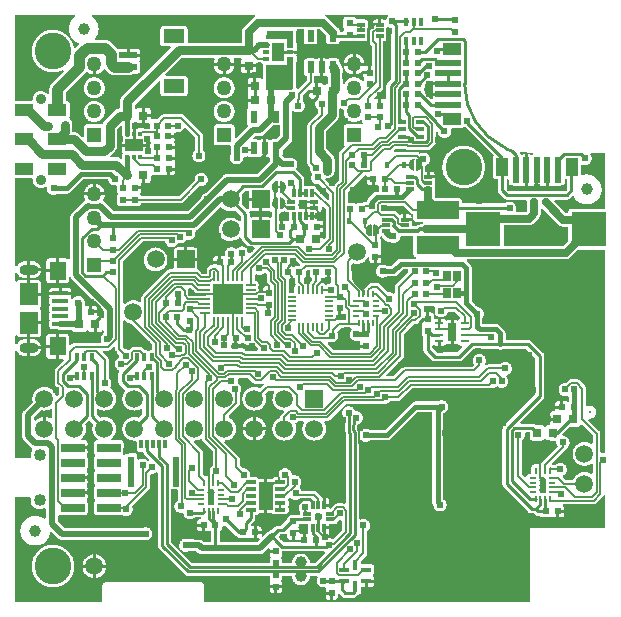
<source format=gbl>
G04 Layer_Physical_Order=2*
G04 Layer_Color=16711680*
%FSLAX24Y24*%
%MOIN*%
G70*
G01*
G75*
%ADD12C,0.0060*%
%ADD13C,0.0591*%
%ADD14R,0.0236X0.0197*%
%ADD16R,0.0197X0.0236*%
%ADD17R,0.0315X0.0295*%
%ADD20R,0.0295X0.0315*%
%ADD28C,0.0079*%
%ADD33C,0.0058*%
%ADD34C,0.0350*%
%ADD35C,0.0150*%
%ADD36C,0.0100*%
%ADD37C,0.0090*%
%ADD38C,0.0138*%
%ADD39C,0.0116*%
%ADD40C,0.0075*%
%ADD41C,0.0300*%
%ADD42C,0.0080*%
%ADD43C,0.0200*%
%ADD45C,0.0110*%
%ADD46C,0.0250*%
%ADD51C,0.1220*%
%ADD52C,0.0118*%
%ADD53R,0.0591X0.0591*%
%ADD54O,0.0630X0.0354*%
%ADD55C,0.0402*%
%ADD56C,0.0354*%
%ADD57C,0.0500*%
%ADD58R,0.0500X0.0500*%
%ADD59C,0.0240*%
%ADD60C,0.0260*%
%ADD61R,0.0217X0.0236*%
%ADD62R,0.0236X0.0217*%
%ADD63C,0.0394*%
%ADD64R,0.0157X0.0197*%
%ADD65R,0.0551X0.0630*%
%ADD66R,0.0610X0.0748*%
%ADD67R,0.0531X0.0157*%
%ADD68R,0.0610X0.0236*%
%ADD69R,0.0709X0.0472*%
%ADD70R,0.0236X0.1024*%
%ADD71R,0.0118X0.0315*%
%ADD72R,0.1417X0.0591*%
%ADD73R,0.0256X0.0335*%
%ADD74R,0.0622X0.0417*%
%ADD75R,0.0858X0.0236*%
%ADD76R,0.0417X0.0622*%
%ADD77R,0.0236X0.0858*%
%ADD78R,0.0799X0.0299*%
%ADD79R,0.0276X0.0118*%
%ADD80R,0.0118X0.0276*%
%ADD81R,0.0256X0.0138*%
%ADD82R,0.1181X0.1181*%
%ADD83R,0.0630X0.0394*%
%ADD84R,0.1043X0.1043*%
%ADD85O,0.0335X0.0079*%
%ADD86O,0.0079X0.0335*%
%ADD87O,0.0276X0.0079*%
%ADD88O,0.0079X0.0276*%
%ADD89O,0.0087X0.0256*%
%ADD90O,0.0256X0.0087*%
%ADD91R,0.0118X0.0276*%
%ADD92R,0.0276X0.0118*%
%ADD93R,0.0315X0.0118*%
%ADD94R,0.0335X0.0177*%
%ADD95R,0.0177X0.0335*%
%ADD96R,0.0295X0.0591*%
%ADD97R,0.0256X0.0098*%
%ADD98R,0.0354X0.0118*%
%ADD99R,0.0472X0.0945*%
%ADD100R,0.0236X0.0394*%
%ADD101R,0.0591X0.0433*%
%ADD102R,0.0138X0.0177*%
%ADD103R,0.0433X0.0591*%
%ADD104R,0.0827X0.0138*%
%ADD105R,0.0217X0.0138*%
%ADD106C,0.0059*%
%ADD107C,0.0125*%
%ADD108C,0.0079*%
%ADD109C,0.0140*%
%ADD110C,0.0160*%
%ADD111C,0.0190*%
%ADD112C,0.0170*%
%ADD113R,0.0710X0.0250*%
%ADD114R,0.0200X0.0550*%
%ADD115R,0.0200X0.1100*%
%ADD116R,0.0850X0.0800*%
G36*
X12348Y12366D02*
X12349Y12366D01*
X12353Y12360D01*
X12486Y12228D01*
X12486Y12228D01*
X12505Y12211D01*
X12527Y12196D01*
X12551Y12185D01*
X12575Y12176D01*
X12601Y12171D01*
X12627Y12170D01*
X12627Y12170D01*
X12639D01*
X12646Y12166D01*
X12673Y12157D01*
X12701Y12151D01*
X12730Y12150D01*
X12759Y12151D01*
X12787Y12157D01*
X12814Y12166D01*
X12840Y12179D01*
X12864Y12195D01*
X12886Y12214D01*
X12905Y12236D01*
X12921Y12260D01*
X12934Y12286D01*
X12943Y12313D01*
X12949Y12341D01*
X12977Y12364D01*
X13233D01*
X13234Y12364D01*
X13391D01*
Y11774D01*
X13393Y11755D01*
X13398Y11736D01*
X13408Y11718D01*
X13420Y11703D01*
X13436Y11691D01*
X13453Y11681D01*
X13472Y11676D01*
X13474Y11675D01*
X13472Y11625D01*
X12970D01*
X12947Y11624D01*
X12925Y11619D01*
X12903Y11612D01*
X12882Y11602D01*
X12863Y11589D01*
X12846Y11574D01*
X12657Y11385D01*
X12504D01*
X12480Y11401D01*
X12454Y11414D01*
X12427Y11423D01*
X12399Y11429D01*
X12370Y11430D01*
X12341Y11429D01*
X12313Y11423D01*
X12286Y11414D01*
X12260Y11401D01*
X12236Y11385D01*
X12214Y11366D01*
X12195Y11344D01*
X12179Y11320D01*
X12166Y11294D01*
X12157Y11267D01*
X12151Y11239D01*
X12150Y11210D01*
X12151Y11181D01*
X12157Y11153D01*
X12166Y11126D01*
X12179Y11100D01*
X12195Y11076D01*
X12214Y11054D01*
X12236Y11035D01*
X12260Y11019D01*
X12286Y11006D01*
X12313Y10997D01*
X12341Y10991D01*
X12370Y10990D01*
X12399Y10991D01*
X12427Y10997D01*
X12454Y11006D01*
X12480Y11019D01*
X12504Y11035D01*
X12730D01*
X12753Y11036D01*
X12775Y11041D01*
X12797Y11048D01*
X12818Y11058D01*
X12837Y11071D01*
X12854Y11086D01*
X13043Y11275D01*
X13215D01*
Y11179D01*
X12817Y10781D01*
X12803Y10765D01*
X12791Y10746D01*
X12783Y10725D01*
X12778Y10704D01*
X12776Y10682D01*
Y10476D01*
X12761Y10465D01*
X12726Y10455D01*
X12714Y10465D01*
X12690Y10481D01*
X12664Y10494D01*
X12637Y10503D01*
X12609Y10509D01*
X12580Y10510D01*
X12551Y10509D01*
X12547Y10508D01*
X12282Y10772D01*
X12267Y10785D01*
X12249Y10796D01*
X12230Y10804D01*
X12210Y10809D01*
X12190Y10810D01*
X12000D01*
X11980Y10809D01*
X11960Y10804D01*
X11941Y10796D01*
X11923Y10785D01*
X11908Y10772D01*
X11796Y10660D01*
X11793Y10657D01*
X11780Y10662D01*
Y10641D01*
X11772Y10627D01*
X11764Y10608D01*
X11760Y10594D01*
X11760Y10593D01*
X11751Y10572D01*
X11746Y10550D01*
X11744Y10528D01*
Y10443D01*
X11717D01*
Y10528D01*
X11715Y10550D01*
X11710Y10572D01*
X11701Y10593D01*
X11690Y10611D01*
X11689Y10613D01*
X11684Y10622D01*
X11680Y10627D01*
Y10662D01*
X11665Y10656D01*
X11659Y10652D01*
X11353Y10959D01*
Y11436D01*
X11401Y11472D01*
X11403Y11471D01*
X11439Y11462D01*
X11477Y11457D01*
X11516Y11455D01*
X11555Y11457D01*
X11593Y11462D01*
X11631Y11472D01*
X11667Y11485D01*
X11702Y11501D01*
X11736Y11521D01*
X11767Y11544D01*
X11796Y11571D01*
X11822Y11599D01*
X11845Y11631D01*
X11865Y11664D01*
X11881Y11699D01*
X11931Y11689D01*
Y11565D01*
X11933Y11545D01*
X11939Y11527D01*
X11948Y11509D01*
X11961Y11494D01*
X11976Y11481D01*
X11993Y11472D01*
X12012Y11466D01*
X12032Y11465D01*
X12080D01*
Y11683D01*
X12130D01*
Y11733D01*
X12329D01*
Y11801D01*
X12327Y11821D01*
X12321Y11840D01*
X12312Y11857D01*
X12303Y11880D01*
X12312Y11903D01*
X12321Y11920D01*
X12327Y11939D01*
X12329Y11959D01*
Y12195D01*
X12327Y12215D01*
X12321Y12233D01*
X12312Y12251D01*
X12299Y12266D01*
X12284Y12279D01*
X12283Y12279D01*
Y12341D01*
X12285Y12343D01*
X12324Y12368D01*
X12333Y12370D01*
X12348Y12366D01*
D02*
G37*
G36*
X9639Y11414D02*
X9639Y11410D01*
X9597Y11369D01*
X9479D01*
X9459Y11367D01*
X9440Y11361D01*
X9423Y11352D01*
X9400Y11343D01*
X9377Y11352D01*
X9360Y11361D01*
X9341Y11367D01*
X9321Y11369D01*
X9249D01*
X9230Y11419D01*
X9236Y11424D01*
X9255Y11446D01*
X9271Y11470D01*
X9284Y11496D01*
X9293Y11523D01*
X9299Y11551D01*
X9300Y11580D01*
X9299Y11608D01*
X9299Y11609D01*
X9335Y11658D01*
X9395D01*
X9639Y11414D01*
D02*
G37*
G36*
X10475Y13278D02*
Y12329D01*
X10430Y12284D01*
X10383Y12303D01*
Y12431D01*
X10381Y12451D01*
X10376Y12470D01*
X10366Y12487D01*
X10355Y12505D01*
X10365Y12524D01*
X10378Y12540D01*
X10387Y12557D01*
X10393Y12576D01*
X10395Y12595D01*
Y12644D01*
X10176D01*
Y12744D01*
X10395D01*
Y12792D01*
X10393Y12812D01*
X10387Y12831D01*
X10378Y12848D01*
X10365Y12863D01*
X10350Y12876D01*
X10333Y12885D01*
X10314Y12891D01*
X10294Y12893D01*
X10174D01*
X10165Y12902D01*
Y12990D01*
X10006D01*
Y13090D01*
X10165D01*
Y13166D01*
X10232D01*
X10252Y13168D01*
X10271Y13174D01*
X10288Y13183D01*
X10303Y13195D01*
X10316Y13211D01*
X10325Y13228D01*
X10331Y13247D01*
X10333Y13266D01*
Y13350D01*
X10383Y13371D01*
X10475Y13278D01*
D02*
G37*
G36*
X19791Y5172D02*
X19741Y5138D01*
X19739Y5139D01*
X19710Y5140D01*
X19681Y5139D01*
X19680Y5138D01*
X19630Y5173D01*
Y5790D01*
X19629Y5810D01*
X19624Y5830D01*
X19616Y5849D01*
X19605Y5867D01*
X19592Y5882D01*
X19228Y6246D01*
X19231Y6259D01*
X19241Y6281D01*
X19252Y6293D01*
X19265Y6292D01*
X19269Y6292D01*
X19272Y6292D01*
X19276Y6292D01*
X19280Y6292D01*
X19299Y6294D01*
X19306Y6295D01*
X19314Y6296D01*
X19332Y6301D01*
X19339Y6303D01*
X19347Y6305D01*
X19364Y6312D01*
X19371Y6316D01*
X19378Y6319D01*
X19394Y6329D01*
X19400Y6334D01*
X19406Y6338D01*
X19420Y6350D01*
X19426Y6356D01*
X19431Y6361D01*
X19443Y6375D01*
X19448Y6382D01*
X19453Y6388D01*
X19462Y6404D01*
X19466Y6411D01*
X19469Y6418D01*
X19476Y6435D01*
X19479Y6442D01*
X19481Y6450D01*
X19486Y6468D01*
X19487Y6475D01*
X19488Y6483D01*
X19490Y6502D01*
X19489Y6509D01*
X19490Y6517D01*
X19488Y6536D01*
X19487Y6543D01*
X19486Y6551D01*
X19481Y6569D01*
X19479Y6576D01*
X19476Y6584D01*
X19469Y6601D01*
X19466Y6608D01*
X19462Y6615D01*
X19453Y6631D01*
X19448Y6637D01*
X19443Y6643D01*
X19431Y6657D01*
X19426Y6663D01*
X19420Y6668D01*
X19406Y6680D01*
X19400Y6685D01*
X19394Y6690D01*
X19378Y6699D01*
X19371Y6703D01*
X19364Y6706D01*
X19347Y6713D01*
X19339Y6716D01*
X19332Y6718D01*
X19314Y6723D01*
X19306Y6724D01*
X19299Y6725D01*
X19280Y6726D01*
X19276Y6726D01*
X19272Y6727D01*
X19269Y6726D01*
X19265Y6726D01*
X19246Y6725D01*
X19239Y6724D01*
X19231Y6723D01*
X19213Y6718D01*
X19205Y6716D01*
X19181Y6727D01*
X19159Y6745D01*
X19156Y6750D01*
Y7291D01*
X19155Y7312D01*
X19150Y7332D01*
X19142Y7350D01*
X19131Y7368D01*
X19118Y7383D01*
X18932Y7569D01*
X18917Y7582D01*
X18899Y7593D01*
X18880Y7601D01*
X18861Y7606D01*
X18840Y7607D01*
X18664D01*
X18644Y7606D01*
X18624Y7601D01*
X18605Y7593D01*
X18588Y7582D01*
X18572Y7569D01*
X18486Y7483D01*
X18482Y7484D01*
X18453Y7486D01*
X18424Y7484D01*
X18396Y7479D01*
X18369Y7469D01*
X18343Y7457D01*
X18319Y7440D01*
X18297Y7421D01*
X18278Y7400D01*
X18262Y7376D01*
X18249Y7350D01*
X18240Y7323D01*
X18234Y7294D01*
X18233Y7266D01*
X18234Y7237D01*
X18240Y7209D01*
X18249Y7181D01*
X18262Y7155D01*
X18278Y7131D01*
X18297Y7110D01*
X18319Y7091D01*
X18343Y7075D01*
X18369Y7062D01*
X18396Y7053D01*
X18424Y7047D01*
X18453Y7045D01*
X18482Y7047D01*
X18510Y7053D01*
X18528Y7059D01*
X18555Y7046D01*
X18578Y7026D01*
Y6881D01*
X18536Y6854D01*
X18519Y6861D01*
X18502Y6870D01*
X18483Y6876D01*
X18463Y6878D01*
X18395D01*
Y6679D01*
X18345D01*
Y6629D01*
X18126D01*
Y6580D01*
X18093Y6542D01*
X18083Y6537D01*
X18039D01*
X18019Y6535D01*
X18000Y6529D01*
X17983Y6520D01*
X17967Y6507D01*
X17955Y6492D01*
X17946Y6475D01*
X17940Y6456D01*
X17938Y6436D01*
Y6329D01*
X18186D01*
Y6229D01*
X17938D01*
Y6121D01*
X17902Y6080D01*
X17901Y6079D01*
X17895Y6078D01*
X17879Y6076D01*
X17860Y6070D01*
X17842Y6061D01*
X17827Y6049D01*
X17815Y6033D01*
X17806Y6018D01*
X17798Y6016D01*
X17762D01*
X17754Y6018D01*
X17745Y6033D01*
X17733Y6049D01*
X17718Y6061D01*
X17700Y6070D01*
X17681Y6076D01*
X17662Y6078D01*
X17462D01*
X17454Y6086D01*
X17437Y6101D01*
X17417Y6112D01*
X17396Y6121D01*
X17374Y6127D01*
X17351Y6128D01*
X16966D01*
X16947Y6175D01*
X17716Y6944D01*
X17732Y6962D01*
X17744Y6982D01*
X17753Y7003D01*
X17759Y7026D01*
X17760Y7050D01*
Y8378D01*
X17759Y8402D01*
X17753Y8425D01*
X17744Y8446D01*
X17732Y8466D01*
X17716Y8484D01*
X17326Y8874D01*
X17308Y8890D01*
X17288Y8902D01*
X17266Y8911D01*
X17244Y8917D01*
X17220Y8918D01*
X16465D01*
Y9130D01*
X16464Y9153D01*
X16459Y9175D01*
X16452Y9197D01*
X16442Y9218D01*
X16429Y9237D01*
X16414Y9254D01*
X16274Y9394D01*
X16257Y9409D01*
X16238Y9422D01*
X16217Y9432D01*
X16195Y9439D01*
X16173Y9444D01*
X16150Y9445D01*
X15703D01*
Y9660D01*
X15716Y9680D01*
X15729Y9706D01*
X15738Y9733D01*
X15744Y9761D01*
X15745Y9790D01*
X15744Y9819D01*
X15738Y9847D01*
X15729Y9874D01*
X15716Y9900D01*
X15700Y9924D01*
X15681Y9946D01*
X15659Y9965D01*
X15635Y9981D01*
X15609Y9994D01*
X15582Y10003D01*
X15555Y10008D01*
X15334Y10229D01*
Y10302D01*
X15335Y10307D01*
X15337Y10330D01*
X15337Y10330D01*
Y11310D01*
X15335Y11333D01*
X15331Y11355D01*
X15323Y11377D01*
X15313Y11398D01*
X15300Y11417D01*
X15285Y11434D01*
X15170Y11550D01*
X15190Y11600D01*
X18469D01*
X18469Y11600D01*
X18498Y11601D01*
X18527Y11607D01*
X18555Y11617D01*
X18581Y11630D01*
X18606Y11646D01*
X18628Y11666D01*
X18870Y11907D01*
X19791D01*
Y5172D01*
D02*
G37*
G36*
X8480Y11146D02*
X8513Y11113D01*
Y10888D01*
X8514Y10868D01*
X8519Y10848D01*
X8527Y10829D01*
X8538Y10812D01*
X8551Y10796D01*
X8591Y10756D01*
X8570Y10706D01*
X8483D01*
X8463Y10704D01*
X8445Y10699D01*
X8427Y10689D01*
X8412Y10677D01*
X8399Y10662D01*
X8390Y10644D01*
X8384Y10625D01*
X8383Y10606D01*
Y10558D01*
X8342Y10522D01*
X8333Y10519D01*
X8310Y10520D01*
X8281Y10519D01*
X8268Y10516D01*
X8237Y10544D01*
X8230Y10558D01*
X8234Y10573D01*
X8236Y10595D01*
X8234Y10617D01*
X8229Y10638D01*
X8220Y10658D01*
X8211Y10674D01*
X8220Y10689D01*
X8229Y10709D01*
X8234Y10731D01*
X8236Y10752D01*
X8234Y10774D01*
X8229Y10796D01*
X8220Y10816D01*
X8209Y10835D01*
X8195Y10851D01*
X8178Y10866D01*
X8159Y10877D01*
X8139Y10885D01*
X8118Y10891D01*
X8098Y10892D01*
Y11083D01*
X8148Y11110D01*
X8150Y11109D01*
X8176Y11096D01*
X8203Y11087D01*
X8231Y11081D01*
X8260Y11080D01*
X8289Y11081D01*
X8317Y11087D01*
X8344Y11096D01*
X8370Y11109D01*
X8394Y11125D01*
X8416Y11144D01*
X8416Y11145D01*
X8475Y11148D01*
X8480Y11146D01*
D02*
G37*
G36*
X9423Y10988D02*
X9440Y10979D01*
X9456Y10974D01*
Y10836D01*
X9458Y10814D01*
X9463Y10793D01*
X9472Y10773D01*
X9472Y10772D01*
X9468Y10768D01*
X9454Y10751D01*
X9442Y10733D01*
X9434Y10712D01*
X9429Y10691D01*
X9427Y10669D01*
Y10494D01*
X9255D01*
Y10908D01*
X9254Y10921D01*
X9258Y10934D01*
X9286Y10967D01*
X9293Y10971D01*
X9321D01*
X9341Y10973D01*
X9360Y10979D01*
X9377Y10988D01*
X9400Y10997D01*
X9423Y10988D01*
D02*
G37*
G36*
X6123Y10503D02*
X6138Y10489D01*
X6156Y10479D01*
X6158Y10453D01*
X6115Y10412D01*
X6004D01*
X6000Y10413D01*
X5948D01*
X5903Y10458D01*
Y10542D01*
X5901Y10562D01*
X5896Y10582D01*
X5888Y10601D01*
X5886Y10605D01*
X5901Y10643D01*
X5912Y10655D01*
X5970D01*
X6123Y10503D01*
D02*
G37*
G36*
X10607Y10971D02*
X10658D01*
Y10810D01*
X10631Y10809D01*
X10603Y10803D01*
X10576Y10794D01*
X10550Y10781D01*
X10526Y10765D01*
X10521Y10760D01*
X10499Y10757D01*
X10471Y10759D01*
X10455Y10766D01*
X10453Y10768D01*
X10437Y10782D01*
X10418Y10794D01*
X10398Y10802D01*
X10376Y10807D01*
X10354Y10809D01*
X10338Y10808D01*
X10319Y10822D01*
X10299Y10851D01*
X10302Y10861D01*
X10304Y10883D01*
Y10974D01*
X10320Y10979D01*
X10337Y10988D01*
X10360Y10997D01*
X10383Y10988D01*
X10400Y10979D01*
X10419Y10973D01*
X10439Y10971D01*
X10507D01*
Y11170D01*
X10607D01*
Y10971D01*
D02*
G37*
G36*
X9945Y11072D02*
X9946Y11052D01*
X9952Y11033D01*
X9961Y11016D01*
X9974Y11001D01*
X9989Y10988D01*
X10000Y10982D01*
X10007Y10956D01*
X10008Y10926D01*
X9940Y10859D01*
X9926Y10842D01*
X9914Y10823D01*
X9907Y10807D01*
X9907Y10807D01*
X9906Y10803D01*
X9901Y10781D01*
X9899Y10759D01*
Y10571D01*
X9865D01*
Y10709D01*
X9863Y10731D01*
X9858Y10752D01*
X9850Y10773D01*
X9838Y10791D01*
X9832Y10799D01*
Y10799D01*
X9831Y10799D01*
X9824Y10808D01*
X9737Y10895D01*
Y10974D01*
X9753Y10979D01*
X9771Y10988D01*
X9786Y11001D01*
X9799Y11016D01*
X9808Y11033D01*
X9814Y11052D01*
X9815Y11072D01*
Y11190D01*
X9863Y11238D01*
X9945D01*
Y11072D01*
D02*
G37*
G36*
X12132Y12755D02*
X12168Y12732D01*
X12201Y12700D01*
X12234Y12646D01*
X12244Y12618D01*
X12246Y12531D01*
X12235Y12494D01*
X12212Y12455D01*
X12191Y12432D01*
X12162Y12403D01*
X12137Y12386D01*
X12090Y12371D01*
X12060Y12400D01*
Y12739D01*
X12072Y12760D01*
X12092Y12767D01*
X12132Y12755D01*
D02*
G37*
G36*
X9712Y13577D02*
X9730Y13571D01*
X9750Y13570D01*
X9856D01*
Y13463D01*
X9858Y13444D01*
X9864Y13425D01*
X9864Y13424D01*
X9864Y13423D01*
X9858Y13404D01*
X9856Y13385D01*
Y13278D01*
X9750D01*
X9730Y13276D01*
X9712Y13271D01*
X9711Y13270D01*
X9710Y13271D01*
X9691Y13276D01*
X9671Y13278D01*
X9565D01*
Y13385D01*
X9563Y13404D01*
X9557Y13423D01*
X9557Y13424D01*
X9557Y13425D01*
X9563Y13444D01*
X9565Y13463D01*
Y13570D01*
X9671D01*
X9691Y13571D01*
X9710Y13577D01*
X9711Y13578D01*
X9712Y13577D01*
D02*
G37*
G36*
X7904Y13650D02*
X8300D01*
Y13600D01*
X8350D01*
Y13204D01*
X8595D01*
X8615Y13206D01*
X8621Y13208D01*
X8655Y13190D01*
X8671Y13175D01*
Y13025D01*
X8655Y13010D01*
X8621Y12992D01*
X8615Y12994D01*
X8595Y12996D01*
X8350D01*
Y12600D01*
X8250D01*
Y12996D01*
X8005D01*
X7990Y12994D01*
X7982Y12996D01*
X7945Y13023D01*
X7940Y13031D01*
Y13110D01*
X7939Y13134D01*
X7933Y13156D01*
X7924Y13178D01*
X7923Y13180D01*
X7960Y13215D01*
X7966Y13212D01*
X7985Y13206D01*
X8005Y13204D01*
X8250D01*
Y13550D01*
X7904D01*
Y13305D01*
X7906Y13285D01*
X7860Y13264D01*
X7851Y13262D01*
X7665Y13448D01*
X7666Y13449D01*
X7679Y13485D01*
X7688Y13523D01*
X7694Y13561D01*
X7696Y13600D01*
X7694Y13639D01*
X7688Y13677D01*
X7679Y13715D01*
X7666Y13751D01*
X7665Y13752D01*
X7792Y13880D01*
X7904D01*
Y13650D01*
D02*
G37*
G36*
X8880Y13640D02*
Y13301D01*
X8868Y13280D01*
X8848Y13273D01*
X8808Y13285D01*
X8772Y13308D01*
X8739Y13340D01*
X8706Y13394D01*
X8696Y13422D01*
X8694Y13509D01*
X8705Y13546D01*
X8728Y13585D01*
X8749Y13608D01*
X8778Y13637D01*
X8803Y13654D01*
X8850Y13669D01*
X8880Y13640D01*
D02*
G37*
G36*
X9012Y13655D02*
X9048Y13632D01*
X9081Y13600D01*
X9114Y13546D01*
X9124Y13518D01*
X9126Y13431D01*
X9115Y13394D01*
X9092Y13355D01*
X9071Y13332D01*
X9042Y13303D01*
X9017Y13286D01*
X8970Y13271D01*
X8940Y13300D01*
Y13639D01*
X8952Y13660D01*
X8972Y13667D01*
X9012Y13655D01*
D02*
G37*
G36*
X7014Y13327D02*
X7020Y13320D01*
X7049Y13294D01*
X7080Y13271D01*
X7113Y13251D01*
X7149Y13234D01*
X7185Y13221D01*
X7223Y13212D01*
X7261Y13206D01*
X7300Y13204D01*
X7339Y13206D01*
X7377Y13212D01*
X7415Y13221D01*
X7451Y13234D01*
X7452Y13235D01*
X7640Y13048D01*
Y12888D01*
X7590Y12869D01*
X7580Y12880D01*
X7551Y12906D01*
X7520Y12929D01*
X7487Y12949D01*
X7451Y12966D01*
X7415Y12979D01*
X7377Y12988D01*
X7339Y12994D01*
X7300Y12996D01*
X7261Y12994D01*
X7223Y12988D01*
X7185Y12979D01*
X7149Y12966D01*
X7113Y12949D01*
X7080Y12929D01*
X7049Y12906D01*
X7020Y12880D01*
X6994Y12851D01*
X6971Y12820D01*
X6951Y12787D01*
X6934Y12751D01*
X6921Y12715D01*
X6912Y12677D01*
X6906Y12639D01*
X6904Y12600D01*
X6906Y12561D01*
X6912Y12523D01*
X6921Y12485D01*
X6934Y12449D01*
X6951Y12413D01*
X6971Y12380D01*
X6994Y12349D01*
X7020Y12320D01*
X7049Y12294D01*
X7080Y12271D01*
X7113Y12251D01*
X7149Y12234D01*
X7185Y12221D01*
X7223Y12212D01*
X7261Y12206D01*
X7300Y12204D01*
X7339Y12206D01*
X7377Y12212D01*
X7415Y12221D01*
X7451Y12234D01*
X7487Y12251D01*
X7520Y12271D01*
X7551Y12294D01*
X7580Y12320D01*
X7592Y12333D01*
X7603Y12334D01*
X7641Y12322D01*
X7646Y12319D01*
X7647Y12313D01*
X7656Y12292D01*
X7668Y12272D01*
X7684Y12254D01*
X7882Y12055D01*
X7900Y12040D01*
X7920Y12028D01*
X7942Y12019D01*
X7965Y12013D01*
X7988Y12011D01*
X8089D01*
X8108Y11965D01*
X7947Y11805D01*
X7930Y11807D01*
X7897Y11825D01*
X7896Y11840D01*
X7890Y11868D01*
X7881Y11895D01*
X7868Y11921D01*
X7852Y11945D01*
X7833Y11967D01*
X7811Y11986D01*
X7787Y12002D01*
X7762Y12015D01*
X7734Y12024D01*
X7706Y12030D01*
X7677Y12032D01*
X7648Y12030D01*
X7620Y12024D01*
X7593Y12015D01*
X7567Y12002D01*
X7543Y11986D01*
X7521Y11967D01*
X7492Y11950D01*
X7458Y11968D01*
X7439Y11981D01*
X7413Y11994D01*
X7385Y12003D01*
X7357Y12009D01*
X7328Y12010D01*
X7300Y12009D01*
X7271Y12003D01*
X7244Y11994D01*
X7218Y11981D01*
X7194Y11965D01*
X7172Y11946D01*
X7153Y11924D01*
X7137Y11900D01*
X7125Y11874D01*
X7115Y11847D01*
X7110Y11819D01*
X7108Y11790D01*
X7110Y11761D01*
X7113Y11746D01*
X7109Y11740D01*
X7088Y11717D01*
X7072Y11708D01*
X7053Y11710D01*
X6985D01*
Y11511D01*
X6935D01*
Y11461D01*
X6716D01*
Y11423D01*
X6685D01*
X6664Y11422D01*
X6645Y11417D01*
X6626Y11409D01*
X6608Y11399D01*
X6593Y11385D01*
X6518Y11311D01*
X6505Y11295D01*
X6494Y11278D01*
X6486Y11259D01*
X6482Y11239D01*
X6480Y11219D01*
Y11128D01*
X6367D01*
X6263Y11232D01*
X6247Y11245D01*
X6230Y11256D01*
X6211Y11263D01*
X6194Y11285D01*
X6196Y11305D01*
Y11550D01*
X5800D01*
X5404D01*
Y11305D01*
X5362Y11270D01*
X5281D01*
X5261Y11268D01*
X5241Y11263D01*
X5222Y11256D01*
X5205Y11245D01*
X5189Y11232D01*
X4365Y10408D01*
X4352Y10392D01*
X4341Y10375D01*
X4334Y10356D01*
X4329Y10336D01*
X4327Y10316D01*
Y10195D01*
X4277Y10170D01*
X4275Y10172D01*
X4242Y10192D01*
X4207Y10208D01*
X4170Y10221D01*
X4132Y10231D01*
X4094Y10236D01*
X4055Y10238D01*
X4016Y10236D01*
X3978Y10231D01*
X3940Y10221D01*
X3904Y10208D01*
X3869Y10192D01*
X3835Y10172D01*
X3804Y10148D01*
X3775Y10122D01*
X3765Y10111D01*
X3715Y10130D01*
Y11533D01*
X4377Y12196D01*
X5122D01*
X5127Y12173D01*
X5136Y12146D01*
X5149Y12120D01*
X5165Y12096D01*
X5184Y12074D01*
X5206Y12055D01*
X5230Y12039D01*
X5256Y12026D01*
X5283Y12017D01*
X5311Y12011D01*
X5340Y12010D01*
X5369Y12011D01*
X5397Y12017D01*
X5424Y12026D01*
X5450Y12039D01*
X5474Y12055D01*
X5496Y12074D01*
X5515Y12096D01*
X5531Y12120D01*
X5543Y12144D01*
X5563Y12137D01*
X5591Y12131D01*
X5620Y12130D01*
X5649Y12131D01*
X5677Y12137D01*
X5704Y12146D01*
X5730Y12159D01*
X5754Y12175D01*
X5776Y12194D01*
X5795Y12216D01*
X5811Y12240D01*
X5823Y12264D01*
X5843Y12257D01*
X5871Y12251D01*
X5900Y12250D01*
X5929Y12251D01*
X5957Y12257D01*
X5984Y12266D01*
X6010Y12279D01*
X6034Y12295D01*
X6056Y12314D01*
X6075Y12336D01*
X6091Y12360D01*
X6104Y12386D01*
X6113Y12413D01*
X6119Y12441D01*
X6120Y12470D01*
X6119Y12499D01*
X6117Y12505D01*
X6117Y12505D01*
X6137Y12559D01*
X6162Y12567D01*
X6185Y12579D01*
X6207Y12593D01*
X6227Y12610D01*
X6950Y13334D01*
X7014Y13327D01*
D02*
G37*
G36*
X13287Y13158D02*
X13303Y13145D01*
X13320Y13134D01*
X13339Y13127D01*
X13359Y13122D01*
X13379Y13120D01*
X13391D01*
Y12955D01*
X13393Y12936D01*
X13398Y12917D01*
X13408Y12899D01*
X13420Y12884D01*
X13436Y12872D01*
X13453Y12862D01*
X13472Y12857D01*
X13491Y12855D01*
X13710D01*
X13724Y12807D01*
X13697Y12794D01*
X13673Y12777D01*
X13662Y12768D01*
X13628D01*
X13606Y12766D01*
X13585Y12762D01*
X13564Y12755D01*
X13544Y12745D01*
X13525Y12733D01*
X13509Y12718D01*
X13493Y12702D01*
X13334D01*
Y12799D01*
X13332Y12818D01*
X13329Y12828D01*
X13332Y12838D01*
X13334Y12858D01*
Y12877D01*
X13296D01*
X13289Y12882D01*
X13272Y12892D01*
X13253Y12897D01*
X13233Y12899D01*
X13105D01*
Y12927D01*
X13055D01*
Y13096D01*
X12977D01*
X12958Y13094D01*
X12939Y13089D01*
X12933Y13085D01*
X12841Y13177D01*
X12826Y13190D01*
X12808Y13201D01*
X12789Y13209D01*
X12770Y13214D01*
X12749Y13215D01*
X12369D01*
X12350Y13234D01*
Y13376D01*
X12352Y13377D01*
X13068D01*
X13287Y13158D01*
D02*
G37*
G36*
X12000Y12740D02*
Y12401D01*
X11988Y12380D01*
X11968Y12373D01*
X11928Y12385D01*
X11892Y12408D01*
X11859Y12440D01*
X11826Y12494D01*
X11816Y12522D01*
X11814Y12609D01*
X11825Y12646D01*
X11848Y12685D01*
X11869Y12708D01*
X11898Y12737D01*
X11923Y12754D01*
X11970Y12769D01*
X12000Y12740D01*
D02*
G37*
G36*
X9118Y13195D02*
X9133Y13183D01*
X9151Y13174D01*
X9169Y13168D01*
X9189Y13166D01*
X9256D01*
Y12902D01*
X9257Y12887D01*
X9250Y12885D01*
X9232Y12876D01*
X9209Y12866D01*
X9187Y12876D01*
X9169Y12885D01*
X9150Y12891D01*
X9131Y12893D01*
X9063D01*
Y12694D01*
X8963D01*
Y12893D01*
X8931D01*
Y13129D01*
X8958Y13157D01*
X9003Y13174D01*
X9028Y13182D01*
X9059Y13195D01*
X9105Y13211D01*
X9118Y13195D01*
D02*
G37*
G36*
X18227Y12761D02*
X18227Y12761D01*
X18249Y12742D01*
X18274Y12725D01*
X18300Y12712D01*
X18328Y12703D01*
X18357Y12697D01*
X18386Y12695D01*
X18386Y12695D01*
X18551D01*
Y12226D01*
X18375Y12050D01*
X16413D01*
Y12735D01*
X17240D01*
X17240Y12735D01*
X17269Y12736D01*
X17298Y12742D01*
X17326Y12752D01*
X17353Y12765D01*
X17377Y12781D01*
X17399Y12801D01*
X17499Y12901D01*
X17499Y12901D01*
X17573Y12974D01*
X17573Y12974D01*
X17592Y12996D01*
X17608Y13020D01*
X17621Y13047D01*
X17631Y13075D01*
X17637Y13104D01*
X17639Y13133D01*
X17639Y13133D01*
Y13260D01*
X17649Y13274D01*
X17684Y13299D01*
X17689Y13299D01*
X18227Y12761D01*
D02*
G37*
G36*
X10985Y9745D02*
X11034D01*
X11053Y9747D01*
X11068Y9752D01*
X11074Y9751D01*
X11116Y9726D01*
X11118Y9723D01*
Y9593D01*
X10922D01*
X10900Y9591D01*
X10879Y9586D01*
X10858Y9577D01*
X10832Y9583D01*
X10812Y9594D01*
X10804Y9601D01*
X10802Y9610D01*
X10794Y9630D01*
X10784Y9646D01*
X10794Y9661D01*
X10802Y9681D01*
X10807Y9703D01*
X10828Y9732D01*
X10858Y9745D01*
X10885D01*
Y9964D01*
X10985D01*
Y9745D01*
D02*
G37*
G36*
X6663Y3950D02*
X6684Y3941D01*
X6706Y3936D01*
X6734Y3922D01*
X6748Y3894D01*
X6753Y3872D01*
X6762Y3851D01*
X6770Y3837D01*
X6762Y3824D01*
X6753Y3803D01*
X6748Y3781D01*
X6746Y3759D01*
X6748Y3736D01*
X6753Y3714D01*
X6762Y3693D01*
X6770Y3680D01*
X6762Y3667D01*
X6753Y3646D01*
X6748Y3624D01*
X6746Y3601D01*
X6748Y3579D01*
X6753Y3557D01*
X6762Y3536D01*
X6770Y3523D01*
X6762Y3509D01*
X6753Y3488D01*
X6748Y3466D01*
X6746Y3444D01*
X6706Y3424D01*
X6684Y3419D01*
X6663Y3410D01*
X6650Y3402D01*
X6637Y3410D01*
X6616Y3419D01*
X6594Y3424D01*
X6554Y3444D01*
X6552Y3466D01*
X6547Y3488D01*
X6538Y3509D01*
X6530Y3523D01*
X6538Y3536D01*
X6547Y3557D01*
X6552Y3579D01*
X6554Y3601D01*
X6552Y3624D01*
X6547Y3646D01*
X6538Y3667D01*
X6530Y3680D01*
X6538Y3693D01*
X6547Y3714D01*
X6552Y3736D01*
X6554Y3759D01*
X6552Y3781D01*
X6547Y3803D01*
X6538Y3824D01*
X6530Y3837D01*
X6538Y3851D01*
X6547Y3872D01*
X6552Y3894D01*
X6565Y3922D01*
X6594Y3936D01*
X6616Y3941D01*
X6637Y3950D01*
X6650Y3958D01*
X6663Y3950D01*
D02*
G37*
G36*
X10171Y3146D02*
X10289D01*
X10296Y3147D01*
X10331Y3125D01*
X10346Y3109D01*
X10346Y3109D01*
Y3069D01*
X10348Y3050D01*
X10354Y3031D01*
X10354Y3030D01*
X10354Y3029D01*
X10348Y3010D01*
X10346Y2991D01*
Y2951D01*
X10346Y2951D01*
X10331Y2935D01*
X10296Y2913D01*
X10289Y2914D01*
X10280D01*
Y2656D01*
X10193D01*
Y2813D01*
X10191Y2833D01*
X10185Y2852D01*
X10180Y2861D01*
Y2914D01*
X10171D01*
X10164Y2913D01*
X10129Y2935D01*
X10114Y2951D01*
X10114Y2951D01*
Y2991D01*
X10112Y3010D01*
X10106Y3029D01*
X10106Y3030D01*
X10106Y3031D01*
X10112Y3050D01*
X10114Y3069D01*
Y3109D01*
X10114Y3109D01*
X10129Y3125D01*
X10164Y3147D01*
X10171Y3146D01*
D02*
G37*
G36*
X17715Y4348D02*
X17736Y4340D01*
X17758Y4334D01*
X17786Y4321D01*
X17800Y4293D01*
X17805Y4271D01*
X17814Y4250D01*
X17822Y4236D01*
X17814Y4223D01*
X17805Y4202D01*
X17800Y4180D01*
X17798Y4158D01*
X17800Y4135D01*
X17805Y4113D01*
X17814Y4092D01*
X17822Y4079D01*
X17814Y4065D01*
X17805Y4044D01*
X17800Y4023D01*
X17798Y4000D01*
X17800Y3978D01*
X17805Y3956D01*
X17814Y3935D01*
X17822Y3921D01*
X17814Y3908D01*
X17805Y3887D01*
X17800Y3865D01*
X17798Y3843D01*
X17758Y3823D01*
X17736Y3818D01*
X17715Y3809D01*
X17702Y3801D01*
X17688Y3809D01*
X17668Y3818D01*
X17646Y3823D01*
X17605Y3843D01*
X17604Y3865D01*
X17598Y3887D01*
X17590Y3908D01*
X17582Y3921D01*
X17590Y3935D01*
X17598Y3956D01*
X17604Y3978D01*
X17605Y4000D01*
X17604Y4023D01*
X17598Y4044D01*
X17590Y4065D01*
X17582Y4079D01*
X17590Y4092D01*
X17598Y4113D01*
X17604Y4135D01*
X17605Y4158D01*
X17604Y4180D01*
X17598Y4202D01*
X17590Y4223D01*
X17582Y4236D01*
X17590Y4250D01*
X17598Y4271D01*
X17604Y4293D01*
X17617Y4321D01*
X17646Y4334D01*
X17668Y4340D01*
X17688Y4348D01*
X17702Y4357D01*
X17715Y4348D01*
D02*
G37*
G36*
X9324Y3644D02*
X9346Y3625D01*
X9370Y3609D01*
X9396Y3596D01*
X9423Y3587D01*
X9451Y3581D01*
X9480Y3580D01*
X9509Y3581D01*
X9537Y3587D01*
X9564Y3596D01*
X9590Y3609D01*
X9614Y3625D01*
X9619Y3630D01*
X9800D01*
X9822Y3592D01*
X9808Y3577D01*
X9806Y3575D01*
X9777Y3577D01*
X9748Y3575D01*
X9720Y3569D01*
X9693Y3560D01*
X9667Y3547D01*
X9643Y3531D01*
X9621Y3512D01*
X9602Y3491D01*
X9586Y3467D01*
X9574Y3441D01*
X9564Y3413D01*
X9559Y3385D01*
X9557Y3356D01*
X9559Y3328D01*
X9564Y3299D01*
X9574Y3272D01*
X9586Y3246D01*
X9602Y3222D01*
X9604Y3220D01*
X9600Y3207D01*
X9598Y3187D01*
Y3082D01*
X9496D01*
X9490Y3083D01*
X9293D01*
X9273Y3081D01*
X9254Y3075D01*
X9251Y3073D01*
X9219Y3112D01*
X9221Y3115D01*
X9230Y3132D01*
X9236Y3151D01*
X9238Y3171D01*
Y3289D01*
X9236Y3309D01*
X9230Y3328D01*
X9221Y3345D01*
X9218Y3348D01*
X9221Y3351D01*
X9230Y3369D01*
X9236Y3388D01*
X9238Y3407D01*
Y3525D01*
X9236Y3545D01*
X9230Y3564D01*
X9221Y3581D01*
X9218Y3584D01*
X9221Y3588D01*
X9230Y3605D01*
X9236Y3624D01*
X9236Y3629D01*
X9260Y3654D01*
X9262Y3654D01*
X9312Y3657D01*
X9324Y3644D01*
D02*
G37*
G36*
X10921Y2911D02*
X10950Y2910D01*
X10979Y2911D01*
X11029Y2876D01*
Y2580D01*
X10718Y2269D01*
X10700Y2281D01*
X10674Y2294D01*
X10647Y2303D01*
X10619Y2309D01*
X10590Y2310D01*
X10561Y2309D01*
X10533Y2303D01*
X10506Y2294D01*
X10480Y2281D01*
X10456Y2265D01*
X10434Y2246D01*
X10427Y2238D01*
X10377Y2255D01*
Y2346D01*
X10377Y2348D01*
X10377Y2348D01*
Y2656D01*
X10427D01*
Y2706D01*
X10586D01*
Y2772D01*
X10761D01*
X10781Y2774D01*
X10800Y2780D01*
X10817Y2789D01*
X10833Y2801D01*
X10845Y2817D01*
X10854Y2834D01*
X10860Y2853D01*
X10860Y2856D01*
X10917Y2912D01*
X10921Y2911D01*
D02*
G37*
G36*
X5540Y3561D02*
X5540Y3561D01*
X5516Y3545D01*
X5494Y3526D01*
X5475Y3504D01*
X5459Y3480D01*
X5446Y3454D01*
X5437Y3427D01*
X5431Y3399D01*
X5430Y3370D01*
X5431Y3341D01*
X5437Y3313D01*
X5446Y3286D01*
X5459Y3260D01*
X5475Y3236D01*
X5494Y3214D01*
X5516Y3195D01*
X5540Y3179D01*
X5566Y3166D01*
X5593Y3157D01*
X5621Y3151D01*
X5650Y3150D01*
X5679Y3151D01*
X5680Y3152D01*
X5721Y3135D01*
X5735Y3114D01*
X5737Y3103D01*
X5746Y3076D01*
X5759Y3050D01*
X5775Y3026D01*
X5794Y3004D01*
X5816Y2985D01*
X5840Y2969D01*
X5866Y2956D01*
X5893Y2947D01*
X5921Y2941D01*
X5950Y2940D01*
X5979Y2941D01*
X6007Y2947D01*
X6034Y2956D01*
X6060Y2969D01*
X6084Y2985D01*
X6106Y3004D01*
X6111Y3010D01*
X6299D01*
X6322Y2974D01*
X6314Y2948D01*
X6307Y2939D01*
X6285D01*
X6265Y2937D01*
X6247Y2931D01*
X6229Y2922D01*
X6214Y2909D01*
X6201Y2894D01*
X6192Y2877D01*
X6186Y2858D01*
X6185Y2838D01*
Y2790D01*
X6403D01*
Y2740D01*
X6453D01*
Y2541D01*
X6521D01*
X6541Y2543D01*
X6560Y2549D01*
X6577Y2558D01*
X6600Y2567D01*
X6623Y2558D01*
X6640Y2549D01*
X6646Y2547D01*
Y2170D01*
X6425D01*
X6382Y2214D01*
X6362Y2231D01*
X6340Y2246D01*
X6317Y2257D01*
X6292Y2266D01*
X6266Y2271D01*
X6240Y2273D01*
X5893D01*
X5886Y2276D01*
X5859Y2285D01*
X5831Y2291D01*
X5802Y2293D01*
X5773Y2291D01*
X5745Y2285D01*
X5718Y2276D01*
X5692Y2263D01*
X5668Y2247D01*
X5646Y2228D01*
X5627Y2206D01*
X5611Y2182D01*
X5598Y2157D01*
X5589Y2129D01*
X5583Y2101D01*
X5581Y2072D01*
X5583Y2043D01*
X5589Y2015D01*
X5598Y1988D01*
X5611Y1962D01*
X5627Y1938D01*
X5646Y1916D01*
X5668Y1897D01*
X5692Y1881D01*
X5718Y1868D01*
X5745Y1859D01*
X5773Y1854D01*
X5802Y1852D01*
X5831Y1854D01*
X5859Y1859D01*
X5886Y1868D01*
X5893Y1872D01*
X6157D01*
X6200Y1828D01*
X6220Y1811D01*
X6242Y1796D01*
X6265Y1785D01*
X6290Y1776D01*
X6316Y1771D01*
X6342Y1770D01*
X8270D01*
X8296Y1771D01*
X8322Y1776D01*
X8347Y1785D01*
X8370Y1796D01*
X8392Y1811D01*
X8412Y1828D01*
X8558Y1975D01*
X8608Y1954D01*
Y1916D01*
X8807D01*
Y1816D01*
X8608D01*
Y1748D01*
X8610Y1729D01*
X8616Y1710D01*
X8625Y1692D01*
X8634Y1669D01*
X8625Y1646D01*
X8616Y1629D01*
X8610Y1610D01*
X8608Y1591D01*
Y1493D01*
X5992D01*
X5315Y2170D01*
Y3871D01*
X5319Y3878D01*
X5354Y3915D01*
X5540D01*
Y3561D01*
D02*
G37*
G36*
X10439Y1824D02*
X10108Y1493D01*
X9949D01*
X9943Y1500D01*
X9941Y1533D01*
X9936Y1566D01*
X9926Y1598D01*
X9914Y1629D01*
X9897Y1658D01*
X9878Y1685D01*
X9856Y1710D01*
X9831Y1732D01*
X9804Y1752D01*
X9775Y1768D01*
X9744Y1781D01*
X9712Y1790D01*
X9679Y1795D01*
X9646Y1797D01*
X9612Y1795D01*
X9580Y1790D01*
X9547Y1781D01*
X9517Y1768D01*
X9487Y1752D01*
X9460Y1732D01*
X9435Y1710D01*
X9413Y1685D01*
X9394Y1658D01*
X9378Y1629D01*
X9365Y1598D01*
X9356Y1566D01*
X9350Y1533D01*
X9348Y1500D01*
X9342Y1493D01*
X9006D01*
Y1591D01*
X9004Y1610D01*
X8998Y1629D01*
X8989Y1646D01*
X8980Y1669D01*
X8989Y1692D01*
X8998Y1710D01*
X9004Y1729D01*
X9006Y1748D01*
Y1862D01*
X9018Y1874D01*
X10418D01*
X10439Y1824D01*
D02*
G37*
G36*
X9441Y2252D02*
X9490D01*
X9496Y2252D01*
X9531Y2230D01*
X9536Y2224D01*
X9522Y2174D01*
X9081D01*
X8924Y2331D01*
X8918Y2384D01*
X8947Y2417D01*
X9038D01*
X9061Y2419D01*
X9084Y2425D01*
X9106Y2434D01*
X9126Y2446D01*
X9142Y2460D01*
X9159Y2458D01*
X9192Y2444D01*
Y2352D01*
X9194Y2333D01*
X9200Y2314D01*
X9209Y2296D01*
X9222Y2281D01*
X9237Y2269D01*
X9254Y2259D01*
X9273Y2254D01*
X9293Y2252D01*
X9341D01*
Y2470D01*
X9441D01*
Y2252D01*
D02*
G37*
G36*
X9660Y2780D02*
X9679Y2774D01*
X9699Y2772D01*
X9874D01*
Y2499D01*
X9874Y2496D01*
X9849Y2458D01*
X9833Y2446D01*
X9814D01*
Y2247D01*
X9714D01*
Y2446D01*
X9646D01*
X9640Y2445D01*
X9605Y2468D01*
X9590Y2484D01*
Y2588D01*
X9588Y2608D01*
X9583Y2627D01*
X9573Y2644D01*
X9564Y2667D01*
X9573Y2690D01*
X9583Y2707D01*
X9588Y2726D01*
X9590Y2746D01*
Y2781D01*
X9650D01*
X9656Y2782D01*
X9660Y2780D01*
D02*
G37*
G36*
X6334Y5604D02*
X6336Y5603D01*
X6347Y5592D01*
X6350Y5581D01*
X6357Y5562D01*
X6368Y5545D01*
X6381Y5529D01*
X6570Y5341D01*
X6571Y5339D01*
X6584Y5324D01*
X6699Y5209D01*
Y4728D01*
X6675Y4712D01*
X6653Y4693D01*
X6634Y4672D01*
X6618Y4648D01*
X6605Y4622D01*
X6596Y4594D01*
X6590Y4566D01*
X6589Y4537D01*
X6590Y4509D01*
X6596Y4480D01*
X6602Y4464D01*
X6600Y4458D01*
X6598Y4438D01*
X6598Y4437D01*
X6571Y4391D01*
X6549Y4389D01*
X6527Y4384D01*
X6506Y4375D01*
X6493Y4367D01*
X6479Y4375D01*
X6458Y4384D01*
X6436Y4389D01*
X6434Y4389D01*
X6379Y4444D01*
Y5160D01*
X6378Y5180D01*
X6373Y5200D01*
X6365Y5219D01*
X6355Y5236D01*
X6342Y5252D01*
X6082Y5511D01*
X6086Y5534D01*
X6102Y5562D01*
X6129Y5563D01*
X6168Y5569D01*
X6205Y5578D01*
X6242Y5591D01*
X6277Y5608D01*
X6294Y5618D01*
X6334Y5604D01*
D02*
G37*
G36*
X7528Y8782D02*
X7596D01*
X7616Y8784D01*
X7635Y8790D01*
X7652Y8799D01*
X7667Y8811D01*
X7668Y8812D01*
X7710Y8821D01*
X7732Y8817D01*
X7746Y8805D01*
X7770Y8789D01*
X7796Y8776D01*
X7823Y8767D01*
X7851Y8761D01*
X7880Y8760D01*
X7909Y8761D01*
X7937Y8767D01*
X7964Y8776D01*
X7990Y8789D01*
X8014Y8805D01*
X8025Y8815D01*
X8200Y8640D01*
X8200Y8640D01*
X8201Y8611D01*
X8204Y8600D01*
X8180Y8562D01*
X8165Y8550D01*
X7826D01*
X7786Y8591D01*
X7769Y8606D01*
X7750Y8617D01*
X7730Y8626D01*
X7708Y8631D01*
X7686Y8632D01*
X7333D01*
X7320Y8643D01*
X7299Y8682D01*
X7303Y8693D01*
X7309Y8721D01*
X7310Y8741D01*
X7322Y8758D01*
X7358Y8782D01*
X7360Y8782D01*
X7428D01*
Y8981D01*
X7528D01*
Y8782D01*
D02*
G37*
G36*
X3775Y9563D02*
X3804Y9537D01*
X3835Y9513D01*
X3869Y9493D01*
X3904Y9477D01*
X3940Y9464D01*
X3978Y9454D01*
X3999Y9451D01*
X4697Y8754D01*
Y8568D01*
X4621D01*
X4601Y8566D01*
X4582Y8561D01*
X4565Y8551D01*
X4552Y8541D01*
X4539Y8551D01*
X4522Y8561D01*
X4503Y8566D01*
X4483Y8568D01*
X4457D01*
X4379Y8646D01*
X4364Y8659D01*
X4347Y8670D01*
X4328Y8678D01*
X4308Y8682D01*
X4288Y8684D01*
X4073D01*
X4053Y8682D01*
X4033Y8678D01*
X4014Y8670D01*
X3997Y8659D01*
X3982Y8646D01*
X3931Y8595D01*
X3918Y8580D01*
X3914Y8574D01*
X3894Y8584D01*
X3867Y8593D01*
X3839Y8599D01*
X3810Y8600D01*
X3781Y8599D01*
X3776Y8597D01*
X3715Y8658D01*
Y9555D01*
X3765Y9575D01*
X3775Y9563D01*
D02*
G37*
G36*
X14111Y10021D02*
X14124Y9990D01*
X14116Y9974D01*
X14107Y9947D01*
X14101Y9919D01*
X14100Y9890D01*
X14101Y9861D01*
X14107Y9833D01*
X14116Y9806D01*
X14129Y9780D01*
X14145Y9756D01*
X14164Y9734D01*
X14186Y9715D01*
X14210Y9699D01*
X14236Y9686D01*
X14263Y9677D01*
X14291Y9671D01*
X14320Y9670D01*
X14349Y9671D01*
X14377Y9677D01*
X14404Y9686D01*
X14430Y9699D01*
X14454Y9715D01*
X14476Y9734D01*
X14495Y9756D01*
X14511Y9780D01*
X14524Y9806D01*
X14533Y9833D01*
X14539Y9861D01*
X14539Y9862D01*
X14764D01*
X14959Y9666D01*
X14960Y9653D01*
X14945Y9611D01*
X14942Y9611D01*
X14924Y9601D01*
X14909Y9589D01*
X14897Y9574D01*
X14871Y9561D01*
X14852Y9567D01*
X14833Y9569D01*
X14735D01*
Y9173D01*
Y8777D01*
X14833D01*
X14852Y8779D01*
X14871Y8785D01*
X14897Y8773D01*
X14909Y8758D01*
X14924Y8745D01*
X14942Y8736D01*
X14961Y8730D01*
X14980Y8728D01*
X15014D01*
X15033Y8682D01*
X14852Y8500D01*
X14172D01*
X14028Y8644D01*
Y8724D01*
X14029Y8725D01*
X14078Y8745D01*
X14095Y8736D01*
X14114Y8730D01*
X14134Y8728D01*
X14212D01*
Y8878D01*
X14312D01*
Y8728D01*
X14390D01*
X14409Y8730D01*
X14428Y8736D01*
X14446Y8745D01*
X14461Y8758D01*
X14473Y8773D01*
X14483Y8790D01*
X14486Y8792D01*
X14499Y8785D01*
X14518Y8779D01*
X14537Y8777D01*
X14635D01*
Y9173D01*
Y9569D01*
X14537D01*
X14518Y9567D01*
X14499Y9561D01*
X14473Y9574D01*
X14461Y9589D01*
X14446Y9601D01*
X14428Y9611D01*
X14409Y9616D01*
X14390Y9618D01*
X14312D01*
Y9469D01*
X14212D01*
Y9618D01*
X14134D01*
X14125Y9617D01*
X14094Y9636D01*
X14076Y9653D01*
X14075Y9655D01*
Y9734D01*
X14073Y9754D01*
X14068Y9773D01*
X14058Y9790D01*
X14046Y9805D01*
X14031Y9818D01*
X14013Y9827D01*
X13994Y9833D01*
X13975Y9835D01*
X13926D01*
Y9616D01*
X13826D01*
Y9835D01*
X13778D01*
X13748Y9880D01*
Y9922D01*
X13747Y9942D01*
X13742Y9962D01*
X13734Y9981D01*
X13729Y9990D01*
X13739Y10019D01*
X13754Y10040D01*
X14095D01*
X14111Y10021D01*
D02*
G37*
G36*
X11341Y9262D02*
X11334Y9256D01*
X11315Y9234D01*
X11299Y9210D01*
X11286Y9184D01*
X11277Y9157D01*
X11271Y9129D01*
X11270Y9100D01*
X11271Y9071D01*
X11277Y9043D01*
X11286Y9016D01*
X11299Y8990D01*
X11315Y8966D01*
X11334Y8944D01*
X11356Y8925D01*
X11380Y8909D01*
X11406Y8896D01*
X11433Y8887D01*
X11461Y8881D01*
X11490Y8880D01*
X11519Y8881D01*
X11547Y8887D01*
X11571Y8895D01*
X11581Y8889D01*
X11602Y8867D01*
X11608Y8857D01*
X11603Y8841D01*
X11601Y8821D01*
Y8753D01*
X11800D01*
Y8653D01*
X11601D01*
Y8592D01*
X10732D01*
X10534Y8790D01*
X10554Y8836D01*
X10587D01*
X10609Y8838D01*
X10630Y8843D01*
X10631Y8843D01*
X10641Y8841D01*
X10670Y8840D01*
X10699Y8841D01*
X10727Y8847D01*
X10754Y8856D01*
X10780Y8869D01*
X10804Y8885D01*
X10826Y8904D01*
X10845Y8926D01*
X10861Y8950D01*
X10874Y8976D01*
X10883Y9003D01*
X10889Y9031D01*
X10890Y9060D01*
X10889Y9089D01*
X10883Y9117D01*
X10874Y9144D01*
X10861Y9170D01*
X10852Y9183D01*
X10980Y9312D01*
X11322D01*
X11341Y9262D01*
D02*
G37*
G36*
X13677Y9534D02*
Y9498D01*
X13679Y9479D01*
X13685Y9460D01*
X13694Y9442D01*
X13704Y9419D01*
X13694Y9397D01*
X13685Y9379D01*
X13679Y9360D01*
X13677Y9341D01*
Y9104D01*
X13679Y9085D01*
X13685Y9066D01*
X13694Y9049D01*
X13707Y9033D01*
X13722Y9021D01*
X13727Y9018D01*
Y8582D01*
X13729Y8559D01*
X13735Y8536D01*
X13744Y8514D01*
X13756Y8494D01*
X13771Y8476D01*
X14004Y8244D01*
X14022Y8228D01*
X14042Y8216D01*
X14064Y8207D01*
X14086Y8201D01*
X14110Y8200D01*
X14914D01*
X14938Y8201D01*
X14961Y8207D01*
X14982Y8216D01*
X15002Y8228D01*
X15020Y8244D01*
X15394Y8618D01*
X16200D01*
X16202Y8616D01*
X16223Y8606D01*
X16245Y8599D01*
X16267Y8594D01*
X16290Y8593D01*
X16313Y8594D01*
X16335Y8599D01*
X16357Y8606D01*
X16378Y8616D01*
X16380Y8618D01*
X17158D01*
X17460Y8316D01*
Y7112D01*
X16408Y6060D01*
X16392Y6042D01*
X16380Y6022D01*
X16371Y6000D01*
X16365Y5978D01*
X16364Y5954D01*
Y4106D01*
X16365Y4082D01*
X16371Y4060D01*
X16380Y4038D01*
X16392Y4018D01*
X16408Y4000D01*
X17231Y3176D01*
X17249Y3161D01*
X17269Y3149D01*
X17291Y3140D01*
X17314Y3134D01*
X17337Y3132D01*
X17403D01*
X17443Y3092D01*
X17461Y3077D01*
X17481Y3065D01*
X17503Y3056D01*
X17526Y3050D01*
X17549Y3048D01*
X17601D01*
X17603Y3045D01*
X17616Y3029D01*
X17631Y3017D01*
X17648Y3008D01*
X17667Y3002D01*
X17687Y3000D01*
X17923D01*
X17943Y3002D01*
X17962Y3008D01*
X17979Y3017D01*
X18002Y3026D01*
X18025Y3017D01*
X18042Y3008D01*
X18061Y3002D01*
X18081Y3000D01*
X18149D01*
Y3199D01*
X18199D01*
Y3249D01*
X18417D01*
Y3297D01*
X18415Y3317D01*
X18410Y3336D01*
X18400Y3353D01*
X18388Y3368D01*
X18373Y3381D01*
X18371Y3382D01*
X18383Y3432D01*
X19399D01*
X19419Y3433D01*
X19439Y3438D01*
X19458Y3446D01*
X19475Y3457D01*
X19491Y3470D01*
X19710Y3689D01*
X19723Y3705D01*
X19734Y3722D01*
X19742Y3741D01*
X19791Y3733D01*
Y2634D01*
X17280D01*
Y169D01*
X6429D01*
Y709D01*
X6428Y729D01*
X6423Y749D01*
X6415Y768D01*
X6404Y785D01*
X6391Y801D01*
X6376Y814D01*
X6358Y824D01*
X6339Y832D01*
X6320Y837D01*
X6299Y839D01*
X3150D01*
X3129Y837D01*
X3109Y832D01*
X3091Y824D01*
X3073Y814D01*
X3058Y801D01*
X3044Y785D01*
X3034Y768D01*
X3026Y749D01*
X3021Y729D01*
X3020Y709D01*
Y169D01*
X130D01*
Y3681D01*
X604D01*
X620Y3672D01*
X643Y3637D01*
X644Y3634D01*
X641Y3618D01*
X640Y3612D01*
X639Y3606D01*
X637Y3579D01*
X637Y3576D01*
X637Y3573D01*
X637Y3570D01*
X637Y3566D01*
X639Y3540D01*
X640Y3534D01*
X641Y3527D01*
X646Y3501D01*
X648Y3495D01*
X649Y3489D01*
X657Y3464D01*
X660Y3458D01*
X662Y3452D01*
X674Y3428D01*
X677Y3423D01*
X681Y3417D01*
X695Y3395D01*
X699Y3390D01*
X703Y3385D01*
X720Y3365D01*
X725Y3361D01*
X730Y3356D01*
X749Y3339D01*
X755Y3335D01*
X760Y3331D01*
X781Y3316D01*
X787Y3313D01*
X793Y3310D01*
X816Y3298D01*
X822Y3296D01*
X828Y3293D01*
X853Y3285D01*
X859Y3283D01*
X866Y3281D01*
X891Y3276D01*
X898Y3276D01*
X904Y3275D01*
X931Y3273D01*
X937Y3273D01*
X943Y3273D01*
X970Y3275D01*
X976Y3276D01*
X983Y3276D01*
X1008Y3281D01*
X1015Y3283D01*
X1021Y3285D01*
X1046Y3293D01*
X1052Y3296D01*
X1058Y3298D01*
X1081Y3310D01*
X1087Y3313D01*
X1106Y3307D01*
X1136Y3285D01*
Y2980D01*
X1086Y2955D01*
X1072Y2965D01*
X1035Y2989D01*
X997Y3009D01*
X957Y3025D01*
X916Y3038D01*
X874Y3048D01*
X831Y3053D01*
X787Y3055D01*
X744Y3053D01*
X701Y3048D01*
X659Y3038D01*
X618Y3025D01*
X578Y3009D01*
X539Y2989D01*
X503Y2965D01*
X468Y2939D01*
X437Y2910D01*
X407Y2878D01*
X381Y2844D01*
X358Y2807D01*
X338Y2769D01*
X321Y2729D01*
X308Y2687D01*
X299Y2645D01*
X293Y2602D01*
X291Y2559D01*
X293Y2516D01*
X299Y2473D01*
X308Y2431D01*
X321Y2389D01*
X338Y2349D01*
X358Y2311D01*
X381Y2274D01*
X407Y2240D01*
X437Y2208D01*
X468Y2179D01*
X503Y2153D01*
X539Y2129D01*
X578Y2109D01*
X618Y2093D01*
X659Y2080D01*
X701Y2070D01*
X744Y2065D01*
X787Y2063D01*
X831Y2065D01*
X874Y2070D01*
X916Y2080D01*
X957Y2093D01*
X997Y2109D01*
X1035Y2129D01*
X1072Y2153D01*
X1106Y2179D01*
X1138Y2208D01*
X1167Y2240D01*
X1194Y2274D01*
X1217Y2311D01*
X1237Y2349D01*
X1254Y2389D01*
X1267Y2431D01*
X1276Y2473D01*
X1279Y2497D01*
X1323Y2515D01*
X1332Y2515D01*
X1530Y2317D01*
X1549Y2300D01*
X1571Y2285D01*
X1595Y2274D01*
X1619Y2265D01*
X1645Y2260D01*
X1671Y2258D01*
X1671Y2258D01*
X4378D01*
X4384Y2255D01*
X4412Y2246D01*
X4440Y2240D01*
X4469Y2238D01*
X4497Y2240D01*
X4526Y2246D01*
X4553Y2255D01*
X4579Y2268D01*
X4603Y2284D01*
X4625Y2303D01*
X4644Y2324D01*
X4660Y2348D01*
X4672Y2374D01*
X4682Y2402D01*
X4687Y2430D01*
X4689Y2459D01*
X4687Y2487D01*
X4682Y2516D01*
X4672Y2543D01*
X4660Y2569D01*
X4644Y2593D01*
X4625Y2615D01*
X4603Y2634D01*
X4579Y2650D01*
X4553Y2662D01*
X4526Y2672D01*
X4497Y2677D01*
X4469Y2679D01*
X4440Y2677D01*
X4412Y2672D01*
X4384Y2662D01*
X4378Y2659D01*
X1754D01*
X1537Y2877D01*
Y3062D01*
X1569Y3082D01*
X1587Y3087D01*
X1599Y3080D01*
X1618Y3075D01*
X1638Y3073D01*
X2437D01*
X2457Y3075D01*
X2475Y3080D01*
X2493Y3090D01*
X2508Y3102D01*
X2521Y3117D01*
X2530Y3135D01*
X2536Y3154D01*
X2537Y3173D01*
Y3472D01*
X2536Y3492D01*
X2530Y3511D01*
X2521Y3528D01*
X2509Y3542D01*
X2508Y3544D01*
X2506Y3550D01*
Y3595D01*
X2508Y3601D01*
X2509Y3604D01*
X2521Y3617D01*
X2530Y3635D01*
X2536Y3654D01*
X2537Y3673D01*
Y3773D01*
X2037D01*
Y3873D01*
X2537D01*
Y3972D01*
X2536Y3992D01*
X2530Y4011D01*
X2521Y4028D01*
X2509Y4042D01*
X2508Y4044D01*
X2506Y4050D01*
Y4095D01*
X2508Y4101D01*
X2509Y4104D01*
X2521Y4117D01*
X2530Y4135D01*
X2536Y4154D01*
X2537Y4173D01*
Y4273D01*
X2037D01*
Y4373D01*
X2537D01*
Y4472D01*
X2536Y4492D01*
X2530Y4511D01*
X2521Y4528D01*
X2509Y4542D01*
X2508Y4544D01*
X2506Y4550D01*
Y4595D01*
X2508Y4601D01*
X2509Y4604D01*
X2521Y4617D01*
X2530Y4635D01*
X2536Y4654D01*
X2537Y4673D01*
Y4972D01*
X2536Y4992D01*
X2530Y5011D01*
X2521Y5028D01*
X2509Y5042D01*
X2508Y5044D01*
X2506Y5050D01*
Y5095D01*
X2508Y5101D01*
X2509Y5104D01*
X2521Y5117D01*
X2530Y5135D01*
X2536Y5154D01*
X2537Y5173D01*
Y5273D01*
X2037D01*
Y5373D01*
X2537D01*
Y5472D01*
X2536Y5492D01*
X2530Y5511D01*
X2521Y5528D01*
X2508Y5543D01*
X2493Y5556D01*
X2475Y5565D01*
X2457Y5571D01*
X2437Y5573D01*
X2316D01*
X2303Y5623D01*
X2310Y5628D01*
X2342Y5651D01*
X2370Y5677D01*
X2396Y5706D01*
X2420Y5737D01*
X2440Y5770D01*
X2456Y5805D01*
X2469Y5842D01*
X2479Y5879D01*
X2484Y5918D01*
X2486Y5957D01*
X2484Y5995D01*
X2479Y6034D01*
X2469Y6072D01*
X2458Y6104D01*
X2591Y6237D01*
X2723Y6104D01*
X2712Y6072D01*
X2702Y6034D01*
X2697Y5995D01*
X2695Y5957D01*
X2697Y5918D01*
X2702Y5879D01*
X2712Y5842D01*
X2725Y5805D01*
X2742Y5770D01*
X2761Y5737D01*
X2785Y5706D01*
X2811Y5677D01*
X2839Y5651D01*
X2871Y5628D01*
X2879Y5623D01*
X2865Y5573D01*
X2839D01*
X2819Y5571D01*
X2800Y5565D01*
X2783Y5556D01*
X2768Y5543D01*
X2755Y5528D01*
X2746Y5511D01*
X2740Y5492D01*
X2738Y5472D01*
Y5173D01*
X2740Y5154D01*
X2746Y5135D01*
X2755Y5117D01*
X2766Y5104D01*
X2768Y5101D01*
X2770Y5095D01*
Y5050D01*
X2768Y5044D01*
X2766Y5042D01*
X2755Y5028D01*
X2746Y5011D01*
X2740Y4992D01*
X2738Y4972D01*
Y4673D01*
X2740Y4654D01*
X2746Y4635D01*
X2755Y4617D01*
X2766Y4604D01*
X2768Y4601D01*
X2770Y4595D01*
Y4550D01*
X2768Y4544D01*
X2766Y4542D01*
X2755Y4528D01*
X2746Y4511D01*
X2740Y4492D01*
X2738Y4472D01*
Y4173D01*
X2740Y4154D01*
X2746Y4135D01*
X2755Y4117D01*
X2766Y4104D01*
X2768Y4101D01*
X2770Y4095D01*
Y4050D01*
X2768Y4044D01*
X2766Y4042D01*
X2755Y4028D01*
X2746Y4011D01*
X2740Y3992D01*
X2738Y3972D01*
Y3673D01*
X2740Y3654D01*
X2746Y3635D01*
X2755Y3617D01*
X2766Y3604D01*
X2768Y3601D01*
X2770Y3595D01*
Y3550D01*
X2768Y3544D01*
X2766Y3542D01*
X2755Y3528D01*
X2746Y3511D01*
X2740Y3492D01*
X2738Y3472D01*
Y3173D01*
X2740Y3154D01*
X2746Y3135D01*
X2755Y3117D01*
X2768Y3102D01*
X2783Y3090D01*
X2800Y3080D01*
X2819Y3075D01*
X2839Y3073D01*
X3638D01*
X3657Y3075D01*
X3676Y3080D01*
X3688Y3087D01*
X3703Y3077D01*
X3729Y3064D01*
X3756Y3055D01*
X3784Y3049D01*
X3813Y3047D01*
X3842Y3049D01*
X3870Y3055D01*
X3898Y3064D01*
X3923Y3077D01*
X3947Y3093D01*
X3969Y3112D01*
X3988Y3133D01*
X4004Y3157D01*
X4017Y3183D01*
X4026Y3211D01*
X4032Y3239D01*
X4034Y3268D01*
X4032Y3296D01*
X4026Y3325D01*
X4017Y3352D01*
X4012Y3361D01*
X4582Y3931D01*
X4595Y3947D01*
X4606Y3964D01*
X4614Y3983D01*
X4619Y4003D01*
X4620Y4023D01*
Y4426D01*
X4657Y4462D01*
X4661Y4461D01*
X4690Y4460D01*
X4719Y4461D01*
X4747Y4467D01*
X4774Y4476D01*
X4800Y4489D01*
X4824Y4505D01*
X4827Y4507D01*
X4877Y4485D01*
Y2049D01*
X4878Y2026D01*
X4884Y2004D01*
X4893Y1983D01*
X4904Y1963D01*
X4919Y1946D01*
X5768Y1097D01*
X5785Y1082D01*
X5805Y1070D01*
X5826Y1062D01*
X5848Y1056D01*
X5871Y1055D01*
X8608D01*
Y968D01*
X8610Y949D01*
X8616Y930D01*
X8625Y912D01*
X8634Y889D01*
X8625Y866D01*
X8616Y849D01*
X8610Y830D01*
X8608Y811D01*
Y743D01*
X9006D01*
Y811D01*
X9004Y830D01*
X8998Y849D01*
X8989Y866D01*
X8980Y889D01*
X8989Y912D01*
X8998Y930D01*
X9004Y949D01*
X9006Y968D01*
Y1055D01*
X9335D01*
X9348Y1040D01*
X9350Y1007D01*
X9356Y974D01*
X9365Y942D01*
X9378Y911D01*
X9394Y882D01*
X9413Y855D01*
X9435Y830D01*
X9460Y808D01*
X9487Y788D01*
X9517Y772D01*
X9547Y759D01*
X9580Y750D01*
X9612Y745D01*
X9646Y743D01*
X9679Y745D01*
X9712Y750D01*
X9744Y759D01*
X9775Y772D01*
X9804Y788D01*
X9831Y808D01*
X9856Y830D01*
X9878Y855D01*
X9897Y882D01*
X9914Y911D01*
X9926Y942D01*
X9936Y974D01*
X9941Y1007D01*
X9943Y1040D01*
X9957Y1055D01*
X10177D01*
X10178Y1054D01*
X10202Y1005D01*
X10199Y1000D01*
X10186Y974D01*
X10177Y947D01*
X10171Y919D01*
X10170Y890D01*
X10171Y861D01*
X10177Y833D01*
X10186Y806D01*
X10199Y780D01*
X10215Y756D01*
X10234Y734D01*
X10256Y715D01*
X10280Y699D01*
X10306Y686D01*
X10333Y677D01*
X10361Y671D01*
X10390Y670D01*
X10419Y671D01*
X10447Y677D01*
X10449Y678D01*
X10463Y667D01*
X10482Y636D01*
X10479Y630D01*
X10473Y611D01*
X10471Y591D01*
Y523D01*
X10670D01*
Y473D01*
X10720D01*
Y255D01*
X10768D01*
X10788Y256D01*
X10807Y262D01*
X10824Y271D01*
X10839Y284D01*
X10852Y299D01*
X10861Y317D01*
X10867Y335D01*
X10869Y355D01*
Y448D01*
X10919Y468D01*
X11024Y364D01*
X11042Y348D01*
X11062Y336D01*
X11084Y327D01*
X11106Y321D01*
X11130Y320D01*
X11390D01*
X11414Y321D01*
X11437Y327D01*
X11458Y336D01*
X11478Y348D01*
X11496Y364D01*
X11562Y429D01*
X11568Y430D01*
X11587Y436D01*
X11604Y445D01*
X11620Y457D01*
X11632Y473D01*
X11641Y490D01*
X11647Y509D01*
X11649Y529D01*
Y667D01*
X11657Y674D01*
X11774D01*
Y863D01*
X11824D01*
Y913D01*
X12092D01*
Y952D01*
X12090Y971D01*
X12084Y990D01*
X12075Y1008D01*
X12063Y1023D01*
X12052Y1031D01*
X12049Y1060D01*
X12052Y1089D01*
X12063Y1097D01*
X12075Y1112D01*
X12084Y1130D01*
X12090Y1149D01*
X12092Y1168D01*
Y1345D01*
X12090Y1365D01*
X12084Y1384D01*
X12075Y1401D01*
X12063Y1416D01*
X12047Y1429D01*
X12030Y1438D01*
X12011Y1444D01*
X11991Y1446D01*
X11657D01*
X11649Y1453D01*
Y1545D01*
X11822Y1718D01*
X11836Y1733D01*
X11846Y1751D01*
X11854Y1770D01*
X11859Y1790D01*
X11860Y1810D01*
Y2553D01*
X11864Y2555D01*
X11886Y2574D01*
X11905Y2596D01*
X11921Y2620D01*
X11934Y2646D01*
X11943Y2673D01*
X11949Y2701D01*
X11950Y2730D01*
X11949Y2759D01*
X11943Y2787D01*
X11934Y2814D01*
X11921Y2840D01*
X11905Y2864D01*
X11886Y2886D01*
X11864Y2905D01*
X11840Y2921D01*
X11814Y2934D01*
X11787Y2943D01*
X11759Y2949D01*
X11730Y2950D01*
X11701Y2949D01*
X11673Y2943D01*
X11646Y2934D01*
X11635Y2929D01*
X11596Y2947D01*
X11585Y2958D01*
Y5577D01*
X11590Y5580D01*
X11635Y5594D01*
X11644Y5584D01*
X11666Y5565D01*
X11690Y5549D01*
X11716Y5536D01*
X11743Y5527D01*
X11771Y5521D01*
X11800Y5520D01*
X11829Y5521D01*
X11857Y5527D01*
X11884Y5536D01*
X11910Y5549D01*
X11934Y5565D01*
X12508D01*
X12531Y5566D01*
X12554Y5571D01*
X12575Y5578D01*
X12596Y5588D01*
X12615Y5601D01*
X12632Y5616D01*
X13530Y6514D01*
X14022Y6514D01*
Y3502D01*
X14024Y3480D01*
X14028Y3457D01*
X14036Y3435D01*
X14046Y3415D01*
X14058Y3396D01*
X14061Y3392D01*
X14061Y3391D01*
X14067Y3363D01*
X14076Y3336D01*
X14089Y3310D01*
X14105Y3286D01*
X14124Y3264D01*
X14146Y3245D01*
X14170Y3229D01*
X14196Y3216D01*
X14223Y3207D01*
X14251Y3201D01*
X14280Y3200D01*
X14309Y3201D01*
X14337Y3207D01*
X14364Y3216D01*
X14390Y3229D01*
X14414Y3245D01*
X14436Y3264D01*
X14455Y3286D01*
X14471Y3310D01*
X14484Y3336D01*
X14493Y3363D01*
X14499Y3391D01*
X14500Y3420D01*
X14499Y3449D01*
X14493Y3477D01*
X14484Y3504D01*
X14471Y3530D01*
X14455Y3554D01*
X14436Y3576D01*
X14414Y3595D01*
X14390Y3611D01*
X14373Y3619D01*
Y6472D01*
X14395Y6476D01*
X14423Y6485D01*
X14448Y6498D01*
X14472Y6514D01*
X14494Y6533D01*
X14513Y6555D01*
X14529Y6579D01*
X14542Y6605D01*
X14551Y6632D01*
X14557Y6660D01*
X14559Y6689D01*
X14557Y6718D01*
X14551Y6746D01*
X14542Y6773D01*
X14529Y6799D01*
X14513Y6823D01*
X14494Y6845D01*
X14472Y6864D01*
X14448Y6880D01*
X14423Y6893D01*
X14395Y6902D01*
X14367Y6908D01*
X14338Y6909D01*
X14309Y6908D01*
X14281Y6902D01*
X14254Y6893D01*
X14228Y6880D01*
X14205Y6864D01*
X13457Y6864D01*
X13434Y6863D01*
X13412Y6858D01*
X13390Y6851D01*
X13369Y6841D01*
X13350Y6828D01*
X13333Y6813D01*
X12435Y5915D01*
X11934D01*
X11910Y5931D01*
X11884Y5944D01*
X11857Y5953D01*
X11829Y5959D01*
X11800Y5960D01*
X11771Y5959D01*
X11743Y5953D01*
X11716Y5944D01*
X11690Y5931D01*
X11666Y5915D01*
X11644Y5896D01*
X11633Y5883D01*
X11624Y5882D01*
X11602Y5885D01*
X11579Y5896D01*
X11578Y5900D01*
X11570Y5921D01*
X11558Y5940D01*
X11543Y5958D01*
X11543Y5958D01*
Y6046D01*
X11549Y6061D01*
X11554Y6084D01*
X11556Y6106D01*
Y6110D01*
X11574Y6116D01*
X11600Y6129D01*
X11624Y6145D01*
X11646Y6164D01*
X11665Y6186D01*
X11681Y6210D01*
X11694Y6236D01*
X11703Y6263D01*
X11709Y6291D01*
X11710Y6320D01*
X11709Y6349D01*
X11703Y6377D01*
X11694Y6404D01*
X11681Y6430D01*
X11665Y6454D01*
X11646Y6476D01*
X11624Y6495D01*
X11600Y6511D01*
X11574Y6524D01*
X11547Y6533D01*
X11519Y6539D01*
X11490Y6540D01*
X11461Y6539D01*
X11455Y6537D01*
X11453Y6547D01*
X11444Y6574D01*
X11431Y6600D01*
X11415Y6624D01*
X11396Y6646D01*
X11374Y6665D01*
X11350Y6681D01*
X11324Y6694D01*
X11297Y6703D01*
X11269Y6709D01*
X11240Y6710D01*
X11211Y6709D01*
X11183Y6703D01*
X11156Y6694D01*
X11130Y6681D01*
X11106Y6665D01*
X11084Y6646D01*
X11065Y6624D01*
X11049Y6600D01*
X11036Y6574D01*
X11027Y6547D01*
X11021Y6519D01*
X11020Y6490D01*
X11021Y6461D01*
X11027Y6433D01*
X11036Y6406D01*
X11049Y6380D01*
X11065Y6356D01*
X11084Y6334D01*
X11106Y6315D01*
X11117Y6307D01*
Y6215D01*
X11111Y6199D01*
X11106Y6177D01*
X11104Y6154D01*
Y5836D01*
X11106Y5814D01*
X11111Y5791D01*
X11120Y5770D01*
X11132Y5751D01*
X11146Y5734D01*
X11147Y5733D01*
Y3480D01*
X11139Y3472D01*
X11097Y3453D01*
X11095Y3454D01*
X11076Y3462D01*
X11056Y3467D01*
X11036Y3468D01*
X10864D01*
X10843Y3467D01*
X10824Y3462D01*
X10805Y3454D01*
X10787Y3443D01*
X10772Y3430D01*
X10636Y3295D01*
X10586Y3304D01*
Y3354D01*
X10427D01*
Y3404D01*
X10390D01*
Y3561D01*
X10388Y3581D01*
X10382Y3600D01*
X10377Y3609D01*
Y3662D01*
X10368D01*
X10350Y3660D01*
X10346Y3669D01*
X10336Y3687D01*
X10322Y3702D01*
X10172Y3852D01*
X10157Y3865D01*
X10139Y3876D01*
X10120Y3884D01*
X10100Y3889D01*
X10080Y3890D01*
X9681D01*
X9671Y3910D01*
X9655Y3934D01*
X9636Y3956D01*
X9614Y3975D01*
X9609Y3979D01*
X9598Y4023D01*
X9598Y4026D01*
X9602Y4041D01*
X9615Y4056D01*
X9631Y4080D01*
X9644Y4106D01*
X9653Y4133D01*
X9659Y4161D01*
X9660Y4190D01*
X9659Y4219D01*
X9653Y4247D01*
X9644Y4274D01*
X9631Y4300D01*
X9615Y4324D01*
X9596Y4346D01*
X9574Y4365D01*
X9550Y4381D01*
X9524Y4394D01*
X9497Y4403D01*
X9469Y4409D01*
X9440Y4410D01*
X9411Y4409D01*
X9390Y4404D01*
X9377Y4408D01*
X9339Y4441D01*
X9339Y4449D01*
X9333Y4477D01*
X9324Y4504D01*
X9311Y4530D01*
X9295Y4554D01*
X9276Y4576D01*
X9254Y4595D01*
X9230Y4611D01*
X9204Y4624D01*
X9177Y4633D01*
X9149Y4639D01*
X9120Y4640D01*
X9091Y4639D01*
X9063Y4633D01*
X9036Y4624D01*
X9010Y4611D01*
X8986Y4595D01*
X8964Y4576D01*
X8945Y4554D01*
X8929Y4530D01*
X8916Y4504D01*
X8907Y4477D01*
X8901Y4449D01*
X8900Y4420D01*
X8901Y4391D01*
X8903Y4384D01*
X8875Y4342D01*
X8864Y4334D01*
X8783D01*
X8763Y4332D01*
X8744Y4327D01*
X8727Y4317D01*
X8712Y4305D01*
X8699Y4290D01*
X8692Y4275D01*
X8518D01*
Y3702D01*
Y3130D01*
X8692D01*
X8699Y3115D01*
X8712Y3100D01*
X8727Y3087D01*
X8744Y3078D01*
X8763Y3072D01*
X8783Y3070D01*
X9137D01*
X9157Y3072D01*
X9176Y3078D01*
X9179Y3080D01*
X9212Y3041D01*
X9209Y3038D01*
X9200Y3021D01*
X9194Y3002D01*
X9192Y2982D01*
Y2935D01*
X8976Y2718D01*
X8868D01*
X8844Y2716D01*
X8821Y2711D01*
X8800Y2702D01*
X8779Y2690D01*
X8761Y2674D01*
X8657Y2570D01*
X8644Y2569D01*
X8618Y2564D01*
X8593Y2555D01*
X8570Y2544D01*
X8548Y2529D01*
X8528Y2512D01*
X8376Y2360D01*
X8334Y2383D01*
X8332Y2386D01*
X8333Y2404D01*
Y2452D01*
X8165D01*
Y2304D01*
X8233D01*
X8251Y2305D01*
X8254Y2303D01*
X8277Y2261D01*
X8187Y2170D01*
X6947D01*
Y2547D01*
X6953Y2549D01*
X6971Y2558D01*
X6986Y2571D01*
X6999Y2586D01*
X7008Y2603D01*
X7014Y2622D01*
X7015Y2642D01*
Y2691D01*
X7038Y2711D01*
X7065Y2723D01*
X7083Y2718D01*
X7111Y2712D01*
X7140Y2710D01*
X7147Y2710D01*
X7462Y2396D01*
X7480Y2381D01*
X7500Y2368D01*
X7511Y2364D01*
X7519Y2348D01*
X7532Y2333D01*
X7547Y2320D01*
X7564Y2311D01*
X7583Y2305D01*
X7603Y2304D01*
X7839D01*
X7859Y2305D01*
X7878Y2311D01*
X7895Y2320D01*
X7918Y2330D01*
X7941Y2320D01*
X7958Y2311D01*
X7977Y2305D01*
X7997Y2304D01*
X8065D01*
Y2502D01*
Y2701D01*
X7997D01*
X7970Y2748D01*
Y2756D01*
X8082Y2868D01*
X8097Y2886D01*
X8110Y2906D01*
X8119Y2928D01*
X8124Y2951D01*
X8126Y2975D01*
Y3070D01*
X8153D01*
X8173Y3072D01*
X8191Y3078D01*
X8209Y3087D01*
X8224Y3100D01*
X8236Y3115D01*
X8244Y3130D01*
X8418D01*
Y3702D01*
Y4275D01*
X8244D01*
X8236Y4290D01*
X8224Y4305D01*
X8209Y4317D01*
X8191Y4327D01*
X8173Y4332D01*
X8153Y4334D01*
X7996D01*
X7985Y4342D01*
X7957Y4384D01*
X7959Y4391D01*
X7960Y4420D01*
X7959Y4449D01*
X7953Y4477D01*
X7944Y4504D01*
X7931Y4530D01*
X7915Y4554D01*
X7896Y4576D01*
X7874Y4595D01*
X7850Y4611D01*
X7824Y4624D01*
X7797Y4633D01*
X7769Y4639D01*
X7740Y4640D01*
X7711Y4639D01*
X7706Y4637D01*
X7620Y4723D01*
Y4931D01*
X7618Y4951D01*
X7613Y4971D01*
X7605Y4990D01*
X7595Y5007D01*
X7582Y5023D01*
X7093Y5511D01*
X7113Y5562D01*
X7129Y5563D01*
X7168Y5569D01*
X7205Y5578D01*
X7242Y5591D01*
X7277Y5608D01*
X7310Y5628D01*
X7342Y5651D01*
X7370Y5677D01*
X7396Y5706D01*
X7420Y5737D01*
X7440Y5770D01*
X7456Y5805D01*
X7469Y5842D01*
X7479Y5879D01*
X7484Y5918D01*
X7486Y5957D01*
X7484Y5995D01*
X7479Y6034D01*
X7469Y6072D01*
X7456Y6108D01*
X7440Y6143D01*
X7420Y6177D01*
X7396Y6208D01*
X7370Y6237D01*
X7342Y6263D01*
X7310Y6286D01*
X7277Y6306D01*
X7243Y6322D01*
X7242Y6325D01*
X7234Y6377D01*
X7564Y6707D01*
X7577Y6722D01*
X7588Y6740D01*
X7596Y6758D01*
X7601Y6778D01*
X7602Y6798D01*
Y7131D01*
X7615Y7146D01*
X7631Y7170D01*
X7644Y7196D01*
X7653Y7223D01*
X7659Y7251D01*
X7660Y7280D01*
X7659Y7309D01*
X7653Y7337D01*
X7644Y7364D01*
X7631Y7390D01*
X7615Y7414D01*
X7596Y7436D01*
X7574Y7455D01*
X7550Y7471D01*
X7526Y7483D01*
X7533Y7503D01*
X7539Y7531D01*
X7540Y7560D01*
X7539Y7589D01*
X7538Y7592D01*
X7572Y7642D01*
X7890D01*
X8044Y7488D01*
X8059Y7474D01*
X8077Y7464D01*
X8096Y7456D01*
X8116Y7451D01*
X8136Y7450D01*
X8306D01*
X8326Y7451D01*
X8346Y7456D01*
X8365Y7464D01*
X8377Y7471D01*
X8408Y7432D01*
X8280Y7304D01*
X8277Y7306D01*
X8242Y7322D01*
X8205Y7335D01*
X8168Y7345D01*
X8129Y7351D01*
X8091Y7352D01*
X8052Y7351D01*
X8013Y7345D01*
X7976Y7335D01*
X7939Y7322D01*
X7904Y7306D01*
X7871Y7286D01*
X7839Y7263D01*
X7811Y7237D01*
X7785Y7208D01*
X7761Y7177D01*
X7742Y7143D01*
X7725Y7108D01*
X7712Y7072D01*
X7702Y7034D01*
X7697Y6995D01*
X7695Y6957D01*
X7697Y6918D01*
X7702Y6879D01*
X7712Y6842D01*
X7725Y6805D01*
X7742Y6770D01*
X7761Y6737D01*
X7785Y6706D01*
X7811Y6677D01*
X7839Y6651D01*
X7871Y6628D01*
X7904Y6608D01*
X7939Y6591D01*
X7976Y6578D01*
X8013Y6569D01*
X8052Y6563D01*
X8091Y6561D01*
X8129Y6563D01*
X8168Y6569D01*
X8205Y6578D01*
X8242Y6591D01*
X8277Y6608D01*
X8310Y6628D01*
X8342Y6651D01*
X8370Y6677D01*
X8396Y6706D01*
X8420Y6737D01*
X8440Y6770D01*
X8456Y6805D01*
X8469Y6842D01*
X8479Y6879D01*
X8484Y6918D01*
X8486Y6957D01*
X8484Y6995D01*
X8479Y7034D01*
X8469Y7072D01*
X8456Y7108D01*
X8455Y7110D01*
X8555Y7210D01*
X8724D01*
X8732Y7203D01*
X8751Y7160D01*
X8742Y7143D01*
X8725Y7108D01*
X8712Y7072D01*
X8702Y7034D01*
X8697Y6995D01*
X8695Y6957D01*
X8697Y6918D01*
X8702Y6879D01*
X8712Y6842D01*
X8725Y6805D01*
X8742Y6770D01*
X8761Y6737D01*
X8785Y6706D01*
X8811Y6677D01*
X8839Y6651D01*
X8871Y6628D01*
X8904Y6608D01*
X8939Y6591D01*
X8976Y6578D01*
X9013Y6569D01*
X9052Y6563D01*
X9056Y6563D01*
X9076Y6512D01*
X8999Y6435D01*
X8986Y6419D01*
X8975Y6402D01*
X8967Y6383D01*
X8963Y6363D01*
X8961Y6343D01*
Y6330D01*
X8939Y6322D01*
X8904Y6306D01*
X8871Y6286D01*
X8839Y6263D01*
X8811Y6237D01*
X8785Y6208D01*
X8761Y6177D01*
X8742Y6143D01*
X8725Y6108D01*
X8712Y6072D01*
X8702Y6034D01*
X8697Y5995D01*
X8695Y5957D01*
X8697Y5918D01*
X8702Y5879D01*
X8712Y5842D01*
X8725Y5805D01*
X8742Y5770D01*
X8761Y5737D01*
X8785Y5706D01*
X8811Y5677D01*
X8839Y5651D01*
X8871Y5628D01*
X8904Y5608D01*
X8939Y5591D01*
X8976Y5578D01*
X9013Y5569D01*
X9052Y5563D01*
X9091Y5561D01*
X9129Y5563D01*
X9168Y5569D01*
X9205Y5578D01*
X9242Y5591D01*
X9277Y5608D01*
X9310Y5628D01*
X9342Y5651D01*
X9370Y5677D01*
X9396Y5706D01*
X9420Y5737D01*
X9440Y5770D01*
X9456Y5805D01*
X9469Y5842D01*
X9479Y5879D01*
X9484Y5918D01*
X9486Y5957D01*
X9484Y5995D01*
X9479Y6034D01*
X9469Y6072D01*
X9465Y6084D01*
X9464Y6136D01*
X9490Y6149D01*
X9514Y6165D01*
X9536Y6184D01*
X9555Y6206D01*
X9557Y6209D01*
X9724D01*
X9731Y6203D01*
X9751Y6159D01*
X9742Y6143D01*
X9725Y6108D01*
X9712Y6072D01*
X9702Y6034D01*
X9697Y5995D01*
X9695Y5957D01*
X9697Y5918D01*
X9702Y5879D01*
X9712Y5842D01*
X9725Y5805D01*
X9742Y5770D01*
X9761Y5737D01*
X9785Y5706D01*
X9811Y5677D01*
X9839Y5651D01*
X9871Y5628D01*
X9904Y5608D01*
X9939Y5591D01*
X9976Y5578D01*
X10013Y5569D01*
X10052Y5563D01*
X10091Y5561D01*
X10129Y5563D01*
X10168Y5569D01*
X10205Y5578D01*
X10242Y5591D01*
X10277Y5608D01*
X10310Y5628D01*
X10342Y5651D01*
X10370Y5677D01*
X10396Y5706D01*
X10420Y5737D01*
X10440Y5770D01*
X10456Y5805D01*
X10469Y5842D01*
X10479Y5879D01*
X10484Y5918D01*
X10486Y5957D01*
X10484Y5995D01*
X10479Y6034D01*
X10469Y6072D01*
X10456Y6108D01*
X10440Y6143D01*
X10430Y6159D01*
X10450Y6203D01*
X10457Y6209D01*
X10514D01*
X10534Y6211D01*
X10554Y6216D01*
X10573Y6224D01*
X10590Y6234D01*
X10605Y6247D01*
X11140Y6782D01*
X12391D01*
X12412Y6784D01*
X12431Y6788D01*
X12436Y6790D01*
X12450Y6790D01*
X12479Y6791D01*
X12507Y6797D01*
X12534Y6806D01*
X12560Y6819D01*
X12584Y6835D01*
X12606Y6854D01*
X12625Y6876D01*
X12627Y6880D01*
X12880D01*
X12900Y6881D01*
X12920Y6886D01*
X12939Y6894D01*
X12957Y6905D01*
X12972Y6918D01*
X13352Y7297D01*
X15928D01*
X15948Y7299D01*
X15968Y7304D01*
X15987Y7312D01*
X16005Y7322D01*
X16005Y7323D01*
X16011Y7321D01*
X16040Y7320D01*
X16069Y7321D01*
X16097Y7327D01*
X16124Y7336D01*
X16150Y7349D01*
X16174Y7365D01*
X16190Y7379D01*
X16206Y7365D01*
X16230Y7349D01*
X16256Y7336D01*
X16283Y7327D01*
X16311Y7321D01*
X16340Y7320D01*
X16369Y7321D01*
X16397Y7327D01*
X16424Y7336D01*
X16450Y7349D01*
X16474Y7365D01*
X16496Y7384D01*
X16515Y7406D01*
X16531Y7430D01*
X16544Y7456D01*
X16553Y7483D01*
X16559Y7511D01*
X16560Y7540D01*
X16559Y7569D01*
X16553Y7597D01*
X16544Y7624D01*
X16531Y7650D01*
X16515Y7674D01*
X16496Y7696D01*
X16490Y7701D01*
X16489Y7716D01*
X16502Y7752D01*
X16503Y7754D01*
X16517Y7757D01*
X16544Y7766D01*
X16570Y7779D01*
X16594Y7795D01*
X16616Y7814D01*
X16635Y7836D01*
X16651Y7860D01*
X16664Y7886D01*
X16673Y7913D01*
X16679Y7941D01*
X16680Y7970D01*
X16679Y7999D01*
X16673Y8027D01*
X16664Y8054D01*
X16651Y8080D01*
X16635Y8104D01*
X16616Y8126D01*
X16594Y8145D01*
X16570Y8161D01*
X16544Y8174D01*
X16517Y8183D01*
X16489Y8189D01*
X16460Y8190D01*
X16431Y8189D01*
X16403Y8183D01*
X16376Y8174D01*
X16350Y8161D01*
X16326Y8145D01*
X16304Y8126D01*
X16285Y8104D01*
X16283Y8100D01*
X15893D01*
X15873Y8099D01*
X15853Y8094D01*
X15834Y8086D01*
X15817Y8076D01*
X15801Y8062D01*
X15765Y8096D01*
X15781Y8120D01*
X15794Y8146D01*
X15803Y8173D01*
X15809Y8201D01*
X15810Y8230D01*
X15809Y8259D01*
X15803Y8287D01*
X15794Y8314D01*
X15781Y8340D01*
X15765Y8364D01*
X15746Y8386D01*
X15724Y8405D01*
X15700Y8421D01*
X15674Y8434D01*
X15647Y8443D01*
X15619Y8449D01*
X15590Y8450D01*
X15561Y8449D01*
X15533Y8443D01*
X15506Y8434D01*
X15480Y8421D01*
X15456Y8405D01*
X15434Y8386D01*
X15415Y8364D01*
X15399Y8340D01*
X15386Y8314D01*
X15377Y8287D01*
X15371Y8259D01*
X15370Y8230D01*
X15371Y8201D01*
X15377Y8173D01*
X15386Y8146D01*
X15399Y8120D01*
X15415Y8096D01*
X15423Y8086D01*
X15365Y8028D01*
X13103D01*
X13083Y8026D01*
X13063Y8021D01*
X13044Y8014D01*
X13027Y8003D01*
X13011Y7990D01*
X12728Y7706D01*
X12515D01*
X12496Y7753D01*
X13036Y8292D01*
X13049Y8308D01*
X13060Y8325D01*
X13068Y8344D01*
X13073Y8364D01*
X13074Y8385D01*
Y9091D01*
X13418Y9436D01*
X13460D01*
X13480Y9437D01*
X13500Y9442D01*
X13519Y9450D01*
X13537Y9461D01*
X13552Y9474D01*
X13631Y9553D01*
X13677Y9534D01*
D02*
G37*
G36*
X19012Y6094D02*
X19370Y5736D01*
Y5468D01*
X19320Y5443D01*
X19314Y5447D01*
X19281Y5467D01*
X19246Y5484D01*
X19209Y5497D01*
X19172Y5506D01*
X19133Y5512D01*
X19094Y5514D01*
X19056Y5512D01*
X19017Y5506D01*
X18980Y5497D01*
X18943Y5484D01*
X18908Y5467D01*
X18875Y5447D01*
X18843Y5424D01*
X18815Y5398D01*
X18789Y5369D01*
X18765Y5338D01*
X18745Y5305D01*
X18729Y5270D01*
X18716Y5233D01*
X18706Y5195D01*
X18701Y5157D01*
X18699Y5118D01*
X18701Y5079D01*
X18706Y5041D01*
X18716Y5003D01*
X18729Y4967D01*
X18745Y4932D01*
X18765Y4898D01*
X18789Y4867D01*
X18815Y4838D01*
X18843Y4812D01*
X18875Y4789D01*
X18908Y4769D01*
X18943Y4752D01*
X18980Y4739D01*
X19017Y4730D01*
X19056Y4724D01*
X19094Y4722D01*
X19133Y4724D01*
X19172Y4730D01*
X19209Y4739D01*
X19246Y4752D01*
X19281Y4769D01*
X19314Y4789D01*
X19320Y4793D01*
X19370Y4768D01*
Y4468D01*
X19320Y4443D01*
X19314Y4447D01*
X19281Y4467D01*
X19246Y4484D01*
X19209Y4497D01*
X19172Y4506D01*
X19133Y4512D01*
X19094Y4514D01*
X19056Y4512D01*
X19017Y4506D01*
X18980Y4497D01*
X18943Y4484D01*
X18908Y4467D01*
X18875Y4447D01*
X18843Y4424D01*
X18815Y4398D01*
X18789Y4369D01*
X18765Y4338D01*
X18745Y4305D01*
X18729Y4270D01*
X18721Y4249D01*
X18476D01*
X18379Y4345D01*
X18378Y4361D01*
X18391Y4404D01*
X18400Y4409D01*
X18424Y4425D01*
X18446Y4444D01*
X18465Y4466D01*
X18481Y4490D01*
X18494Y4516D01*
X18503Y4543D01*
X18509Y4571D01*
X18510Y4600D01*
X18509Y4629D01*
X18503Y4657D01*
X18494Y4684D01*
X18481Y4710D01*
X18465Y4734D01*
X18446Y4756D01*
X18424Y4775D01*
X18400Y4791D01*
X18374Y4804D01*
X18347Y4813D01*
X18319Y4819D01*
X18290Y4820D01*
X18261Y4819D01*
X18233Y4813D01*
X18206Y4804D01*
X18180Y4791D01*
X18156Y4775D01*
X18134Y4756D01*
X18115Y4734D01*
X18113Y4730D01*
X18054D01*
X18040Y4747D01*
X18036Y4751D01*
X18027Y4795D01*
X18030Y4816D01*
X18472Y5258D01*
X18485Y5273D01*
X18496Y5291D01*
X18504Y5310D01*
X18506Y5320D01*
X18514Y5325D01*
X18536Y5344D01*
X18555Y5366D01*
X18571Y5390D01*
X18584Y5416D01*
X18593Y5443D01*
X18599Y5471D01*
X18600Y5500D01*
X18599Y5529D01*
X18593Y5557D01*
X18584Y5584D01*
X18571Y5610D01*
X18555Y5634D01*
X18536Y5656D01*
X18514Y5675D01*
X18490Y5691D01*
X18464Y5704D01*
X18437Y5713D01*
X18409Y5719D01*
X18380Y5720D01*
X18358Y5769D01*
X18610Y6021D01*
X18865D01*
X18885Y6023D01*
X18904Y6029D01*
X18921Y6038D01*
X18936Y6050D01*
X18949Y6066D01*
X18956Y6079D01*
X18962Y6084D01*
X19009Y6094D01*
X19012Y6094D01*
D02*
G37*
G36*
X17266Y5663D02*
X17268Y5643D01*
X17274Y5624D01*
X17283Y5607D01*
X17296Y5591D01*
X17311Y5579D01*
X17328Y5570D01*
X17347Y5564D01*
X17367Y5562D01*
X17662D01*
X17681Y5564D01*
X17700Y5570D01*
X17718Y5579D01*
X17733Y5591D01*
X17745Y5607D01*
X17754Y5622D01*
X17762Y5624D01*
X17798D01*
X17806Y5622D01*
X17815Y5607D01*
X17827Y5591D01*
X17842Y5579D01*
X17860Y5570D01*
X17879Y5564D01*
X17898Y5562D01*
X18003D01*
X18004Y5562D01*
X18025Y5553D01*
X18048Y5547D01*
X18072Y5545D01*
X18095Y5547D01*
X18118Y5553D01*
X18132Y5545D01*
X18157Y5520D01*
X18160Y5512D01*
X18160Y5500D01*
X18161Y5471D01*
X18167Y5443D01*
X18176Y5416D01*
X18189Y5390D01*
X18205Y5366D01*
X18208Y5362D01*
X17688Y4843D01*
X17675Y4827D01*
X17664Y4810D01*
X17657Y4791D01*
X17655Y4785D01*
X17655Y4785D01*
X17652Y4771D01*
X17650Y4751D01*
Y4705D01*
X17644Y4690D01*
X17639Y4668D01*
X17637Y4646D01*
Y4561D01*
X17609D01*
Y4646D01*
X17608Y4668D01*
X17602Y4690D01*
X17594Y4711D01*
X17582Y4730D01*
X17573Y4741D01*
Y4780D01*
X17558Y4774D01*
X17544Y4766D01*
X17531Y4774D01*
X17510Y4782D01*
X17488Y4788D01*
X17466Y4789D01*
X17443Y4788D01*
X17421Y4782D01*
X17400Y4774D01*
X17381Y4762D01*
X17364Y4747D01*
X17349Y4730D01*
X17338Y4711D01*
X17329Y4690D01*
X17324Y4668D01*
X17322Y4646D01*
Y4476D01*
X17273Y4457D01*
X17270Y4457D01*
X17248Y4452D01*
X17227Y4443D01*
X17208Y4431D01*
X17191Y4417D01*
X17176Y4400D01*
X17164Y4380D01*
X17156Y4359D01*
X17102Y4347D01*
X17004Y4445D01*
Y5572D01*
X17024Y5585D01*
X17046Y5604D01*
X17065Y5626D01*
X17081Y5650D01*
X17094Y5676D01*
X17103Y5703D01*
X17109Y5731D01*
X17110Y5760D01*
X17109Y5787D01*
X17109Y5789D01*
X17145Y5837D01*
X17266D01*
Y5663D01*
D02*
G37*
G36*
X3456Y8682D02*
Y8605D01*
X3457Y8585D01*
X3462Y8565D01*
X3470Y8546D01*
X3480Y8529D01*
X3494Y8513D01*
X3593Y8414D01*
X3591Y8409D01*
X3590Y8380D01*
X3591Y8351D01*
X3596Y8330D01*
X3576Y8324D01*
X3550Y8311D01*
X3526Y8295D01*
X3504Y8276D01*
X3485Y8254D01*
X3469Y8230D01*
X3456Y8204D01*
X3447Y8177D01*
X3441Y8149D01*
X3440Y8120D01*
X3441Y8091D01*
X3447Y8063D01*
X3456Y8036D01*
X3469Y8010D01*
X3485Y7986D01*
X3504Y7964D01*
X3526Y7945D01*
X3550Y7929D01*
X3562Y7923D01*
X3566Y7919D01*
X3578Y7881D01*
X3579Y7870D01*
X3577Y7863D01*
X3566Y7846D01*
X3557Y7823D01*
X3551Y7799D01*
X3550Y7775D01*
Y7543D01*
X3551Y7518D01*
X3557Y7495D01*
X3566Y7472D01*
X3579Y7451D01*
X3595Y7433D01*
X3771Y7257D01*
X3782Y7218D01*
X3773Y7192D01*
X3761Y7177D01*
X3742Y7143D01*
X3725Y7108D01*
X3712Y7072D01*
X3702Y7034D01*
X3697Y6995D01*
X3695Y6957D01*
X3697Y6918D01*
X3702Y6879D01*
X3712Y6842D01*
X3725Y6805D01*
X3742Y6770D01*
X3761Y6737D01*
X3785Y6706D01*
X3811Y6677D01*
X3839Y6651D01*
X3871Y6628D01*
X3904Y6608D01*
X3939Y6591D01*
X3976Y6578D01*
X4013Y6569D01*
X4052Y6563D01*
X4091Y6561D01*
X4129Y6563D01*
X4168Y6569D01*
X4205Y6578D01*
X4242Y6591D01*
X4277Y6608D01*
X4295Y6619D01*
X4336Y6601D01*
X4345Y6591D01*
Y6431D01*
X4238Y6324D01*
X4205Y6335D01*
X4168Y6345D01*
X4129Y6351D01*
X4091Y6352D01*
X4052Y6351D01*
X4013Y6345D01*
X3976Y6335D01*
X3939Y6322D01*
X3904Y6306D01*
X3871Y6286D01*
X3839Y6263D01*
X3811Y6237D01*
X3785Y6208D01*
X3761Y6177D01*
X3742Y6143D01*
X3725Y6108D01*
X3712Y6072D01*
X3702Y6034D01*
X3697Y5995D01*
X3695Y5957D01*
X3697Y5918D01*
X3702Y5879D01*
X3712Y5842D01*
X3725Y5805D01*
X3742Y5770D01*
X3761Y5737D01*
X3785Y5706D01*
X3811Y5677D01*
X3839Y5651D01*
X3871Y5628D01*
X3904Y5608D01*
X3939Y5591D01*
X3976Y5578D01*
X4013Y5569D01*
X4052Y5563D01*
X4091Y5561D01*
X4121Y5562D01*
X4135Y5557D01*
X4171Y5519D01*
Y5276D01*
X4173Y5256D01*
X4179Y5237D01*
X4188Y5220D01*
X4201Y5205D01*
X4216Y5192D01*
X4233Y5183D01*
X4252Y5177D01*
X4272Y5175D01*
X4385D01*
X4389Y5157D01*
X4398Y5136D01*
X4410Y5117D01*
X4425Y5100D01*
X4579Y4945D01*
X4578Y4919D01*
X4566Y4891D01*
X4534Y4887D01*
X4526Y4896D01*
X4504Y4915D01*
X4480Y4931D01*
X4454Y4944D01*
X4427Y4953D01*
X4399Y4959D01*
X4370Y4960D01*
X4341Y4959D01*
X4313Y4953D01*
X4286Y4944D01*
X4260Y4931D01*
X4245Y4921D01*
X4215Y4931D01*
X4195Y4946D01*
Y5039D01*
X4193Y5059D01*
X4187Y5078D01*
X4178Y5095D01*
X4166Y5110D01*
X4150Y5123D01*
X4133Y5132D01*
X4114Y5138D01*
X4094Y5140D01*
X3858D01*
X3839Y5138D01*
X3820Y5132D01*
X3802Y5123D01*
X3787Y5110D01*
X3775Y5095D01*
X3734Y5088D01*
X3721Y5117D01*
X3731Y5135D01*
X3736Y5154D01*
X3738Y5173D01*
Y5472D01*
X3736Y5492D01*
X3731Y5511D01*
X3721Y5528D01*
X3709Y5543D01*
X3694Y5556D01*
X3676Y5565D01*
X3657Y5571D01*
X3638Y5573D01*
X3316D01*
X3303Y5623D01*
X3310Y5628D01*
X3342Y5651D01*
X3370Y5677D01*
X3396Y5706D01*
X3420Y5737D01*
X3440Y5770D01*
X3456Y5805D01*
X3469Y5842D01*
X3479Y5879D01*
X3484Y5918D01*
X3486Y5957D01*
X3484Y5995D01*
X3479Y6034D01*
X3469Y6072D01*
X3456Y6108D01*
X3440Y6143D01*
X3420Y6177D01*
X3396Y6208D01*
X3370Y6237D01*
X3342Y6263D01*
X3310Y6286D01*
X3277Y6306D01*
X3242Y6322D01*
X3205Y6335D01*
X3168Y6345D01*
X3129Y6351D01*
X3091Y6352D01*
X3052Y6351D01*
X3013Y6345D01*
X2976Y6335D01*
X2943Y6324D01*
X2836Y6431D01*
Y6591D01*
X2845Y6601D01*
X2886Y6619D01*
X2904Y6608D01*
X2939Y6591D01*
X2976Y6578D01*
X3013Y6569D01*
X3052Y6563D01*
X3091Y6561D01*
X3129Y6563D01*
X3168Y6569D01*
X3205Y6578D01*
X3242Y6591D01*
X3277Y6608D01*
X3310Y6628D01*
X3342Y6651D01*
X3370Y6677D01*
X3396Y6706D01*
X3420Y6737D01*
X3440Y6770D01*
X3456Y6805D01*
X3469Y6842D01*
X3479Y6879D01*
X3484Y6918D01*
X3486Y6957D01*
X3484Y6995D01*
X3479Y7034D01*
X3469Y7072D01*
X3456Y7108D01*
X3440Y7143D01*
X3420Y7177D01*
X3396Y7208D01*
X3370Y7237D01*
X3342Y7263D01*
X3310Y7286D01*
X3309Y7287D01*
X3300Y7305D01*
X3294Y7349D01*
X3296Y7352D01*
X3301Y7360D01*
X3314Y7386D01*
X3323Y7413D01*
X3329Y7441D01*
X3330Y7470D01*
X3329Y7499D01*
X3323Y7527D01*
X3314Y7554D01*
X3301Y7580D01*
X3285Y7604D01*
X3266Y7626D01*
X3244Y7645D01*
X3240Y7647D01*
Y8250D01*
X3239Y8270D01*
X3234Y8290D01*
X3226Y8309D01*
X3216Y8327D01*
X3202Y8342D01*
X3031Y8513D01*
X3050Y8560D01*
X3214D01*
X3234Y8561D01*
X3254Y8566D01*
X3273Y8574D01*
X3291Y8584D01*
X3306Y8598D01*
X3410Y8701D01*
X3456Y8682D01*
D02*
G37*
G36*
X1337Y6598D02*
X1343Y6590D01*
Y6324D01*
X1337Y6316D01*
X1293Y6296D01*
X1277Y6306D01*
X1242Y6322D01*
X1205Y6335D01*
X1168Y6345D01*
X1141Y6349D01*
Y5957D01*
X1041D01*
Y6349D01*
X1013Y6345D01*
X976Y6335D01*
X939Y6322D01*
X904Y6306D01*
X871Y6286D01*
X839Y6263D01*
X811Y6237D01*
X800Y6225D01*
X750Y6244D01*
Y6333D01*
X991Y6574D01*
X1013Y6569D01*
X1052Y6563D01*
X1091Y6561D01*
X1129Y6563D01*
X1168Y6569D01*
X1205Y6578D01*
X1242Y6591D01*
X1277Y6608D01*
X1293Y6617D01*
X1337Y6598D01*
D02*
G37*
G36*
X11835Y14378D02*
Y14330D01*
X12053D01*
Y14280D01*
X12103D01*
Y14081D01*
X12171D01*
X12191Y14083D01*
X12192Y14083D01*
X12215Y14070D01*
X12228Y14057D01*
X12235Y14046D01*
X12235Y14038D01*
Y13856D01*
X12186D01*
X12162Y13855D01*
X12139Y13850D01*
X12117Y13842D01*
X12096Y13832D01*
X12076Y13819D01*
X12058Y13803D01*
X11882Y13628D01*
X11867Y13610D01*
X11854Y13590D01*
X11843Y13569D01*
X11836Y13547D01*
X11831Y13524D01*
X11830Y13510D01*
X11777D01*
X11756Y13509D01*
X11737Y13504D01*
X11718Y13496D01*
X11706Y13489D01*
X11559D01*
X11539Y13487D01*
X11520Y13481D01*
X11503Y13472D01*
X11480Y13462D01*
X11457Y13472D01*
X11440Y13481D01*
X11421Y13487D01*
X11401Y13489D01*
X11208D01*
Y13845D01*
X11766Y14403D01*
X11787D01*
X11835Y14378D01*
D02*
G37*
G36*
X8134Y19702D02*
X8124Y19698D01*
X8097Y19685D01*
X8073Y19669D01*
X8051Y19649D01*
X8051Y19649D01*
X7741Y19339D01*
X7721Y19317D01*
X7705Y19293D01*
X7692Y19266D01*
X7682Y19238D01*
X7676Y19209D01*
X7675Y19180D01*
X7675Y19180D01*
Y18821D01*
X5868D01*
Y19272D01*
X5866Y19291D01*
X5861Y19310D01*
X5851Y19327D01*
X5839Y19343D01*
X5824Y19355D01*
X5806Y19364D01*
X5787Y19370D01*
X5768Y19372D01*
X5059D01*
X5039Y19370D01*
X5021Y19364D01*
X5003Y19355D01*
X4988Y19343D01*
X4976Y19327D01*
X4966Y19310D01*
X4961Y19291D01*
X4959Y19272D01*
Y18799D01*
X4961Y18780D01*
X4966Y18761D01*
X4976Y18743D01*
X4988Y18728D01*
X5003Y18716D01*
X5021Y18706D01*
X5039Y18701D01*
X5059Y18699D01*
X5279D01*
X5298Y18653D01*
X3687Y17041D01*
X3668Y17020D01*
X3652Y16997D01*
X3639Y16973D01*
X3628Y16947D01*
X3620Y16920D01*
X3615Y16892D01*
X3614Y16864D01*
Y16640D01*
X3596Y16639D01*
X3568Y16634D01*
X3541Y16626D01*
X3515Y16616D01*
X3491Y16602D01*
X3468Y16586D01*
X3447Y16567D01*
X3093Y16213D01*
X3074Y16192D01*
X3058Y16169D01*
X3044Y16145D01*
X3034Y16119D01*
X3028Y16098D01*
X3026Y16097D01*
X3006Y16099D01*
X2506D01*
X2486Y16097D01*
X2467Y16091D01*
X2450Y16082D01*
X2435Y16069D01*
X2422Y16054D01*
X2413Y16036D01*
X2407Y16018D01*
X2405Y15998D01*
Y15694D01*
X2359Y15675D01*
X2259Y15775D01*
X2238Y15794D01*
X2215Y15810D01*
X2190Y15824D01*
X2164Y15835D01*
X2137Y15843D01*
X2110Y15847D01*
X2082Y15849D01*
X2034D01*
X2030Y15853D01*
Y16090D01*
X2029Y16118D01*
X2024Y16146D01*
X2016Y16173D01*
X2006Y16199D01*
X1992Y16223D01*
X1976Y16246D01*
X1957Y16267D01*
X1944Y16278D01*
X1935Y16288D01*
X1924Y16330D01*
X1933Y16347D01*
X1939Y16366D01*
X1941Y16386D01*
Y16780D01*
X1939Y16799D01*
X1933Y16818D01*
X1924Y16835D01*
X1912Y16851D01*
X1896Y16863D01*
X1879Y16872D01*
X1860Y16878D01*
X1841Y16880D01*
X1801D01*
Y17151D01*
X2456Y17807D01*
X2456Y17807D01*
X2474Y17827D01*
X2479Y17830D01*
X2526Y17838D01*
X2535Y17837D01*
X2540Y17834D01*
X2561Y17819D01*
X2591Y17801D01*
X2622Y17786D01*
X2654Y17775D01*
X2688Y17767D01*
X2706Y17764D01*
Y18110D01*
X2806D01*
Y17764D01*
X2824Y17767D01*
X2858Y17775D01*
X2890Y17786D01*
X2921Y17801D01*
X2951Y17819D01*
X2978Y17839D01*
X3004Y17862D01*
X3027Y17888D01*
X3047Y17916D01*
X3054Y17927D01*
X3083Y17937D01*
X3097Y17939D01*
X3115Y17935D01*
X3233Y17817D01*
X3233Y17817D01*
X3256Y17796D01*
X3282Y17779D01*
X3309Y17764D01*
X3337Y17752D01*
X3367Y17743D01*
X3397Y17738D01*
X3428Y17736D01*
X3428Y17736D01*
X3888D01*
X3919Y17738D01*
X3949Y17743D01*
X3979Y17752D01*
X4007Y17764D01*
X4034Y17779D01*
X4055Y17793D01*
X4193D01*
X4213Y17795D01*
X4231Y17801D01*
X4249Y17810D01*
X4264Y17823D01*
X4276Y17838D01*
X4286Y17855D01*
X4291Y17874D01*
X4293Y17894D01*
Y18130D01*
X4291Y18150D01*
X4286Y18168D01*
X4276Y18186D01*
X4264Y18201D01*
Y18216D01*
X4276Y18232D01*
X4286Y18249D01*
X4291Y18268D01*
X4293Y18287D01*
Y18356D01*
X3888D01*
Y18406D01*
X3838D01*
Y18624D01*
X3583D01*
X3563Y18622D01*
X3544Y18616D01*
X3531Y18609D01*
X3515Y18632D01*
X3495Y18655D01*
X3495Y18655D01*
X3315Y18835D01*
X3292Y18855D01*
X3267Y18873D01*
X3240Y18888D01*
X3211Y18900D01*
X3181Y18909D01*
X3151Y18914D01*
X3120Y18915D01*
X3120Y18915D01*
X2797D01*
X2775Y18965D01*
X2782Y18972D01*
X2808Y19007D01*
X2831Y19043D01*
X2851Y19082D01*
X2868Y19122D01*
X2881Y19163D01*
X2890Y19205D01*
X2896Y19248D01*
X2898Y19291D01*
X2896Y19335D01*
X2890Y19377D01*
X2881Y19420D01*
X2868Y19461D01*
X2851Y19501D01*
X2831Y19539D01*
X2808Y19576D01*
X2782Y19610D01*
X2752Y19642D01*
X2720Y19671D01*
X2686Y19698D01*
X2680Y19702D01*
X2694Y19752D01*
X8126D01*
X8134Y19702D01*
D02*
G37*
G36*
X10495Y19056D02*
Y18865D01*
X10497Y18845D01*
X10503Y18826D01*
X10512Y18809D01*
X10525Y18794D01*
X10540Y18781D01*
X10557Y18772D01*
X10576Y18766D01*
X10596Y18764D01*
X10832D01*
X10852Y18766D01*
X10871Y18772D01*
X10888Y18781D01*
X10903Y18794D01*
X10916Y18809D01*
X10925Y18826D01*
X10931Y18845D01*
X10933Y18865D01*
Y18883D01*
X11104D01*
X11106Y18881D01*
X11123Y18872D01*
X11142Y18866D01*
X11162Y18865D01*
X11378D01*
X11398Y18866D01*
X11417Y18872D01*
X11434Y18881D01*
X11436Y18883D01*
X11469D01*
X11471Y18881D01*
X11488Y18871D01*
X11507Y18866D01*
X11527Y18864D01*
X11783D01*
X11802Y18866D01*
X11821Y18871D01*
X11839Y18881D01*
X11854Y18893D01*
X11866Y18908D01*
X11868Y18911D01*
X11918Y18898D01*
Y18870D01*
X11919Y18850D01*
X11924Y18830D01*
X11932Y18811D01*
X11943Y18793D01*
X11956Y18778D01*
X12017Y18717D01*
Y18045D01*
X11990D01*
Y17827D01*
X11940D01*
Y17777D01*
X11731D01*
Y17709D01*
X11733Y17689D01*
X11739Y17670D01*
X11748Y17653D01*
X11758Y17630D01*
X11748Y17607D01*
X11739Y17590D01*
X11733Y17571D01*
X11733Y17569D01*
X11707Y17555D01*
X11691Y17552D01*
X11682Y17552D01*
X11665Y17571D01*
X11640Y17594D01*
X11612Y17614D01*
X11583Y17632D01*
X11551Y17647D01*
X11519Y17658D01*
X11486Y17667D01*
X11452Y17672D01*
X11417Y17673D01*
X11383Y17672D01*
X11349Y17667D01*
X11316Y17658D01*
X11283Y17647D01*
X11252Y17632D01*
X11223Y17614D01*
X11195Y17594D01*
X11170Y17571D01*
X11146Y17545D01*
X11126Y17518D01*
X11108Y17488D01*
X11094Y17457D01*
X11090Y17448D01*
X11040Y17457D01*
Y17923D01*
X11039Y17951D01*
X11034Y17978D01*
X11026Y18005D01*
X11016Y18031D01*
X11002Y18056D01*
X10986Y18079D01*
X10967Y18100D01*
X10933Y18134D01*
Y18195D01*
X10931Y18215D01*
X10925Y18234D01*
X10916Y18251D01*
X10903Y18266D01*
X10888Y18279D01*
X10871Y18288D01*
X10852Y18294D01*
X10832Y18296D01*
X10596D01*
X10576Y18294D01*
X10557Y18288D01*
X10540Y18279D01*
X10527Y18268D01*
X10514Y18279D01*
X10497Y18288D01*
X10478Y18294D01*
X10458Y18296D01*
X10390D01*
Y17998D01*
Y17701D01*
X10458D01*
X10478Y17703D01*
X10490Y17707D01*
X10514Y17696D01*
X10540Y17677D01*
Y17466D01*
X10539Y17466D01*
X10520Y17460D01*
X10502Y17451D01*
X10487Y17439D01*
X10475Y17423D01*
X10466Y17408D01*
X10458Y17406D01*
X10422D01*
X10414Y17408D01*
X10405Y17423D01*
X10393Y17439D01*
X10378Y17451D01*
X10360Y17460D01*
X10341Y17466D01*
X10322Y17468D01*
X10224D01*
Y17210D01*
X10124D01*
Y17479D01*
X10096Y17516D01*
Y17702D01*
X10104Y17703D01*
X10123Y17709D01*
X10140Y17718D01*
X10153Y17729D01*
X10166Y17718D01*
X10183Y17709D01*
X10202Y17703D01*
X10222Y17701D01*
X10290D01*
Y17998D01*
Y18296D01*
X10222D01*
X10202Y18294D01*
X10183Y18288D01*
X10166Y18279D01*
X10153Y18268D01*
X10140Y18279D01*
X10123Y18288D01*
X10104Y18294D01*
X10084Y18296D01*
X9848D01*
X9828Y18294D01*
X9809Y18288D01*
X9792Y18279D01*
X9777Y18266D01*
X9764Y18251D01*
X9755Y18234D01*
X9749Y18215D01*
X9747Y18195D01*
Y17802D01*
X9749Y17782D01*
X9755Y17763D01*
X9764Y17746D01*
X9777Y17731D01*
X9792Y17718D01*
X9809Y17709D01*
X9828Y17703D01*
X9836Y17702D01*
Y17570D01*
X9540Y17275D01*
X9490Y17296D01*
Y18178D01*
X9495Y18186D01*
X9500Y18205D01*
X9502Y18225D01*
Y18362D01*
X9500Y18382D01*
X9495Y18401D01*
X9494Y18402D01*
X9495Y18403D01*
X9500Y18421D01*
X9502Y18441D01*
Y18460D01*
X9424D01*
X9421Y18461D01*
X9402Y18463D01*
X9294D01*
Y18557D01*
X9402D01*
X9421Y18559D01*
X9424Y18560D01*
X9502D01*
Y18579D01*
X9500Y18599D01*
X9495Y18617D01*
X9494Y18618D01*
X9495Y18619D01*
X9500Y18638D01*
X9502Y18658D01*
Y18795D01*
X9500Y18815D01*
X9495Y18834D01*
X9490Y18842D01*
Y19210D01*
X9490Y19215D01*
X9514Y19251D01*
X9529Y19265D01*
X9742D01*
X9747Y19258D01*
Y18865D01*
X9749Y18845D01*
X9755Y18826D01*
X9764Y18809D01*
X9777Y18794D01*
X9792Y18781D01*
X9809Y18772D01*
X9828Y18766D01*
X9848Y18764D01*
X10084D01*
X10104Y18766D01*
X10123Y18772D01*
X10140Y18781D01*
X10155Y18794D01*
X10168Y18809D01*
X10177Y18826D01*
X10183Y18845D01*
X10185Y18865D01*
Y19258D01*
X10190Y19265D01*
X10287D01*
X10495Y19056D01*
D02*
G37*
G36*
X15096Y16016D02*
X15122Y16007D01*
X16066Y15063D01*
X16056Y15052D01*
X16047Y15035D01*
X16041Y15016D01*
X16039Y14996D01*
Y14374D01*
X16041Y14354D01*
X16047Y14336D01*
X16056Y14318D01*
X16069Y14303D01*
X16084Y14290D01*
X16101Y14281D01*
X16120Y14275D01*
X16140Y14274D01*
X16198D01*
Y13912D01*
X16200Y13888D01*
X16205Y13865D01*
X16214Y13843D01*
X16227Y13823D01*
X16242Y13805D01*
X16414Y13634D01*
X16432Y13618D01*
X16452Y13606D01*
X16473Y13597D01*
X16496Y13591D01*
X16520Y13590D01*
X17162D01*
X17192Y13540D01*
X17190Y13529D01*
X17188Y13500D01*
Y13227D01*
X17181Y13219D01*
X17181Y13219D01*
X17147Y13185D01*
X16840D01*
X16820Y13208D01*
X16807Y13235D01*
X16813Y13253D01*
X16819Y13281D01*
X16820Y13310D01*
X16819Y13339D01*
X16813Y13367D01*
X16804Y13394D01*
X16791Y13420D01*
X16775Y13444D01*
X16756Y13466D01*
X16734Y13485D01*
X16710Y13501D01*
X16684Y13514D01*
X16657Y13523D01*
X16629Y13529D01*
X16600Y13530D01*
X16571Y13529D01*
X16543Y13523D01*
X16516Y13514D01*
X16490Y13501D01*
X16466Y13485D01*
X16447Y13468D01*
X15009D01*
Y13546D01*
X15007Y13565D01*
X15001Y13584D01*
X14992Y13602D01*
X14980Y13617D01*
X14964Y13629D01*
X14947Y13639D01*
X14928Y13644D01*
X14909Y13646D01*
X14123D01*
X14111Y13659D01*
Y13861D01*
X14112Y13865D01*
X14114Y13884D01*
Y14022D01*
X14112Y14042D01*
X14109Y14052D01*
X14112Y14061D01*
X14114Y14081D01*
Y14219D01*
X14112Y14239D01*
X14109Y14248D01*
X14112Y14258D01*
X14114Y14278D01*
Y14297D01*
X14076D01*
X14069Y14302D01*
X14052Y14312D01*
X14033Y14317D01*
X14013Y14319D01*
X13885D01*
Y14347D01*
X13835D01*
Y14516D01*
X13796D01*
Y14687D01*
X13795Y14708D01*
X13790Y14728D01*
X13790Y14728D01*
X13814Y14736D01*
X13840Y14749D01*
X13864Y14765D01*
X13886Y14784D01*
X13905Y14806D01*
X13921Y14830D01*
X13934Y14856D01*
X13943Y14883D01*
X13949Y14911D01*
X13950Y14940D01*
X13949Y14969D01*
X13943Y14997D01*
X13934Y15024D01*
X13921Y15050D01*
X13905Y15074D01*
X13886Y15096D01*
X13864Y15115D01*
X13840Y15131D01*
X13814Y15144D01*
X13787Y15153D01*
X13759Y15159D01*
X13730Y15160D01*
X13701Y15159D01*
X13673Y15153D01*
X13646Y15144D01*
X13620Y15131D01*
X13616Y15128D01*
X13592Y15152D01*
X13577Y15165D01*
X13559Y15176D01*
X13540Y15184D01*
X13520Y15189D01*
X13500Y15190D01*
X12814D01*
X12794Y15189D01*
X12774Y15184D01*
X12763Y15179D01*
X12743Y15225D01*
X12794Y15276D01*
X13136D01*
X13147Y15267D01*
X13165Y15256D01*
X13184Y15248D01*
X13204Y15243D01*
X13224Y15242D01*
X13868D01*
X13889Y15243D01*
X13909Y15248D01*
X13928Y15256D01*
X13945Y15267D01*
X13961Y15280D01*
X14106Y15425D01*
X14119Y15441D01*
X14130Y15458D01*
X14138Y15477D01*
X14142Y15497D01*
X14144Y15517D01*
Y15841D01*
X14145Y15842D01*
X14194Y15866D01*
X14211Y15852D01*
X14211Y15841D01*
X14217Y15813D01*
X14226Y15786D01*
X14239Y15760D01*
X14255Y15736D01*
X14274Y15714D01*
X14296Y15695D01*
X14320Y15679D01*
X14346Y15666D01*
X14373Y15657D01*
X14401Y15651D01*
X14430Y15650D01*
X14459Y15651D01*
X14487Y15657D01*
X14514Y15666D01*
X14540Y15679D01*
X14564Y15695D01*
X14586Y15714D01*
X14605Y15736D01*
X14621Y15760D01*
X14634Y15786D01*
X14643Y15813D01*
X14649Y15841D01*
X14650Y15870D01*
X14649Y15899D01*
X14643Y15927D01*
X14641Y15931D01*
X14669Y15977D01*
X14676Y15981D01*
X14993D01*
X15012Y15983D01*
X15031Y15989D01*
X15049Y15998D01*
X15064Y16011D01*
X15076Y16026D01*
X15096Y16016D01*
D02*
G37*
G36*
X3688Y16035D02*
Y15784D01*
X3690Y15761D01*
X3694Y15738D01*
X3694Y15738D01*
Y15695D01*
X3696Y15676D01*
X3699Y15667D01*
X3692Y15655D01*
X3686Y15636D01*
X3684Y15617D01*
Y15450D01*
X4080D01*
X4476D01*
Y15617D01*
X4474Y15636D01*
X4470Y15650D01*
X4476Y15668D01*
X4495Y15700D01*
X4615D01*
Y15592D01*
X4616Y15572D01*
X4622Y15553D01*
X4631Y15536D01*
X4644Y15521D01*
X4654Y15512D01*
Y15509D01*
X4641Y15494D01*
X4632Y15477D01*
X4626Y15458D01*
X4625Y15438D01*
Y15222D01*
X4626Y15202D01*
X4632Y15183D01*
X4641Y15166D01*
X4653Y15150D01*
X4641Y15134D01*
X4632Y15117D01*
X4627Y15100D01*
X4495D01*
X4476Y15132D01*
X4470Y15150D01*
X4474Y15164D01*
X4476Y15183D01*
Y15350D01*
X4080D01*
X3684D01*
Y15183D01*
X3686Y15164D01*
X3692Y15145D01*
X3699Y15133D01*
X3696Y15124D01*
X3694Y15105D01*
Y15062D01*
X3694Y15062D01*
X3690Y15039D01*
X3688Y15016D01*
Y14985D01*
X3665Y14969D01*
X3638Y14961D01*
X3623Y14972D01*
X3599Y14986D01*
X3573Y14996D01*
X3546Y15004D01*
X3518Y15009D01*
X3490Y15010D01*
X3315D01*
X3295Y15060D01*
X3447Y15213D01*
X3466Y15234D01*
X3482Y15257D01*
X3496Y15281D01*
X3506Y15307D01*
X3514Y15334D01*
X3519Y15362D01*
X3520Y15390D01*
Y15933D01*
X3642Y16054D01*
X3688Y16035D01*
D02*
G37*
G36*
X12552Y19714D02*
X12552Y19702D01*
X12534Y19686D01*
X12515Y19664D01*
X12499Y19640D01*
X12486Y19614D01*
X12486Y19614D01*
X12478Y19607D01*
X12434Y19590D01*
X12427Y19590D01*
X12413Y19594D01*
X12393Y19596D01*
X12315D01*
Y19427D01*
X12265D01*
Y19399D01*
X12137D01*
X12118Y19397D01*
X12099Y19392D01*
X12081Y19382D01*
X12074Y19377D01*
X12037D01*
Y19358D01*
X12039Y19338D01*
X12039Y19337D01*
X12037Y19336D01*
X12022Y19322D01*
X11956Y19256D01*
X11943Y19241D01*
X11933Y19226D01*
X11928Y19224D01*
X11883Y19237D01*
Y19299D01*
X11881Y19318D01*
X11878Y19328D01*
X11881Y19338D01*
X11883Y19358D01*
Y19496D01*
X11881Y19515D01*
X11876Y19534D01*
X11866Y19552D01*
X11854Y19567D01*
X11839Y19579D01*
X11821Y19589D01*
X11802Y19594D01*
X11783Y19596D01*
X11527D01*
X11505Y19596D01*
X11479Y19613D01*
X11471Y19633D01*
X11471Y19633D01*
X11462Y19651D01*
X11449Y19666D01*
X11434Y19679D01*
X11417Y19688D01*
X11398Y19694D01*
X11378Y19695D01*
X11162D01*
X11142Y19694D01*
X11123Y19688D01*
X11106Y19679D01*
X11091Y19666D01*
X11078Y19651D01*
X11069Y19633D01*
X11063Y19615D01*
X11061Y19595D01*
Y19359D01*
X11063Y19339D01*
X11069Y19320D01*
X11078Y19303D01*
X11088Y19280D01*
X11078Y19257D01*
X11069Y19240D01*
X11063Y19221D01*
X11061Y19201D01*
Y19184D01*
X10938D01*
X10938Y19185D01*
X10933Y19210D01*
Y19258D01*
X10931Y19278D01*
X10925Y19297D01*
X10916Y19314D01*
X10903Y19329D01*
X10888Y19342D01*
X10871Y19351D01*
X10852Y19357D01*
X10832Y19359D01*
X10830D01*
X10539Y19649D01*
X10517Y19669D01*
X10493Y19685D01*
X10466Y19698D01*
X10456Y19702D01*
X10464Y19752D01*
X12536D01*
X12552Y19714D01*
D02*
G37*
G36*
X2124Y19702D02*
X2117Y19698D01*
X2083Y19671D01*
X2051Y19642D01*
X2022Y19610D01*
X1995Y19576D01*
X1972Y19539D01*
X1952Y19501D01*
X1935Y19461D01*
X1922Y19420D01*
X1913Y19377D01*
X1907Y19335D01*
X1905Y19291D01*
X1907Y19248D01*
X1913Y19205D01*
X1922Y19163D01*
X1935Y19122D01*
X1952Y19082D01*
X1972Y19043D01*
X1995Y19007D01*
X2022Y18972D01*
X2051Y18941D01*
X2083Y18911D01*
X2117Y18885D01*
X2154Y18862D01*
X2192Y18842D01*
X2227Y18827D01*
X2234Y18812D01*
X2240Y18770D01*
X2128Y18657D01*
X2116Y18657D01*
X2075Y18675D01*
X2069Y18705D01*
X2068Y18709D01*
X2067Y18713D01*
X2054Y18759D01*
X2053Y18762D01*
X2052Y18766D01*
X2035Y18811D01*
X2033Y18815D01*
X2032Y18818D01*
X2012Y18862D01*
X2010Y18865D01*
X2008Y18869D01*
X1985Y18911D01*
X1983Y18914D01*
X1981Y18917D01*
X1954Y18957D01*
X1952Y18960D01*
X1950Y18964D01*
X1920Y19001D01*
X1917Y19004D01*
X1915Y19007D01*
X1882Y19042D01*
X1880Y19045D01*
X1877Y19048D01*
X1842Y19080D01*
X1839Y19083D01*
X1836Y19085D01*
X1798Y19115D01*
X1795Y19117D01*
X1792Y19120D01*
X1752Y19146D01*
X1749Y19148D01*
X1745Y19150D01*
X1704Y19174D01*
X1700Y19175D01*
X1697Y19177D01*
X1653Y19197D01*
X1649Y19199D01*
X1646Y19200D01*
X1601Y19217D01*
X1597Y19218D01*
X1594Y19219D01*
X1547Y19232D01*
X1544Y19233D01*
X1540Y19234D01*
X1493Y19244D01*
X1489Y19244D01*
X1485Y19245D01*
X1437Y19250D01*
X1434Y19250D01*
X1430Y19251D01*
X1382Y19253D01*
X1378Y19253D01*
X1374Y19253D01*
X1326Y19251D01*
X1322Y19250D01*
X1318Y19250D01*
X1271Y19245D01*
X1267Y19244D01*
X1263Y19244D01*
X1216Y19234D01*
X1212Y19233D01*
X1209Y19232D01*
X1162Y19219D01*
X1159Y19218D01*
X1155Y19217D01*
X1110Y19200D01*
X1107Y19199D01*
X1103Y19197D01*
X1059Y19177D01*
X1056Y19175D01*
X1052Y19174D01*
X1011Y19150D01*
X1007Y19148D01*
X1004Y19146D01*
X964Y19120D01*
X961Y19117D01*
X958Y19115D01*
X920Y19085D01*
X917Y19083D01*
X914Y19080D01*
X879Y19048D01*
X876Y19045D01*
X873Y19042D01*
X841Y19007D01*
X839Y19004D01*
X836Y19001D01*
X806Y18964D01*
X804Y18960D01*
X802Y18957D01*
X775Y18917D01*
X773Y18914D01*
X771Y18911D01*
X748Y18869D01*
X746Y18865D01*
X744Y18862D01*
X724Y18818D01*
X723Y18815D01*
X721Y18811D01*
X704Y18766D01*
X703Y18762D01*
X702Y18759D01*
X689Y18713D01*
X688Y18709D01*
X687Y18705D01*
X678Y18658D01*
X677Y18654D01*
X677Y18650D01*
X671Y18603D01*
X671Y18599D01*
X670Y18595D01*
X668Y18547D01*
X669Y18545D01*
X668Y18543D01*
X669Y18541D01*
X668Y18539D01*
X670Y18492D01*
X671Y18488D01*
X671Y18484D01*
X677Y18436D01*
X677Y18432D01*
X678Y18428D01*
X687Y18381D01*
X688Y18378D01*
X689Y18374D01*
X702Y18328D01*
X703Y18324D01*
X704Y18320D01*
X721Y18275D01*
X723Y18272D01*
X724Y18268D01*
X744Y18225D01*
X746Y18221D01*
X748Y18218D01*
X771Y18176D01*
X773Y18173D01*
X775Y18169D01*
X802Y18129D01*
X804Y18126D01*
X806Y18123D01*
X836Y18085D01*
X839Y18083D01*
X841Y18080D01*
X873Y18044D01*
X876Y18042D01*
X879Y18039D01*
X914Y18006D01*
X917Y18004D01*
X920Y18001D01*
X958Y17972D01*
X961Y17969D01*
X964Y17967D01*
X1004Y17940D01*
X1007Y17939D01*
X1011Y17936D01*
X1052Y17913D01*
X1056Y17911D01*
X1059Y17909D01*
X1103Y17889D01*
X1107Y17888D01*
X1110Y17886D01*
X1155Y17870D01*
X1159Y17869D01*
X1162Y17867D01*
X1209Y17854D01*
X1212Y17854D01*
X1216Y17852D01*
X1263Y17843D01*
X1267Y17843D01*
X1271Y17842D01*
X1318Y17836D01*
X1322Y17836D01*
X1326Y17836D01*
X1374Y17834D01*
X1378Y17834D01*
X1382Y17834D01*
X1430Y17836D01*
X1434Y17836D01*
X1437Y17836D01*
X1485Y17842D01*
X1489Y17843D01*
X1493Y17843D01*
X1540Y17852D01*
X1544Y17854D01*
X1547Y17854D01*
X1594Y17867D01*
X1597Y17869D01*
X1601Y17870D01*
X1646Y17886D01*
X1649Y17888D01*
X1653Y17889D01*
X1697Y17909D01*
X1700Y17911D01*
X1704Y17913D01*
X1724Y17924D01*
X1755Y17884D01*
X1331Y17460D01*
X1310Y17437D01*
X1292Y17412D01*
X1277Y17385D01*
X1266Y17357D01*
X1257Y17327D01*
X1252Y17296D01*
X1250Y17266D01*
X1250Y17266D01*
Y17111D01*
X1200Y17096D01*
X1198Y17100D01*
X1193Y17105D01*
X1190Y17110D01*
X1174Y17128D01*
X1170Y17132D01*
X1170Y17132D01*
X1170Y17132D01*
X1165Y17137D01*
X1148Y17152D01*
X1142Y17156D01*
X1137Y17160D01*
X1118Y17173D01*
X1112Y17176D01*
X1107Y17179D01*
X1086Y17190D01*
X1080Y17192D01*
X1074Y17195D01*
X1052Y17202D01*
X1046Y17204D01*
X1040Y17205D01*
X1017Y17210D01*
X1010Y17211D01*
X1004Y17212D01*
X981Y17213D01*
X974Y17213D01*
X974Y17213D01*
X974Y17213D01*
X968Y17213D01*
X945Y17212D01*
X938Y17211D01*
X932Y17210D01*
X909Y17205D01*
X903Y17204D01*
X897Y17202D01*
X875Y17195D01*
X869Y17192D01*
X863Y17190D01*
X842Y17179D01*
X836Y17176D01*
X831Y17173D01*
X811Y17160D01*
X806Y17156D01*
X801Y17152D01*
X784Y17137D01*
X779Y17132D01*
X779Y17132D01*
X779Y17132D01*
X775Y17128D01*
X759Y17110D01*
X755Y17105D01*
X751Y17100D01*
X738Y17081D01*
X735Y17075D01*
X732Y17070D01*
X722Y17049D01*
X719Y17043D01*
X717Y17037D01*
X709Y17015D01*
X708Y17008D01*
X706Y17002D01*
X701Y16979D01*
X701Y16973D01*
X700Y16967D01*
X698Y16943D01*
X698Y16940D01*
X698Y16937D01*
X698Y16934D01*
X698Y16931D01*
X698Y16930D01*
X664Y16884D01*
X657Y16880D01*
X130D01*
Y19752D01*
X2109D01*
X2124Y19702D01*
D02*
G37*
G36*
X12580Y19339D02*
X12606Y19326D01*
X12633Y19317D01*
X12659Y19312D01*
Y17622D01*
X12526Y17488D01*
X12510Y17471D01*
X12498Y17450D01*
X12489Y17429D01*
X12484Y17406D01*
X12482Y17382D01*
Y16954D01*
X12442Y16933D01*
X12432Y16930D01*
X12417Y16938D01*
X12398Y16944D01*
X12378Y16945D01*
X12320D01*
Y16727D01*
X12220D01*
Y16945D01*
X12162D01*
X12142Y16944D01*
X12123Y16938D01*
X12114Y16933D01*
X12084Y16973D01*
X12280Y17170D01*
X12285Y17172D01*
X12300Y17186D01*
X12357Y17243D01*
X12371Y17258D01*
X12381Y17276D01*
X12389Y17295D01*
X12394Y17315D01*
X12396Y17335D01*
Y18864D01*
X12413Y18866D01*
X12432Y18871D01*
X12449Y18881D01*
X12464Y18893D01*
X12477Y18908D01*
X12486Y18926D01*
X12492Y18945D01*
X12494Y18964D01*
Y19102D01*
X12492Y19122D01*
X12489Y19132D01*
X12492Y19141D01*
X12494Y19161D01*
Y19299D01*
X12492Y19318D01*
X12491Y19320D01*
X12505Y19340D01*
X12556Y19355D01*
X12580Y19339D01*
D02*
G37*
G36*
X14016Y17548D02*
X14034Y17534D01*
Y17502D01*
X14564D01*
Y17402D01*
X14034D01*
Y17334D01*
X14036Y17314D01*
X14042Y17295D01*
X14051Y17278D01*
X14054Y17275D01*
X14051Y17272D01*
X14042Y17254D01*
X14036Y17235D01*
X14034Y17216D01*
Y17148D01*
X14564D01*
Y17048D01*
X14034D01*
Y16980D01*
X14036Y16960D01*
X14037Y16956D01*
X13993Y16930D01*
X13765Y17157D01*
Y17208D01*
X13764Y17228D01*
X13758Y17247D01*
X13749Y17264D01*
X13740Y17275D01*
X13749Y17286D01*
X13758Y17303D01*
X13764Y17322D01*
X13765Y17342D01*
Y17427D01*
X13858Y17520D01*
X13860Y17520D01*
X13889Y17521D01*
X13917Y17527D01*
X13944Y17536D01*
X13970Y17549D01*
X13984Y17558D01*
X14016Y17548D01*
D02*
G37*
G36*
X9926Y17226D02*
Y17053D01*
X9928Y17033D01*
X9934Y17014D01*
X9943Y16997D01*
X9956Y16981D01*
X9971Y16969D01*
X9988Y16960D01*
X10007Y16954D01*
X10027Y16952D01*
X10124D01*
X10150Y16902D01*
X10149Y16900D01*
X10136Y16874D01*
X10127Y16847D01*
X10121Y16819D01*
X10120Y16790D01*
X10121Y16761D01*
X10127Y16733D01*
X10136Y16706D01*
X10149Y16680D01*
X10165Y16656D01*
X10184Y16634D01*
X10206Y16615D01*
X10210Y16613D01*
Y16474D01*
X9902Y16166D01*
X9889Y16151D01*
X9878Y16133D01*
X9870Y16115D01*
X9865Y16095D01*
X9864Y16074D01*
Y14809D01*
X9865Y14789D01*
X9870Y14769D01*
X9878Y14750D01*
X9889Y14732D01*
X9902Y14717D01*
X9940Y14679D01*
X9939Y14674D01*
X9937Y14646D01*
X9939Y14617D01*
X9945Y14589D01*
X9954Y14561D01*
X9967Y14535D01*
X9983Y14511D01*
X10002Y14490D01*
X10023Y14471D01*
X10014Y14441D01*
X10002Y14415D01*
X9992Y14388D01*
X9987Y14359D01*
X9985Y14331D01*
X9987Y14302D01*
X9992Y14274D01*
X10002Y14246D01*
X10014Y14220D01*
X10030Y14196D01*
X10049Y14175D01*
X10071Y14156D01*
X10095Y14140D01*
X10121Y14127D01*
X10148Y14118D01*
X10177Y14112D01*
X10205Y14110D01*
X10234Y14112D01*
X10239Y14113D01*
X10593Y13758D01*
Y13595D01*
X10547Y13575D01*
X10222Y13900D01*
X10207Y13913D01*
X10189Y13924D01*
X10170Y13932D01*
X10165Y13933D01*
Y13946D01*
X10164Y13965D01*
X10158Y13984D01*
X10149Y14001D01*
X10136Y14017D01*
X10121Y14029D01*
X10103Y14038D01*
X10085Y14044D01*
X10065Y14046D01*
X9947D01*
X9927Y14044D01*
X9908Y14038D01*
X9907Y14038D01*
X9907Y14038D01*
X9888Y14044D01*
X9868Y14046D01*
X9763D01*
Y14268D01*
X9761Y14291D01*
X9755Y14314D01*
X9746Y14336D01*
X9734Y14356D01*
X9719Y14374D01*
X9486Y14606D01*
X9484Y14635D01*
X9485Y14636D01*
X9501Y14660D01*
X9514Y14686D01*
X9523Y14713D01*
X9529Y14741D01*
X9530Y14770D01*
X9529Y14799D01*
X9523Y14827D01*
X9514Y14854D01*
X9501Y14880D01*
X9485Y14904D01*
X9466Y14926D01*
X9444Y14945D01*
X9420Y14961D01*
X9394Y14974D01*
X9367Y14983D01*
X9339Y14989D01*
X9310Y14990D01*
X9281Y14989D01*
X9253Y14983D01*
X9226Y14974D01*
X9219Y14970D01*
X9111D01*
X9023Y15059D01*
X9025Y15063D01*
X9031Y15082D01*
X9033Y15102D01*
Y15234D01*
X9302Y15503D01*
X9319Y15522D01*
X9334Y15544D01*
X9345Y15568D01*
X9354Y15593D01*
X9359Y15618D01*
X9360Y15644D01*
Y16538D01*
X9387Y16554D01*
X9410Y16559D01*
X9426Y16545D01*
X9450Y16529D01*
X9476Y16516D01*
X9503Y16507D01*
X9531Y16501D01*
X9560Y16500D01*
X9589Y16501D01*
X9617Y16507D01*
X9644Y16516D01*
X9670Y16529D01*
X9694Y16545D01*
X9716Y16564D01*
X9735Y16586D01*
X9751Y16610D01*
X9764Y16636D01*
X9773Y16663D01*
X9779Y16691D01*
X9780Y16720D01*
X9779Y16749D01*
X9773Y16777D01*
X9764Y16804D01*
X9751Y16830D01*
X9735Y16854D01*
X9716Y16876D01*
X9698Y16892D01*
X9702Y16901D01*
X9707Y16921D01*
X9708Y16941D01*
Y17074D01*
X9880Y17246D01*
X9926Y17226D01*
D02*
G37*
G36*
X10980Y16629D02*
X11006Y16616D01*
X11033Y16607D01*
X11061Y16601D01*
X11071Y16589D01*
X11069Y16570D01*
X11067Y16535D01*
X11069Y16501D01*
X11074Y16467D01*
X11082Y16434D01*
X11094Y16401D01*
X11108Y16370D01*
X11126Y16341D01*
X11146Y16313D01*
X11170Y16288D01*
X11195Y16265D01*
X11223Y16244D01*
X11252Y16226D01*
X11283Y16212D01*
X11316Y16200D01*
X11349Y16192D01*
X11383Y16187D01*
X11417Y16185D01*
X11452Y16187D01*
X11486Y16192D01*
X11519Y16200D01*
X11551Y16212D01*
X11583Y16226D01*
X11612Y16244D01*
X11631Y16258D01*
X11660Y16250D01*
X11681Y16235D01*
Y16215D01*
X11683Y16195D01*
X11689Y16177D01*
X11698Y16159D01*
X11711Y16144D01*
X11715Y16140D01*
X11691Y16095D01*
X11687Y16097D01*
X11667Y16099D01*
X11167D01*
X11148Y16097D01*
X11129Y16091D01*
X11112Y16082D01*
X11096Y16069D01*
X11084Y16054D01*
X11074Y16036D01*
X11069Y16018D01*
X11067Y15998D01*
Y15498D01*
X11069Y15478D01*
X11074Y15460D01*
X11084Y15442D01*
X11096Y15427D01*
X11104Y15378D01*
X11101Y15363D01*
X10947Y15209D01*
X10934Y15193D01*
X10923Y15176D01*
X10915Y15157D01*
X10910Y15137D01*
X10909Y15117D01*
Y14249D01*
X10749Y14089D01*
X10736Y14074D01*
X10729Y14062D01*
X10700Y14050D01*
X10694Y14049D01*
X10675Y14049D01*
X10670Y14051D01*
X10452Y14268D01*
X10455Y14277D01*
X10478Y14314D01*
X10492Y14311D01*
X10520Y14310D01*
X10548Y14311D01*
X10576Y14316D01*
X10603Y14324D01*
X10629Y14334D01*
X10653Y14348D01*
X10676Y14364D01*
X10697Y14383D01*
X10716Y14404D01*
X10732Y14427D01*
X10746Y14451D01*
X10756Y14477D01*
X10764Y14504D01*
X10769Y14532D01*
X10770Y14560D01*
Y14909D01*
X10769Y14937D01*
X10764Y14965D01*
X10756Y14992D01*
X10746Y15018D01*
X10732Y15042D01*
X10716Y15065D01*
X10697Y15086D01*
X10483Y15301D01*
Y15872D01*
X10845Y16234D01*
X10864Y16255D01*
X10880Y16278D01*
X10893Y16303D01*
X10904Y16329D01*
X10912Y16356D01*
X10917Y16383D01*
X10918Y16411D01*
Y16611D01*
X10931Y16623D01*
X10968Y16637D01*
X10980Y16629D01*
D02*
G37*
G36*
X7667Y18283D02*
X7669Y18270D01*
X7659Y18258D01*
X7650Y18240D01*
X7644Y18221D01*
X7642Y18202D01*
Y18104D01*
X8158D01*
Y18125D01*
X8162Y18133D01*
X8196Y18161D01*
X8208Y18164D01*
X8222Y18163D01*
X8299D01*
X8307Y18154D01*
X8322Y18141D01*
X8340Y18132D01*
X8360Y18124D01*
X8377Y18098D01*
X8376Y18077D01*
Y17939D01*
X8378Y17920D01*
X8384Y17901D01*
X8390Y17890D01*
Y17617D01*
X8365Y17604D01*
X8340Y17601D01*
X8333Y17609D01*
X8318Y17621D01*
X8300Y17630D01*
X8281Y17636D01*
X8262Y17638D01*
X8164D01*
Y17380D01*
X8114D01*
Y17330D01*
X7866D01*
Y17223D01*
X7868Y17203D01*
X7874Y17184D01*
X7883Y17167D01*
X7893Y17145D01*
X7883Y17123D01*
X7874Y17106D01*
X7868Y17087D01*
X7866Y17067D01*
Y16960D01*
X8114D01*
Y16860D01*
X7866D01*
Y16753D01*
X7868Y16733D01*
X7874Y16714D01*
X7883Y16697D01*
X7885Y16695D01*
X7889Y16663D01*
X7879Y16631D01*
X7877Y16629D01*
X7864Y16614D01*
X7855Y16597D01*
X7849Y16578D01*
X7847Y16558D01*
Y16165D01*
X7849Y16145D01*
X7855Y16126D01*
X7864Y16109D01*
X7877Y16094D01*
X7879Y16091D01*
X7883Y16045D01*
X7880Y16031D01*
X7483Y15634D01*
X7437Y15653D01*
Y15998D01*
X7435Y16018D01*
X7429Y16036D01*
X7420Y16054D01*
X7408Y16069D01*
X7392Y16082D01*
X7375Y16091D01*
X7356Y16097D01*
X7337Y16099D01*
X6837D01*
X6817Y16097D01*
X6798Y16091D01*
X6781Y16082D01*
X6766Y16069D01*
X6753Y16054D01*
X6744Y16036D01*
X6738Y16018D01*
X6736Y15998D01*
Y15498D01*
X6738Y15478D01*
X6744Y15460D01*
X6753Y15442D01*
X6766Y15427D01*
X6781Y15414D01*
X6798Y15405D01*
X6817Y15399D01*
X6837Y15398D01*
X7252D01*
X7300Y15367D01*
Y15081D01*
X7296Y15074D01*
X7287Y15047D01*
X7281Y15019D01*
X7280Y14990D01*
X7281Y14961D01*
X7287Y14933D01*
X7296Y14906D01*
X7309Y14880D01*
X7325Y14856D01*
X7344Y14834D01*
X7366Y14815D01*
X7390Y14799D01*
X7416Y14786D01*
X7443Y14777D01*
X7471Y14771D01*
X7500Y14770D01*
X7529Y14771D01*
X7557Y14777D01*
X7584Y14786D01*
X7610Y14799D01*
X7634Y14815D01*
X7656Y14834D01*
X7675Y14856D01*
X7691Y14880D01*
X7704Y14906D01*
X7713Y14933D01*
X7719Y14961D01*
X7720Y14977D01*
X7736Y15000D01*
X7769Y15020D01*
X7780Y15020D01*
X7809Y15021D01*
X7837Y15027D01*
X7864Y15036D01*
X7870Y15039D01*
X7877Y15031D01*
X7892Y15018D01*
X7909Y15009D01*
X7928Y15003D01*
X7948Y15001D01*
X8184D01*
X8204Y15003D01*
X8223Y15009D01*
X8240Y15018D01*
X8253Y15029D01*
X8266Y15018D01*
X8283Y15009D01*
X8302Y15003D01*
X8322Y15001D01*
X8390D01*
Y15299D01*
Y15596D01*
X8322D01*
X8302Y15594D01*
X8283Y15588D01*
X8266Y15579D01*
X8253Y15568D01*
X8240Y15579D01*
X8223Y15588D01*
X8204Y15594D01*
X8184Y15596D01*
X8077D01*
X8058Y15642D01*
X8126Y15710D01*
X8280D01*
X8306Y15711D01*
X8332Y15716D01*
X8357Y15725D01*
X8380Y15736D01*
X8402Y15751D01*
X8422Y15768D01*
X8718Y16064D01*
X8932D01*
X8960Y16018D01*
Y15728D01*
X8828Y15596D01*
X8696D01*
X8676Y15594D01*
X8657Y15588D01*
X8640Y15579D01*
X8627Y15568D01*
X8614Y15579D01*
X8597Y15588D01*
X8578Y15594D01*
X8558Y15596D01*
X8490D01*
Y15299D01*
Y15001D01*
X8558D01*
X8564Y15002D01*
X8580Y14996D01*
X8594Y14985D01*
X8614Y14963D01*
Y14864D01*
X8188Y14438D01*
X7178D01*
X7152Y14437D01*
X7126Y14431D01*
X7101Y14423D01*
X7078Y14411D01*
X7056Y14397D01*
X7036Y14380D01*
X6468Y13811D01*
X6446Y13804D01*
X6420Y13791D01*
X6396Y13775D01*
X6374Y13756D01*
X6355Y13734D01*
X6339Y13710D01*
X6326Y13684D01*
X6319Y13662D01*
X5867Y13210D01*
X3413D01*
X3096Y13528D01*
X3076Y13545D01*
X3056Y13572D01*
X3063Y13611D01*
X3065Y13614D01*
X3080Y13645D01*
X3091Y13678D01*
X3100Y13711D01*
X3102Y13730D01*
X2756D01*
X2409D01*
X2412Y13711D01*
X2421Y13678D01*
X2432Y13645D01*
X2445Y13619D01*
X2447Y13613D01*
X2436Y13561D01*
X2426Y13553D01*
X2414Y13545D01*
X2394Y13528D01*
X2008Y13142D01*
X1991Y13122D01*
X1976Y13100D01*
X1965Y13077D01*
X1956Y13052D01*
X1951Y13026D01*
X1950Y13000D01*
Y11621D01*
X1940Y11613D01*
X1935Y11610D01*
X1882Y11606D01*
X1867Y11619D01*
X1849Y11628D01*
X1831Y11634D01*
X1811Y11636D01*
X1585D01*
Y11220D01*
Y10805D01*
X1811D01*
X1831Y10807D01*
X1849Y10813D01*
X1867Y10822D01*
X1882Y10834D01*
X1895Y10850D01*
X1904Y10867D01*
X1910Y10886D01*
X1911Y10906D01*
Y11002D01*
X1962Y11010D01*
X1965Y11000D01*
X1976Y10976D01*
X1991Y10955D01*
X2008Y10935D01*
X3080Y9863D01*
Y9660D01*
X3030Y9648D01*
X3027Y9653D01*
X3014Y9669D01*
X2999Y9681D01*
X2982Y9690D01*
X2963Y9696D01*
X2943Y9698D01*
X2891D01*
X2884Y9702D01*
X2857Y9737D01*
X2854Y9748D01*
X2855Y9762D01*
Y9810D01*
X2637D01*
Y9860D01*
X2587D01*
Y10059D01*
X2519D01*
X2499Y10057D01*
X2494Y10055D01*
X2459Y10073D01*
X2444Y10088D01*
Y10137D01*
X2442Y10163D01*
X2439Y10175D01*
X2439Y10189D01*
X2433Y10217D01*
X2424Y10244D01*
X2411Y10270D01*
X2395Y10294D01*
X2376Y10316D01*
X2354Y10335D01*
X2330Y10351D01*
X2304Y10364D01*
X2277Y10373D01*
X2249Y10379D01*
X2220Y10380D01*
X2191Y10379D01*
X2163Y10373D01*
X2136Y10364D01*
X2110Y10351D01*
X2086Y10335D01*
X2064Y10316D01*
X2045Y10294D01*
X2040Y10287D01*
X2003Y10293D01*
X1990Y10301D01*
X1988Y10315D01*
X1983Y10334D01*
X1977Y10344D01*
X1983Y10355D01*
X1988Y10374D01*
X1990Y10394D01*
Y10422D01*
X1624D01*
X1258D01*
Y10394D01*
X1260Y10374D01*
X1265Y10355D01*
X1271Y10344D01*
X1265Y10334D01*
X1260Y10315D01*
X1258Y10295D01*
Y10138D01*
X1260Y10118D01*
X1265Y10099D01*
X1271Y10089D01*
X1265Y10078D01*
X1260Y10059D01*
X1258Y10039D01*
Y9882D01*
X1260Y9862D01*
X1265Y9843D01*
X1271Y9833D01*
X1265Y9822D01*
X1260Y9803D01*
X1258Y9783D01*
Y9626D01*
X1260Y9606D01*
X1265Y9588D01*
X1271Y9577D01*
X1265Y9566D01*
X1260Y9547D01*
X1258Y9528D01*
Y9370D01*
X1260Y9350D01*
X1265Y9332D01*
X1275Y9314D01*
X1287Y9299D01*
X1302Y9287D01*
X1320Y9277D01*
X1339Y9272D01*
X1358Y9270D01*
X1535D01*
X1547Y9264D01*
X1572Y9255D01*
X1598Y9250D01*
X1624Y9248D01*
X2022D01*
X2024Y9244D01*
X2033Y9227D01*
X2046Y9211D01*
X2061Y9199D01*
X2078Y9190D01*
X2097Y9184D01*
X2117Y9182D01*
X2412D01*
X2431Y9184D01*
X2450Y9190D01*
X2468Y9199D01*
X2483Y9211D01*
X2495Y9227D01*
X2504Y9242D01*
X2512Y9244D01*
X2548D01*
X2556Y9242D01*
X2565Y9227D01*
X2577Y9211D01*
X2592Y9199D01*
X2610Y9190D01*
X2629Y9184D01*
X2648Y9182D01*
X2746D01*
Y9440D01*
X2846D01*
Y9182D01*
X2943D01*
X2963Y9184D01*
X2982Y9190D01*
X2999Y9199D01*
X3014Y9211D01*
X3027Y9227D01*
X3030Y9232D01*
X3080Y9220D01*
Y9151D01*
X3080Y9151D01*
X3056Y9135D01*
X3034Y9116D01*
X3015Y9094D01*
X2999Y9070D01*
X2986Y9044D01*
X2977Y9017D01*
X2971Y8989D01*
X2970Y8960D01*
X2971Y8931D01*
X2977Y8903D01*
X2986Y8876D01*
X2989Y8870D01*
X2965Y8825D01*
X2959Y8820D01*
X2100D01*
X2080Y8819D01*
X2060Y8814D01*
X2041Y8806D01*
X2023Y8795D01*
X2008Y8782D01*
X1958Y8732D01*
X1911Y8751D01*
Y9016D01*
X1910Y9035D01*
X1904Y9054D01*
X1895Y9072D01*
X1882Y9087D01*
X1867Y9099D01*
X1849Y9109D01*
X1831Y9114D01*
X1811Y9116D01*
X1585D01*
Y8701D01*
Y8285D01*
X1716D01*
X1735Y8239D01*
X1470Y7974D01*
X1457Y7959D01*
X1446Y7941D01*
X1438Y7922D01*
X1433Y7903D01*
X1432Y7882D01*
Y7483D01*
X1433Y7463D01*
X1438Y7443D01*
X1446Y7424D01*
X1457Y7407D01*
X1470Y7391D01*
X1570Y7292D01*
Y7090D01*
X1527Y7048D01*
X1471Y7063D01*
X1469Y7072D01*
X1456Y7108D01*
X1440Y7143D01*
X1420Y7177D01*
X1396Y7208D01*
X1370Y7237D01*
X1342Y7263D01*
X1310Y7286D01*
X1277Y7306D01*
X1242Y7322D01*
X1205Y7335D01*
X1168Y7345D01*
X1129Y7351D01*
X1091Y7352D01*
X1052Y7351D01*
X1013Y7345D01*
X976Y7335D01*
X939Y7322D01*
X904Y7306D01*
X871Y7286D01*
X839Y7263D01*
X811Y7237D01*
X785Y7208D01*
X762Y7177D01*
X742Y7143D01*
X725Y7108D01*
X712Y7072D01*
X702Y7034D01*
X697Y6995D01*
X695Y6957D01*
X697Y6918D01*
X702Y6879D01*
X708Y6858D01*
X408Y6558D01*
X391Y6538D01*
X376Y6516D01*
X365Y6493D01*
X356Y6468D01*
X351Y6442D01*
X350Y6416D01*
Y5710D01*
X351Y5684D01*
X356Y5658D01*
X365Y5633D01*
X376Y5610D01*
X391Y5588D01*
X408Y5568D01*
X628Y5348D01*
X648Y5331D01*
X670Y5316D01*
X681Y5311D01*
X695Y5279D01*
X696Y5251D01*
X695Y5250D01*
X681Y5228D01*
X677Y5223D01*
X674Y5217D01*
X662Y5194D01*
X660Y5188D01*
X657Y5182D01*
X649Y5157D01*
X648Y5150D01*
X646Y5144D01*
X641Y5118D01*
X640Y5112D01*
X639Y5106D01*
X637Y5079D01*
X637Y5076D01*
X637Y5073D01*
X637Y5070D01*
X637Y5066D01*
X639Y5040D01*
X640Y5034D01*
X641Y5027D01*
X644Y5011D01*
X643Y5009D01*
X620Y4973D01*
X604Y4965D01*
X130D01*
Y8538D01*
X180Y8548D01*
X183Y8541D01*
X198Y8514D01*
X216Y8488D01*
X237Y8465D01*
X260Y8444D01*
X285Y8426D01*
X313Y8411D01*
X341Y8399D01*
X371Y8391D01*
X402Y8386D01*
X433Y8384D01*
X521D01*
Y8661D01*
Y8939D01*
X433D01*
X402Y8937D01*
X371Y8932D01*
X341Y8923D01*
X313Y8912D01*
X285Y8896D01*
X260Y8878D01*
X237Y8858D01*
X216Y8834D01*
X198Y8809D01*
X183Y8782D01*
X180Y8775D01*
X130Y8784D01*
Y9050D01*
X180Y9063D01*
X182Y9058D01*
X195Y9043D01*
X210Y9031D01*
X227Y9021D01*
X246Y9016D01*
X266Y9014D01*
X521D01*
Y9488D01*
X571D01*
Y9538D01*
X976D01*
Y9862D01*
X975Y9882D01*
X969Y9901D01*
X960Y9918D01*
X951Y9929D01*
X947Y9938D01*
Y9983D01*
X951Y9992D01*
X960Y10003D01*
X969Y10021D01*
X975Y10039D01*
X976Y10059D01*
Y10383D01*
X571D01*
Y10433D01*
X521D01*
Y10908D01*
X266D01*
X246Y10906D01*
X227Y10900D01*
X210Y10891D01*
X195Y10878D01*
X182Y10863D01*
X180Y10859D01*
X130Y10871D01*
Y11137D01*
X180Y11147D01*
X183Y11139D01*
X198Y11112D01*
X216Y11087D01*
X237Y11064D01*
X260Y11043D01*
X285Y11025D01*
X313Y11010D01*
X341Y10998D01*
X371Y10989D01*
X402Y10984D01*
X433Y10982D01*
X521D01*
Y11260D01*
Y11537D01*
X433D01*
X402Y11536D01*
X371Y11530D01*
X341Y11522D01*
X313Y11510D01*
X285Y11495D01*
X260Y11477D01*
X237Y11456D01*
X216Y11433D01*
X198Y11408D01*
X183Y11380D01*
X180Y11373D01*
X130Y11383D01*
Y14317D01*
X657D01*
X664Y14313D01*
X698Y14267D01*
X698Y14266D01*
X698Y14263D01*
X698Y14260D01*
X698Y14257D01*
X698Y14253D01*
X700Y14230D01*
X701Y14224D01*
X701Y14217D01*
X706Y14195D01*
X708Y14188D01*
X709Y14182D01*
X717Y14160D01*
X719Y14154D01*
X722Y14148D01*
X732Y14127D01*
X735Y14122D01*
X738Y14116D01*
X751Y14097D01*
X755Y14092D01*
X759Y14087D01*
X775Y14069D01*
X779Y14065D01*
X779Y14065D01*
X779Y14065D01*
X784Y14060D01*
X801Y14045D01*
X806Y14041D01*
X811Y14037D01*
X831Y14024D01*
X836Y14021D01*
X842Y14017D01*
X863Y14007D01*
X869Y14005D01*
X875Y14002D01*
X897Y13995D01*
X903Y13993D01*
X909Y13991D01*
X932Y13987D01*
X938Y13986D01*
X945Y13985D01*
X968Y13984D01*
X974Y13984D01*
X974Y13984D01*
X974Y13984D01*
X981Y13984D01*
X1004Y13985D01*
X1010Y13986D01*
X1017Y13987D01*
X1040Y13991D01*
X1046Y13993D01*
X1052Y13995D01*
X1074Y14002D01*
X1080Y14005D01*
X1086Y14007D01*
X1107Y14017D01*
X1112Y14021D01*
X1118Y14024D01*
X1137Y14037D01*
X1139Y14038D01*
X1156Y14033D01*
X1163Y14029D01*
X1184Y14010D01*
X1181Y13999D01*
X1180Y13970D01*
X1181Y13941D01*
X1187Y13913D01*
X1196Y13886D01*
X1209Y13860D01*
X1225Y13836D01*
X1244Y13814D01*
X1266Y13795D01*
X1290Y13779D01*
X1316Y13766D01*
X1343Y13757D01*
X1371Y13751D01*
X1400Y13750D01*
X1429Y13751D01*
X1457Y13757D01*
X1484Y13766D01*
X1510Y13779D01*
X1534Y13795D01*
X1850D01*
X1873Y13796D01*
X1895Y13801D01*
X1917Y13808D01*
X1938Y13818D01*
X1957Y13831D01*
X1974Y13846D01*
X2393Y14265D01*
X3217D01*
X3222Y14260D01*
X3227Y14233D01*
X3236Y14206D01*
X3249Y14180D01*
X3265Y14156D01*
X3284Y14134D01*
X3306Y14115D01*
X3330Y14099D01*
X3356Y14086D01*
X3383Y14077D01*
X3411Y14071D01*
X3440Y14070D01*
X3469Y14071D01*
X3471Y14072D01*
X3521Y14038D01*
Y13869D01*
X3523Y13849D01*
X3529Y13830D01*
X3538Y13813D01*
X3548Y13790D01*
X3538Y13767D01*
X3529Y13750D01*
X3523Y13731D01*
X3521Y13711D01*
Y13475D01*
X3523Y13455D01*
X3529Y13437D01*
X3538Y13419D01*
X3551Y13404D01*
X3566Y13391D01*
X3583Y13382D01*
X3602Y13376D01*
X3622Y13375D01*
X3838D01*
X3858Y13376D01*
X3877Y13382D01*
X3894Y13391D01*
X3915Y13401D01*
X3936Y13391D01*
X3953Y13382D01*
X3972Y13376D01*
X3992Y13375D01*
X4208D01*
X4228Y13376D01*
X4247Y13382D01*
X4264Y13391D01*
X4279Y13404D01*
X4292Y13419D01*
X4301Y13437D01*
X4307Y13455D01*
X4308Y13463D01*
X5637D01*
X5658Y13464D01*
X5677Y13469D01*
X5696Y13477D01*
X5714Y13488D01*
X5729Y13501D01*
X6282Y14053D01*
X6291Y14051D01*
X6320Y14050D01*
X6349Y14051D01*
X6377Y14057D01*
X6404Y14066D01*
X6430Y14079D01*
X6454Y14095D01*
X6476Y14114D01*
X6495Y14136D01*
X6511Y14160D01*
X6524Y14186D01*
X6533Y14213D01*
X6539Y14241D01*
X6540Y14270D01*
X6539Y14299D01*
X6533Y14327D01*
X6524Y14354D01*
X6511Y14380D01*
X6495Y14404D01*
X6476Y14426D01*
X6454Y14445D01*
X6430Y14461D01*
X6404Y14474D01*
X6377Y14483D01*
X6349Y14489D01*
X6320Y14490D01*
X6291Y14489D01*
X6263Y14483D01*
X6236Y14474D01*
X6210Y14461D01*
X6186Y14445D01*
X6164Y14426D01*
X6145Y14404D01*
X6129Y14380D01*
X6116Y14354D01*
X6107Y14327D01*
X6101Y14299D01*
X6100Y14270D01*
X6101Y14242D01*
X5583Y13724D01*
X4308D01*
X4307Y13731D01*
X4301Y13750D01*
X4292Y13767D01*
X4282Y13790D01*
X4292Y13813D01*
X4301Y13830D01*
X4307Y13849D01*
X4309Y13869D01*
Y13937D01*
X4100D01*
Y14037D01*
X4309D01*
Y14105D01*
X4339Y14145D01*
X4346Y14149D01*
Y14410D01*
X4446D01*
Y14152D01*
X4543D01*
X4563Y14154D01*
X4582Y14160D01*
X4599Y14169D01*
X4614Y14181D01*
X4627Y14197D01*
X4636Y14214D01*
X4642Y14233D01*
X4644Y14253D01*
Y14376D01*
X4669Y14396D01*
X4694Y14407D01*
X4705Y14403D01*
X4725Y14401D01*
X4961D01*
X4981Y14403D01*
X5000Y14409D01*
X5017Y14418D01*
X5040Y14428D01*
X5063Y14418D01*
X5080Y14409D01*
X5099Y14403D01*
X5119Y14401D01*
X5187D01*
Y14610D01*
X5237D01*
Y14660D01*
X5455D01*
Y14718D01*
X5454Y14738D01*
X5448Y14757D01*
X5439Y14774D01*
X5427Y14790D01*
X5439Y14806D01*
X5448Y14823D01*
X5454Y14842D01*
X5455Y14862D01*
Y14920D01*
X5237D01*
Y15020D01*
X5455D01*
Y15078D01*
X5454Y15098D01*
X5448Y15117D01*
X5439Y15134D01*
X5427Y15150D01*
X5439Y15166D01*
X5448Y15183D01*
X5454Y15202D01*
X5455Y15222D01*
Y15280D01*
X5237D01*
Y15380D01*
X5455D01*
Y15438D01*
X5454Y15458D01*
X5448Y15477D01*
X5439Y15494D01*
X5426Y15509D01*
X5416Y15518D01*
Y15521D01*
X5429Y15536D01*
X5438Y15553D01*
X5444Y15572D01*
X5445Y15592D01*
Y15650D01*
X5227D01*
Y15750D01*
X5445D01*
Y15808D01*
X5475Y15838D01*
X5478Y15841D01*
X5490Y15846D01*
X5511Y15841D01*
X5540Y15840D01*
X5569Y15841D01*
X5597Y15847D01*
X5624Y15856D01*
X5650Y15869D01*
X5674Y15885D01*
X5696Y15904D01*
X5715Y15926D01*
X5731Y15950D01*
X5742Y15973D01*
X5744Y15976D01*
X5800Y15986D01*
X5923Y15863D01*
X5933Y15854D01*
X6115Y15672D01*
Y15238D01*
X6111Y15235D01*
X6089Y15216D01*
X6070Y15194D01*
X6054Y15170D01*
X6041Y15144D01*
X6032Y15117D01*
X6026Y15089D01*
X6024Y15060D01*
X6026Y15031D01*
X6032Y15003D01*
X6041Y14976D01*
X6054Y14950D01*
X6070Y14926D01*
X6089Y14904D01*
X6111Y14885D01*
X6135Y14869D01*
X6160Y14856D01*
X6188Y14847D01*
X6216Y14841D01*
X6245Y14840D01*
X6274Y14841D01*
X6302Y14847D01*
X6329Y14856D01*
X6355Y14869D01*
X6379Y14885D01*
X6401Y14904D01*
X6420Y14926D01*
X6436Y14950D01*
X6448Y14976D01*
X6458Y15003D01*
X6463Y15031D01*
X6465Y15060D01*
X6463Y15089D01*
X6458Y15117D01*
X6448Y15144D01*
X6436Y15170D01*
X6420Y15194D01*
X6401Y15216D01*
X6379Y15235D01*
X6374Y15238D01*
Y15725D01*
X6373Y15745D01*
X6368Y15765D01*
X6360Y15784D01*
X6349Y15801D01*
X6336Y15817D01*
X6116Y16037D01*
X6107Y16047D01*
X5742Y16412D01*
X5727Y16425D01*
X5709Y16436D01*
X5690Y16444D01*
X5670Y16449D01*
X5650Y16450D01*
X5093D01*
X5073Y16449D01*
X5053Y16444D01*
X5034Y16436D01*
X5016Y16425D01*
X5001Y16412D01*
X4857Y16269D01*
X4715D01*
X4695Y16267D01*
X4694Y16266D01*
X4654Y16289D01*
X4644Y16300D01*
Y16340D01*
X4446D01*
Y16132D01*
X4543D01*
X4563Y16134D01*
X4565Y16134D01*
X4605Y16112D01*
X4615Y16100D01*
Y15960D01*
X4413D01*
X4404Y15965D01*
X4385Y15971D01*
X4365Y15973D01*
X4228D01*
X4208Y15971D01*
X4189Y15965D01*
X4188Y15965D01*
X4187Y15965D01*
X4169Y15971D01*
X4149Y15973D01*
X4039D01*
Y16136D01*
X4050Y16140D01*
X4068Y16149D01*
X4083Y16161D01*
X4095Y16177D01*
X4104Y16192D01*
X4112Y16194D01*
X4148D01*
X4156Y16192D01*
X4165Y16177D01*
X4177Y16161D01*
X4192Y16149D01*
X4210Y16140D01*
X4229Y16134D01*
X4248Y16132D01*
X4346D01*
Y16390D01*
Y16648D01*
X4248D01*
X4229Y16646D01*
X4210Y16640D01*
X4192Y16631D01*
X4177Y16619D01*
X4165Y16603D01*
X4115Y16616D01*
Y16761D01*
X4912Y17558D01*
X4959Y17539D01*
Y17146D01*
X4961Y17126D01*
X4966Y17107D01*
X4976Y17090D01*
X4988Y17075D01*
X5003Y17062D01*
X5021Y17053D01*
X5039Y17047D01*
X5059Y17045D01*
X5768D01*
X5787Y17047D01*
X5806Y17053D01*
X5824Y17062D01*
X5839Y17075D01*
X5851Y17090D01*
X5861Y17107D01*
X5866Y17126D01*
X5868Y17146D01*
Y17618D01*
X5866Y17638D01*
X5861Y17657D01*
X5851Y17674D01*
X5839Y17689D01*
X5824Y17702D01*
X5806Y17711D01*
X5787Y17717D01*
X5768Y17719D01*
X5138D01*
X5119Y17765D01*
X5674Y18320D01*
X6746D01*
X6769Y18288D01*
X6775Y18270D01*
X6763Y18244D01*
X6751Y18212D01*
X6743Y18179D01*
X6740Y18160D01*
X7087D01*
X7433D01*
X7430Y18179D01*
X7422Y18212D01*
X7410Y18244D01*
X7398Y18270D01*
X7404Y18288D01*
X7427Y18320D01*
X7650D01*
X7667Y18283D01*
D02*
G37*
G36*
X17063Y15177D02*
X17157Y15163D01*
X17251Y15153D01*
X17346Y15148D01*
X17394Y15147D01*
X17393Y15097D01*
X17392D01*
X17372Y15095D01*
X17353Y15089D01*
X17336Y15080D01*
X17333Y15077D01*
X17329Y15080D01*
X17312Y15089D01*
X17293Y15095D01*
X17274Y15097D01*
X17206D01*
Y14567D01*
Y14037D01*
X17274D01*
X17293Y14039D01*
X17312Y14045D01*
X17329Y14054D01*
X17333Y14057D01*
X17336Y14054D01*
X17353Y14045D01*
X17372Y14039D01*
X17392Y14037D01*
X17460D01*
Y14567D01*
X17560D01*
Y14037D01*
X17628D01*
X17648Y14039D01*
X17666Y14045D01*
X17684Y14054D01*
X17687Y14057D01*
X17690Y14054D01*
X17708Y14045D01*
X17726Y14039D01*
X17746Y14037D01*
X17814D01*
Y14567D01*
X17914D01*
Y14037D01*
X17982D01*
X18002Y14039D01*
X18021Y14045D01*
X18038Y14054D01*
X18041Y14057D01*
X18045Y14054D01*
X18062Y14045D01*
X18081Y14039D01*
X18100Y14037D01*
X18337D01*
X18356Y14039D01*
X18375Y14045D01*
X18392Y14054D01*
X18408Y14067D01*
X18420Y14082D01*
X18429Y14099D01*
X18435Y14118D01*
X18437Y14138D01*
Y14226D01*
X18463Y14274D01*
X18509D01*
Y13962D01*
X18438Y13890D01*
X16582D01*
X16499Y13974D01*
Y14274D01*
X16557D01*
X16583Y14226D01*
Y14138D01*
X16585Y14118D01*
X16590Y14099D01*
X16600Y14082D01*
X16612Y14067D01*
X16627Y14054D01*
X16645Y14045D01*
X16663Y14039D01*
X16683Y14037D01*
X16919D01*
X16939Y14039D01*
X16958Y14045D01*
X16975Y14054D01*
X16978Y14057D01*
X16982Y14054D01*
X16999Y14045D01*
X17018Y14039D01*
X17037Y14037D01*
X17106D01*
Y14567D01*
Y15097D01*
X17037D01*
X17018Y15095D01*
X16999Y15089D01*
X16959Y15108D01*
X16941Y15157D01*
X16949Y15172D01*
X16967Y15191D01*
X16971Y15194D01*
X17063Y15177D01*
D02*
G37*
G36*
X8870Y14190D02*
Y13851D01*
X8858Y13830D01*
X8838Y13823D01*
X8798Y13835D01*
X8762Y13858D01*
X8729Y13890D01*
X8696Y13944D01*
X8686Y13972D01*
X8684Y14059D01*
X8695Y14096D01*
X8718Y14135D01*
X8739Y14158D01*
X8768Y14187D01*
X8793Y14204D01*
X8840Y14219D01*
X8870Y14190D01*
D02*
G37*
G36*
X9022Y14205D02*
X9058Y14182D01*
X9091Y14150D01*
X9124Y14096D01*
X9134Y14068D01*
X9136Y13981D01*
X9125Y13944D01*
X9102Y13905D01*
X9081Y13882D01*
X9052Y13853D01*
X9027Y13836D01*
X8980Y13821D01*
X8950Y13850D01*
Y14189D01*
X8962Y14210D01*
X8982Y14217D01*
X9022Y14205D01*
D02*
G37*
G36*
X13562Y14945D02*
X13598Y14922D01*
X13631Y14890D01*
X13664Y14836D01*
X13674Y14808D01*
X13676Y14721D01*
X13665Y14684D01*
X13642Y14645D01*
X13621Y14622D01*
X13592Y14593D01*
X13567Y14576D01*
X13520Y14561D01*
X13490Y14590D01*
Y14929D01*
X13502Y14950D01*
X13522Y14957D01*
X13562Y14945D01*
D02*
G37*
G36*
X13430Y14930D02*
Y14591D01*
X13418Y14570D01*
X13398Y14563D01*
X13358Y14575D01*
X13322Y14598D01*
X13289Y14630D01*
X13256Y14684D01*
X13246Y14712D01*
X13244Y14799D01*
X13255Y14836D01*
X13278Y14875D01*
X13299Y14898D01*
X13328Y14927D01*
X13353Y14944D01*
X13400Y14959D01*
X13430Y14930D01*
D02*
G37*
G36*
X19791Y13289D02*
X18652D01*
X18632Y13288D01*
X18613Y13282D01*
X18596Y13273D01*
X18581Y13260D01*
X18568Y13245D01*
X18559Y13227D01*
X18553Y13209D01*
X18551Y13189D01*
Y13146D01*
X18480D01*
X18082Y13543D01*
X18102Y13590D01*
X18500D01*
X18524Y13591D01*
X18547Y13597D01*
X18568Y13606D01*
X18588Y13618D01*
X18606Y13634D01*
X18679Y13706D01*
X18740Y13696D01*
X18744Y13689D01*
X18767Y13652D01*
X18793Y13618D01*
X18822Y13586D01*
X18854Y13557D01*
X18889Y13531D01*
X18925Y13507D01*
X18964Y13487D01*
X19004Y13471D01*
X19045Y13458D01*
X19087Y13448D01*
X19130Y13443D01*
X19173Y13441D01*
X19216Y13443D01*
X19259Y13448D01*
X19302Y13458D01*
X19343Y13471D01*
X19383Y13487D01*
X19421Y13507D01*
X19458Y13531D01*
X19492Y13557D01*
X19524Y13586D01*
X19553Y13618D01*
X19580Y13652D01*
X19603Y13689D01*
X19623Y13727D01*
X19639Y13767D01*
X19652Y13809D01*
X19662Y13851D01*
X19667Y13894D01*
X19669Y13937D01*
X19667Y13980D01*
X19662Y14023D01*
X19652Y14065D01*
X19639Y14107D01*
X19623Y14147D01*
X19603Y14185D01*
X19580Y14222D01*
X19553Y14256D01*
X19524Y14288D01*
X19492Y14317D01*
X19458Y14343D01*
X19421Y14367D01*
X19383Y14387D01*
X19343Y14403D01*
X19302Y14416D01*
X19259Y14426D01*
X19216Y14431D01*
X19173Y14433D01*
X19130Y14431D01*
X19087Y14426D01*
X19045Y14416D01*
X19030Y14412D01*
X18980Y14444D01*
Y14736D01*
X19030Y14766D01*
X19057Y14757D01*
X19085Y14751D01*
X19114Y14750D01*
X19143Y14751D01*
X19171Y14757D01*
X19198Y14766D01*
X19224Y14779D01*
X19248Y14795D01*
X19270Y14814D01*
X19289Y14836D01*
X19305Y14860D01*
X19318Y14886D01*
X19327Y14913D01*
X19333Y14941D01*
X19334Y14970D01*
X19333Y14999D01*
X19327Y15027D01*
X19318Y15054D01*
X19305Y15080D01*
X19295Y15096D01*
X19303Y15124D01*
X19319Y15146D01*
X19791D01*
Y13289D01*
D02*
G37*
%LPC*%
G36*
X12329Y11633D02*
X12180D01*
Y11465D01*
X12228D01*
X12248Y11466D01*
X12267Y11472D01*
X12284Y11481D01*
X12299Y11494D01*
X12312Y11509D01*
X12321Y11527D01*
X12327Y11545D01*
X12329Y11565D01*
Y11633D01*
D02*
G37*
G36*
X18295Y6878D02*
X18227D01*
X18207Y6876D01*
X18188Y6870D01*
X18171Y6861D01*
X18156Y6848D01*
X18143Y6833D01*
X18134Y6816D01*
X18128Y6797D01*
X18126Y6777D01*
Y6729D01*
X18295D01*
Y6878D01*
D02*
G37*
G36*
X6885Y11710D02*
X6816D01*
X6797Y11708D01*
X6778Y11702D01*
X6761Y11693D01*
X6745Y11680D01*
X6733Y11665D01*
X6724Y11648D01*
X6718Y11629D01*
X6716Y11609D01*
Y11561D01*
X6885D01*
Y11710D01*
D02*
G37*
G36*
X4800Y11996D02*
X4761Y11994D01*
X4723Y11988D01*
X4685Y11979D01*
X4649Y11966D01*
X4613Y11949D01*
X4580Y11929D01*
X4549Y11906D01*
X4520Y11880D01*
X4494Y11851D01*
X4471Y11820D01*
X4451Y11787D01*
X4434Y11751D01*
X4421Y11715D01*
X4412Y11677D01*
X4406Y11639D01*
X4404Y11600D01*
X4406Y11561D01*
X4412Y11523D01*
X4421Y11485D01*
X4434Y11449D01*
X4451Y11413D01*
X4471Y11380D01*
X4494Y11349D01*
X4520Y11320D01*
X4549Y11294D01*
X4580Y11271D01*
X4613Y11251D01*
X4649Y11234D01*
X4685Y11221D01*
X4723Y11212D01*
X4761Y11206D01*
X4800Y11204D01*
X4839Y11206D01*
X4877Y11212D01*
X4915Y11221D01*
X4951Y11234D01*
X4987Y11251D01*
X5020Y11271D01*
X5051Y11294D01*
X5080Y11320D01*
X5106Y11349D01*
X5129Y11380D01*
X5149Y11413D01*
X5166Y11449D01*
X5179Y11485D01*
X5188Y11523D01*
X5194Y11561D01*
X5196Y11600D01*
X5194Y11639D01*
X5188Y11677D01*
X5179Y11715D01*
X5166Y11751D01*
X5149Y11787D01*
X5129Y11820D01*
X5106Y11851D01*
X5080Y11880D01*
X5051Y11906D01*
X5020Y11929D01*
X4987Y11949D01*
X4951Y11966D01*
X4915Y11979D01*
X4877Y11988D01*
X4839Y11994D01*
X4800Y11996D01*
D02*
G37*
G36*
X6095Y11996D02*
X5850D01*
Y11650D01*
X6196D01*
Y11895D01*
X6194Y11915D01*
X6188Y11934D01*
X6179Y11951D01*
X6166Y11966D01*
X6151Y11979D01*
X6134Y11988D01*
X6115Y11994D01*
X6095Y11996D01*
D02*
G37*
G36*
X5750D02*
X5505D01*
X5485Y11994D01*
X5466Y11988D01*
X5449Y11979D01*
X5434Y11966D01*
X5421Y11951D01*
X5412Y11934D01*
X5406Y11915D01*
X5404Y11895D01*
Y11650D01*
X5750D01*
Y11996D01*
D02*
G37*
G36*
X13233Y13096D02*
X13155D01*
Y12977D01*
X13334D01*
Y12996D01*
X13332Y13015D01*
X13326Y13034D01*
X13317Y13052D01*
X13304Y13067D01*
X13289Y13079D01*
X13272Y13089D01*
X13253Y13094D01*
X13233Y13096D01*
D02*
G37*
G36*
X10586Y2606D02*
X10477D01*
Y2398D01*
X10486D01*
X10506Y2400D01*
X10524Y2406D01*
X10542Y2415D01*
X10557Y2427D01*
X10569Y2443D01*
X10579Y2460D01*
X10584Y2479D01*
X10586Y2499D01*
Y2606D01*
D02*
G37*
G36*
X6353Y2690D02*
X6185D01*
Y2642D01*
X6186Y2622D01*
X6192Y2603D01*
X6201Y2586D01*
X6214Y2571D01*
X6229Y2558D01*
X6247Y2549D01*
X6265Y2543D01*
X6285Y2541D01*
X6353D01*
Y2690D01*
D02*
G37*
G36*
X10620Y423D02*
X10471D01*
Y355D01*
X10473Y335D01*
X10479Y317D01*
X10488Y299D01*
X10501Y284D01*
X10516Y271D01*
X10533Y262D01*
X10552Y256D01*
X10572Y255D01*
X10620D01*
Y423D01*
D02*
G37*
G36*
X8141Y6349D02*
Y6007D01*
X8483D01*
X8479Y6034D01*
X8469Y6072D01*
X8456Y6108D01*
X8440Y6143D01*
X8420Y6177D01*
X8396Y6208D01*
X8370Y6237D01*
X8342Y6263D01*
X8310Y6286D01*
X8277Y6306D01*
X8242Y6322D01*
X8205Y6335D01*
X8168Y6345D01*
X8141Y6349D01*
D02*
G37*
G36*
X8041Y5907D02*
X7698D01*
X7702Y5879D01*
X7712Y5842D01*
X7725Y5805D01*
X7742Y5770D01*
X7761Y5737D01*
X7785Y5706D01*
X7811Y5677D01*
X7839Y5651D01*
X7871Y5628D01*
X7904Y5608D01*
X7939Y5591D01*
X7976Y5578D01*
X8013Y5569D01*
X8041Y5565D01*
Y5907D01*
D02*
G37*
G36*
X8483D02*
X8141D01*
Y5565D01*
X8168Y5569D01*
X8205Y5578D01*
X8242Y5591D01*
X8277Y5608D01*
X8310Y5628D01*
X8342Y5651D01*
X8370Y5677D01*
X8396Y5706D01*
X8420Y5737D01*
X8440Y5770D01*
X8456Y5805D01*
X8469Y5842D01*
X8479Y5879D01*
X8483Y5907D01*
D02*
G37*
G36*
X8041Y6349D02*
X8013Y6345D01*
X7976Y6335D01*
X7939Y6322D01*
X7904Y6306D01*
X7871Y6286D01*
X7839Y6263D01*
X7811Y6237D01*
X7785Y6208D01*
X7761Y6177D01*
X7742Y6143D01*
X7725Y6108D01*
X7712Y6072D01*
X7702Y6034D01*
X7698Y6007D01*
X8041D01*
Y6349D01*
D02*
G37*
G36*
X10486Y3662D02*
X10477D01*
Y3454D01*
X10586D01*
Y3561D01*
X10584Y3581D01*
X10579Y3600D01*
X10569Y3617D01*
X10557Y3633D01*
X10542Y3645D01*
X10524Y3654D01*
X10506Y3660D01*
X10486Y3662D01*
D02*
G37*
G36*
X3148Y1328D02*
X2806D01*
Y986D01*
X2833Y990D01*
X2871Y999D01*
X2907Y1012D01*
X2942Y1029D01*
X2976Y1049D01*
X3007Y1072D01*
X3036Y1098D01*
X3062Y1127D01*
X3085Y1158D01*
X3105Y1191D01*
X3122Y1226D01*
X3135Y1263D01*
X3144Y1301D01*
X3148Y1328D01*
D02*
G37*
G36*
X2706D02*
X2364D01*
X2368Y1301D01*
X2377Y1263D01*
X2390Y1226D01*
X2407Y1191D01*
X2427Y1158D01*
X2450Y1127D01*
X2476Y1098D01*
X2505Y1072D01*
X2536Y1049D01*
X2569Y1029D01*
X2604Y1012D01*
X2641Y999D01*
X2679Y990D01*
X2706Y986D01*
Y1328D01*
D02*
G37*
G36*
X12092Y813D02*
X11874D01*
Y674D01*
X11991D01*
X12011Y676D01*
X12030Y682D01*
X12047Y691D01*
X12063Y704D01*
X12075Y719D01*
X12084Y736D01*
X12090Y755D01*
X12092Y775D01*
Y813D01*
D02*
G37*
G36*
X2706Y1770D02*
X2679Y1766D01*
X2641Y1757D01*
X2604Y1744D01*
X2569Y1727D01*
X2536Y1707D01*
X2505Y1684D01*
X2476Y1658D01*
X2450Y1629D01*
X2427Y1598D01*
X2407Y1565D01*
X2390Y1529D01*
X2377Y1493D01*
X2368Y1455D01*
X2364Y1428D01*
X2706D01*
Y1770D01*
D02*
G37*
G36*
X2806D02*
Y1428D01*
X3148D01*
X3144Y1455D01*
X3135Y1493D01*
X3122Y1529D01*
X3105Y1565D01*
X3085Y1598D01*
X3062Y1629D01*
X3036Y1658D01*
X3007Y1684D01*
X2976Y1707D01*
X2942Y1727D01*
X2907Y1744D01*
X2871Y1757D01*
X2833Y1766D01*
X2806Y1770D01*
D02*
G37*
G36*
X1378Y2088D02*
X1376Y2087D01*
X1374Y2087D01*
X1326Y2086D01*
X1322Y2085D01*
X1318Y2085D01*
X1271Y2079D01*
X1267Y2079D01*
X1263Y2078D01*
X1216Y2069D01*
X1212Y2068D01*
X1209Y2067D01*
X1162Y2054D01*
X1159Y2053D01*
X1155Y2052D01*
X1110Y2035D01*
X1107Y2033D01*
X1103Y2032D01*
X1059Y2012D01*
X1056Y2010D01*
X1052Y2008D01*
X1011Y1985D01*
X1007Y1983D01*
X1004Y1981D01*
X964Y1954D01*
X961Y1952D01*
X958Y1950D01*
X920Y1920D01*
X917Y1917D01*
X914Y1915D01*
X879Y1882D01*
X876Y1880D01*
X873Y1877D01*
X841Y1842D01*
X839Y1839D01*
X836Y1836D01*
X806Y1798D01*
X804Y1795D01*
X802Y1792D01*
X775Y1752D01*
X773Y1749D01*
X771Y1745D01*
X748Y1704D01*
X746Y1700D01*
X744Y1697D01*
X724Y1653D01*
X723Y1649D01*
X721Y1646D01*
X704Y1601D01*
X703Y1597D01*
X702Y1594D01*
X689Y1547D01*
X688Y1544D01*
X687Y1540D01*
X678Y1493D01*
X677Y1489D01*
X677Y1485D01*
X671Y1437D01*
X671Y1434D01*
X670Y1430D01*
X668Y1382D01*
X669Y1378D01*
X668Y1374D01*
X670Y1326D01*
X671Y1322D01*
X671Y1318D01*
X677Y1271D01*
X677Y1267D01*
X678Y1263D01*
X687Y1216D01*
X688Y1212D01*
X689Y1209D01*
X702Y1162D01*
X703Y1159D01*
X704Y1155D01*
X721Y1110D01*
X723Y1107D01*
X724Y1103D01*
X744Y1059D01*
X746Y1056D01*
X748Y1052D01*
X771Y1011D01*
X773Y1007D01*
X775Y1004D01*
X802Y964D01*
X804Y961D01*
X806Y958D01*
X836Y920D01*
X839Y917D01*
X841Y914D01*
X873Y879D01*
X876Y876D01*
X879Y873D01*
X914Y841D01*
X917Y839D01*
X920Y836D01*
X958Y806D01*
X961Y804D01*
X964Y802D01*
X1004Y775D01*
X1007Y773D01*
X1011Y771D01*
X1052Y748D01*
X1056Y746D01*
X1059Y744D01*
X1103Y724D01*
X1107Y723D01*
X1110Y721D01*
X1155Y704D01*
X1159Y703D01*
X1162Y702D01*
X1209Y689D01*
X1212Y688D01*
X1216Y687D01*
X1263Y678D01*
X1267Y677D01*
X1271Y677D01*
X1318Y671D01*
X1322Y671D01*
X1326Y670D01*
X1374Y668D01*
X1376Y669D01*
X1378Y668D01*
X1380Y669D01*
X1382Y668D01*
X1430Y670D01*
X1434Y671D01*
X1437Y671D01*
X1485Y677D01*
X1489Y677D01*
X1493Y678D01*
X1540Y687D01*
X1544Y688D01*
X1547Y689D01*
X1594Y702D01*
X1597Y703D01*
X1601Y704D01*
X1646Y721D01*
X1649Y723D01*
X1653Y724D01*
X1697Y744D01*
X1700Y746D01*
X1704Y748D01*
X1745Y771D01*
X1749Y773D01*
X1752Y775D01*
X1792Y802D01*
X1795Y804D01*
X1798Y806D01*
X1836Y836D01*
X1839Y839D01*
X1842Y841D01*
X1877Y873D01*
X1880Y876D01*
X1882Y879D01*
X1915Y914D01*
X1917Y917D01*
X1920Y920D01*
X1950Y958D01*
X1952Y961D01*
X1954Y964D01*
X1981Y1004D01*
X1983Y1007D01*
X1985Y1011D01*
X2008Y1052D01*
X2010Y1056D01*
X2012Y1059D01*
X2032Y1103D01*
X2033Y1107D01*
X2035Y1110D01*
X2052Y1155D01*
X2053Y1159D01*
X2054Y1162D01*
X2067Y1209D01*
X2068Y1212D01*
X2069Y1216D01*
X2078Y1263D01*
X2079Y1267D01*
X2079Y1271D01*
X2085Y1318D01*
X2085Y1322D01*
X2086Y1326D01*
X2087Y1374D01*
X2087Y1378D01*
X2087Y1382D01*
X2086Y1430D01*
X2085Y1434D01*
X2085Y1437D01*
X2079Y1485D01*
X2079Y1489D01*
X2078Y1493D01*
X2069Y1540D01*
X2068Y1544D01*
X2067Y1547D01*
X2054Y1594D01*
X2053Y1597D01*
X2052Y1601D01*
X2035Y1646D01*
X2033Y1649D01*
X2032Y1653D01*
X2012Y1697D01*
X2010Y1700D01*
X2008Y1704D01*
X1985Y1745D01*
X1983Y1749D01*
X1981Y1752D01*
X1954Y1792D01*
X1952Y1795D01*
X1950Y1798D01*
X1920Y1836D01*
X1917Y1839D01*
X1915Y1842D01*
X1882Y1877D01*
X1880Y1880D01*
X1877Y1882D01*
X1842Y1915D01*
X1839Y1917D01*
X1836Y1920D01*
X1798Y1950D01*
X1795Y1952D01*
X1792Y1954D01*
X1752Y1981D01*
X1749Y1983D01*
X1745Y1985D01*
X1704Y2008D01*
X1700Y2010D01*
X1697Y2012D01*
X1653Y2032D01*
X1649Y2033D01*
X1646Y2035D01*
X1601Y2052D01*
X1597Y2053D01*
X1594Y2054D01*
X1547Y2067D01*
X1544Y2068D01*
X1540Y2069D01*
X1493Y2078D01*
X1489Y2079D01*
X1485Y2079D01*
X1437Y2085D01*
X1434Y2085D01*
X1430Y2086D01*
X1382Y2087D01*
X1380Y2087D01*
X1378Y2088D01*
D02*
G37*
G36*
X18417Y3149D02*
X18249D01*
Y3000D01*
X18317D01*
X18336Y3002D01*
X18355Y3008D01*
X18373Y3017D01*
X18388Y3029D01*
X18400Y3045D01*
X18410Y3062D01*
X18415Y3081D01*
X18417Y3100D01*
Y3149D01*
D02*
G37*
G36*
X8757Y643D02*
X8608D01*
Y574D01*
X8610Y555D01*
X8616Y536D01*
X8625Y519D01*
X8638Y503D01*
X8653Y491D01*
X8670Y482D01*
X8689Y476D01*
X8709Y474D01*
X8757D01*
Y643D01*
D02*
G37*
G36*
X8233Y2701D02*
X8165D01*
Y2552D01*
X8333D01*
Y2601D01*
X8331Y2620D01*
X8326Y2639D01*
X8316Y2657D01*
X8304Y2672D01*
X8289Y2684D01*
X8271Y2694D01*
X8252Y2699D01*
X8233Y2701D01*
D02*
G37*
G36*
X9006Y643D02*
X8857D01*
Y474D01*
X8906D01*
X8925Y476D01*
X8944Y482D01*
X8961Y491D01*
X8977Y503D01*
X8989Y519D01*
X8998Y536D01*
X9004Y555D01*
X9006Y574D01*
Y643D01*
D02*
G37*
G36*
X12003Y14230D02*
X11835D01*
Y14182D01*
X11836Y14162D01*
X11842Y14143D01*
X11851Y14126D01*
X11864Y14111D01*
X11879Y14098D01*
X11897Y14089D01*
X11915Y14083D01*
X11935Y14081D01*
X12003D01*
Y14230D01*
D02*
G37*
G36*
X4193Y18624D02*
X3938D01*
Y18456D01*
X4293D01*
Y18524D01*
X4291Y18543D01*
X4286Y18562D01*
X4276Y18579D01*
X4264Y18595D01*
X4249Y18607D01*
X4231Y18616D01*
X4213Y18622D01*
X4193Y18624D01*
D02*
G37*
G36*
X2756Y16886D02*
X2722Y16884D01*
X2688Y16879D01*
X2654Y16871D01*
X2622Y16859D01*
X2591Y16844D01*
X2561Y16827D01*
X2534Y16806D01*
X2508Y16783D01*
X2485Y16758D01*
X2465Y16730D01*
X2447Y16701D01*
X2432Y16670D01*
X2421Y16637D01*
X2412Y16604D01*
X2407Y16570D01*
X2405Y16535D01*
X2407Y16501D01*
X2412Y16467D01*
X2421Y16434D01*
X2432Y16401D01*
X2447Y16370D01*
X2465Y16341D01*
X2485Y16313D01*
X2508Y16288D01*
X2534Y16265D01*
X2561Y16244D01*
X2591Y16226D01*
X2622Y16212D01*
X2654Y16200D01*
X2688Y16192D01*
X2722Y16187D01*
X2756Y16185D01*
X2790Y16187D01*
X2824Y16192D01*
X2858Y16200D01*
X2890Y16212D01*
X2921Y16226D01*
X2951Y16244D01*
X2978Y16265D01*
X3004Y16288D01*
X3027Y16313D01*
X3047Y16341D01*
X3065Y16370D01*
X3080Y16401D01*
X3091Y16434D01*
X3100Y16467D01*
X3105Y16501D01*
X3106Y16535D01*
X3105Y16570D01*
X3100Y16604D01*
X3091Y16637D01*
X3080Y16670D01*
X3065Y16701D01*
X3047Y16730D01*
X3027Y16758D01*
X3004Y16783D01*
X2978Y16806D01*
X2951Y16827D01*
X2921Y16844D01*
X2890Y16859D01*
X2858Y16871D01*
X2824Y16879D01*
X2790Y16884D01*
X2756Y16886D01*
D02*
G37*
G36*
Y17673D02*
X2722Y17672D01*
X2688Y17667D01*
X2654Y17658D01*
X2622Y17647D01*
X2591Y17632D01*
X2561Y17614D01*
X2534Y17594D01*
X2508Y17571D01*
X2485Y17545D01*
X2465Y17518D01*
X2447Y17488D01*
X2432Y17457D01*
X2421Y17425D01*
X2412Y17391D01*
X2407Y17357D01*
X2405Y17323D01*
X2407Y17288D01*
X2412Y17254D01*
X2421Y17221D01*
X2432Y17189D01*
X2447Y17158D01*
X2465Y17128D01*
X2485Y17101D01*
X2508Y17075D01*
X2534Y17052D01*
X2561Y17031D01*
X2591Y17014D01*
X2622Y16999D01*
X2654Y16988D01*
X2688Y16979D01*
X2722Y16974D01*
X2756Y16972D01*
X2790Y16974D01*
X2824Y16979D01*
X2858Y16988D01*
X2890Y16999D01*
X2921Y17014D01*
X2951Y17031D01*
X2978Y17052D01*
X3004Y17075D01*
X3027Y17101D01*
X3047Y17128D01*
X3065Y17158D01*
X3080Y17189D01*
X3091Y17221D01*
X3100Y17254D01*
X3105Y17288D01*
X3106Y17323D01*
X3105Y17357D01*
X3100Y17391D01*
X3091Y17425D01*
X3080Y17457D01*
X3065Y17488D01*
X3047Y17518D01*
X3027Y17545D01*
X3004Y17571D01*
X2978Y17594D01*
X2951Y17614D01*
X2921Y17632D01*
X2890Y17647D01*
X2858Y17658D01*
X2824Y17667D01*
X2790Y17672D01*
X2756Y17673D01*
D02*
G37*
G36*
X11787Y18060D02*
X11467D01*
Y17764D01*
X11486Y17767D01*
X11519Y17775D01*
X11551Y17786D01*
X11583Y17801D01*
X11612Y17819D01*
X11640Y17839D01*
X11665Y17862D01*
X11681Y17880D01*
X11700Y17877D01*
X11890D01*
Y18045D01*
X11832D01*
X11812Y18044D01*
X11812Y18043D01*
X11787Y18060D01*
D02*
G37*
G36*
X11467Y18457D02*
Y18160D01*
X11764D01*
X11761Y18179D01*
X11753Y18212D01*
X11741Y18244D01*
X11726Y18275D01*
X11709Y18305D01*
X11688Y18333D01*
X11665Y18358D01*
X11640Y18381D01*
X11612Y18402D01*
X11583Y18419D01*
X11551Y18434D01*
X11519Y18446D01*
X11486Y18454D01*
X11467Y18457D01*
D02*
G37*
G36*
X11367D02*
X11349Y18454D01*
X11316Y18446D01*
X11283Y18434D01*
X11252Y18419D01*
X11223Y18402D01*
X11195Y18381D01*
X11170Y18358D01*
X11146Y18333D01*
X11126Y18305D01*
X11108Y18275D01*
X11094Y18244D01*
X11082Y18212D01*
X11074Y18179D01*
X11071Y18160D01*
X11367D01*
Y18457D01*
D02*
G37*
G36*
Y18060D02*
X11071D01*
X11074Y18042D01*
X11082Y18009D01*
X11094Y17976D01*
X11108Y17945D01*
X11126Y17916D01*
X11146Y17888D01*
X11170Y17862D01*
X11195Y17839D01*
X11223Y17819D01*
X11252Y17801D01*
X11283Y17786D01*
X11316Y17775D01*
X11349Y17767D01*
X11367Y17764D01*
Y18060D01*
D02*
G37*
G36*
X15071Y15395D02*
X15069Y15394D01*
X15067Y15395D01*
X15019Y15393D01*
X15015Y15392D01*
X15011Y15392D01*
X14964Y15386D01*
X14960Y15386D01*
X14956Y15385D01*
X14909Y15376D01*
X14905Y15375D01*
X14901Y15374D01*
X14855Y15361D01*
X14852Y15360D01*
X14848Y15359D01*
X14803Y15342D01*
X14799Y15340D01*
X14796Y15339D01*
X14752Y15319D01*
X14749Y15317D01*
X14745Y15315D01*
X14703Y15292D01*
X14700Y15290D01*
X14697Y15288D01*
X14657Y15261D01*
X14654Y15259D01*
X14651Y15257D01*
X14613Y15227D01*
X14610Y15224D01*
X14607Y15222D01*
X14572Y15189D01*
X14569Y15187D01*
X14566Y15184D01*
X14534Y15149D01*
X14532Y15146D01*
X14529Y15143D01*
X14499Y15105D01*
X14497Y15102D01*
X14495Y15099D01*
X14468Y15059D01*
X14466Y15056D01*
X14464Y15052D01*
X14440Y15011D01*
X14439Y15007D01*
X14437Y15004D01*
X14417Y14960D01*
X14416Y14956D01*
X14414Y14953D01*
X14397Y14908D01*
X14396Y14904D01*
X14395Y14901D01*
X14382Y14854D01*
X14381Y14851D01*
X14380Y14847D01*
X14371Y14800D01*
X14370Y14796D01*
X14369Y14792D01*
X14364Y14745D01*
X14364Y14741D01*
X14363Y14737D01*
X14361Y14689D01*
X14362Y14685D01*
X14361Y14681D01*
X14363Y14633D01*
X14364Y14629D01*
X14364Y14626D01*
X14369Y14578D01*
X14370Y14574D01*
X14371Y14570D01*
X14380Y14523D01*
X14381Y14519D01*
X14382Y14516D01*
X14395Y14469D01*
X14396Y14466D01*
X14397Y14462D01*
X14414Y14417D01*
X14416Y14414D01*
X14417Y14410D01*
X14437Y14366D01*
X14439Y14363D01*
X14440Y14359D01*
X14464Y14318D01*
X14466Y14314D01*
X14468Y14311D01*
X14495Y14271D01*
X14497Y14268D01*
X14499Y14265D01*
X14529Y14227D01*
X14532Y14224D01*
X14534Y14221D01*
X14566Y14186D01*
X14569Y14183D01*
X14572Y14181D01*
X14607Y14148D01*
X14610Y14146D01*
X14613Y14143D01*
X14651Y14113D01*
X14654Y14111D01*
X14657Y14109D01*
X14697Y14082D01*
X14700Y14080D01*
X14703Y14078D01*
X14745Y14055D01*
X14749Y14053D01*
X14752Y14051D01*
X14796Y14031D01*
X14799Y14030D01*
X14803Y14028D01*
X14848Y14011D01*
X14852Y14010D01*
X14855Y14009D01*
X14901Y13996D01*
X14905Y13995D01*
X14909Y13994D01*
X14956Y13985D01*
X14960Y13984D01*
X14964Y13984D01*
X15011Y13978D01*
X15015Y13978D01*
X15019Y13977D01*
X15067Y13976D01*
X15069Y13976D01*
X15071Y13975D01*
X15073Y13976D01*
X15075Y13976D01*
X15123Y13977D01*
X15127Y13978D01*
X15130Y13978D01*
X15178Y13984D01*
X15182Y13984D01*
X15186Y13985D01*
X15233Y13994D01*
X15236Y13995D01*
X15240Y13996D01*
X15286Y14009D01*
X15290Y14010D01*
X15294Y14011D01*
X15339Y14028D01*
X15342Y14030D01*
X15346Y14031D01*
X15390Y14051D01*
X15393Y14053D01*
X15396Y14055D01*
X15438Y14078D01*
X15441Y14080D01*
X15445Y14082D01*
X15485Y14109D01*
X15488Y14111D01*
X15491Y14113D01*
X15529Y14143D01*
X15532Y14146D01*
X15535Y14148D01*
X15570Y14181D01*
X15572Y14183D01*
X15575Y14186D01*
X15608Y14221D01*
X15610Y14224D01*
X15613Y14227D01*
X15643Y14265D01*
X15645Y14268D01*
X15647Y14271D01*
X15674Y14311D01*
X15676Y14314D01*
X15678Y14318D01*
X15701Y14359D01*
X15703Y14363D01*
X15705Y14366D01*
X15725Y14410D01*
X15726Y14414D01*
X15728Y14417D01*
X15744Y14462D01*
X15745Y14466D01*
X15747Y14469D01*
X15760Y14516D01*
X15761Y14519D01*
X15762Y14523D01*
X15771Y14570D01*
X15771Y14574D01*
X15772Y14578D01*
X15778Y14626D01*
X15778Y14629D01*
X15779Y14633D01*
X15780Y14681D01*
X15780Y14685D01*
X15780Y14689D01*
X15779Y14737D01*
X15778Y14741D01*
X15778Y14745D01*
X15772Y14792D01*
X15771Y14796D01*
X15771Y14800D01*
X15762Y14847D01*
X15761Y14851D01*
X15760Y14854D01*
X15747Y14901D01*
X15745Y14904D01*
X15744Y14908D01*
X15728Y14953D01*
X15726Y14956D01*
X15725Y14960D01*
X15705Y15004D01*
X15703Y15007D01*
X15701Y15011D01*
X15678Y15052D01*
X15676Y15056D01*
X15674Y15059D01*
X15647Y15099D01*
X15645Y15102D01*
X15643Y15105D01*
X15613Y15143D01*
X15610Y15146D01*
X15608Y15149D01*
X15575Y15184D01*
X15572Y15187D01*
X15570Y15189D01*
X15535Y15222D01*
X15532Y15224D01*
X15529Y15227D01*
X15491Y15257D01*
X15488Y15259D01*
X15485Y15261D01*
X15445Y15288D01*
X15441Y15290D01*
X15438Y15292D01*
X15396Y15315D01*
X15393Y15317D01*
X15390Y15319D01*
X15346Y15339D01*
X15342Y15340D01*
X15339Y15342D01*
X15294Y15359D01*
X15290Y15360D01*
X15286Y15361D01*
X15240Y15374D01*
X15236Y15375D01*
X15233Y15376D01*
X15186Y15385D01*
X15182Y15386D01*
X15178Y15386D01*
X15130Y15392D01*
X15127Y15392D01*
X15123Y15393D01*
X15075Y15395D01*
X15073Y15394D01*
X15071Y15395D01*
D02*
G37*
G36*
X14013Y14516D02*
X13935D01*
Y14397D01*
X14114D01*
Y14416D01*
X14112Y14435D01*
X14106Y14454D01*
X14097Y14472D01*
X14084Y14487D01*
X14069Y14499D01*
X14052Y14509D01*
X14033Y14514D01*
X14013Y14516D01*
D02*
G37*
G36*
X12215Y19596D02*
X12137D01*
X12118Y19594D01*
X12099Y19589D01*
X12081Y19579D01*
X12066Y19567D01*
X12054Y19552D01*
X12044Y19534D01*
X12039Y19515D01*
X12037Y19496D01*
Y19477D01*
X12215D01*
Y19596D01*
D02*
G37*
G36*
X8158Y18004D02*
X7950D01*
Y17806D01*
X8057D01*
X8077Y17808D01*
X8096Y17814D01*
X8113Y17823D01*
X8129Y17836D01*
X8141Y17851D01*
X8150Y17868D01*
X8156Y17887D01*
X8158Y17907D01*
Y18004D01*
D02*
G37*
G36*
X7850D02*
X7642D01*
Y17907D01*
X7644Y17887D01*
X7650Y17868D01*
X7659Y17851D01*
X7671Y17836D01*
X7687Y17823D01*
X7704Y17814D01*
X7723Y17808D01*
X7743Y17806D01*
X7850D01*
Y18004D01*
D02*
G37*
G36*
X7037Y18060D02*
X6740D01*
X6743Y18042D01*
X6751Y18009D01*
X6763Y17976D01*
X6778Y17945D01*
X6795Y17916D01*
X6816Y17888D01*
X6839Y17862D01*
X6864Y17839D01*
X6892Y17819D01*
X6921Y17801D01*
X6953Y17786D01*
X6985Y17775D01*
X7018Y17767D01*
X7037Y17764D01*
Y18060D01*
D02*
G37*
G36*
X709Y11537D02*
X621D01*
Y11310D01*
X981D01*
X979Y11322D01*
X971Y11352D01*
X959Y11380D01*
X944Y11408D01*
X926Y11433D01*
X905Y11456D01*
X882Y11477D01*
X856Y11495D01*
X829Y11510D01*
X800Y11522D01*
X770Y11530D01*
X740Y11536D01*
X709Y11537D01*
D02*
G37*
G36*
X981Y11210D02*
X621D01*
Y10982D01*
X709D01*
X740Y10984D01*
X770Y10989D01*
X800Y10998D01*
X829Y11010D01*
X856Y11025D01*
X882Y11043D01*
X905Y11064D01*
X926Y11087D01*
X944Y11112D01*
X959Y11139D01*
X971Y11168D01*
X979Y11198D01*
X981Y11210D01*
D02*
G37*
G36*
X1485Y11636D02*
X1260D01*
X1240Y11634D01*
X1221Y11628D01*
X1204Y11619D01*
X1189Y11606D01*
X1176Y11591D01*
X1167Y11574D01*
X1161Y11555D01*
X1159Y11535D01*
Y11270D01*
X1485D01*
Y11636D01*
D02*
G37*
G36*
X2706Y14126D02*
X2688Y14123D01*
X2654Y14115D01*
X2622Y14103D01*
X2591Y14089D01*
X2561Y14071D01*
X2534Y14050D01*
X2508Y14027D01*
X2485Y14002D01*
X2465Y13974D01*
X2447Y13945D01*
X2432Y13914D01*
X2421Y13881D01*
X2412Y13848D01*
X2409Y13830D01*
X2706D01*
Y14126D01*
D02*
G37*
G36*
X2806D02*
Y13830D01*
X3102D01*
X3100Y13848D01*
X3091Y13881D01*
X3080Y13914D01*
X3065Y13945D01*
X3047Y13974D01*
X3027Y14002D01*
X3004Y14027D01*
X2978Y14050D01*
X2951Y14071D01*
X2921Y14089D01*
X2890Y14103D01*
X2858Y14115D01*
X2824Y14123D01*
X2806Y14126D01*
D02*
G37*
G36*
X5455Y14560D02*
X5287D01*
Y14401D01*
X5355D01*
X5375Y14403D01*
X5393Y14409D01*
X5411Y14418D01*
X5426Y14431D01*
X5439Y14446D01*
X5448Y14463D01*
X5454Y14482D01*
X5455Y14502D01*
Y14560D01*
D02*
G37*
G36*
X8064Y17638D02*
X7967D01*
X7947Y17636D01*
X7928Y17630D01*
X7911Y17621D01*
X7896Y17609D01*
X7883Y17593D01*
X7874Y17576D01*
X7868Y17557D01*
X7866Y17537D01*
Y17430D01*
X8064D01*
Y17638D01*
D02*
G37*
G36*
X1485Y9116D02*
X1260D01*
X1240Y9114D01*
X1221Y9109D01*
X1204Y9099D01*
X1189Y9087D01*
X1176Y9072D01*
X1167Y9054D01*
X1161Y9035D01*
X1159Y9016D01*
Y8751D01*
X1485D01*
Y9116D01*
D02*
G37*
G36*
X976Y9438D02*
X621D01*
Y9014D01*
X876D01*
X896Y9016D01*
X914Y9021D01*
X932Y9031D01*
X947Y9043D01*
X960Y9058D01*
X969Y9076D01*
X975Y9095D01*
X976Y9114D01*
Y9438D01*
D02*
G37*
G36*
X7087Y17673D02*
X7052Y17672D01*
X7018Y17667D01*
X6985Y17658D01*
X6953Y17647D01*
X6921Y17632D01*
X6892Y17614D01*
X6864Y17594D01*
X6839Y17571D01*
X6816Y17545D01*
X6795Y17518D01*
X6778Y17488D01*
X6763Y17457D01*
X6751Y17425D01*
X6743Y17391D01*
X6738Y17357D01*
X6736Y17323D01*
X6738Y17288D01*
X6743Y17254D01*
X6751Y17221D01*
X6763Y17189D01*
X6778Y17158D01*
X6795Y17128D01*
X6816Y17101D01*
X6839Y17075D01*
X6864Y17052D01*
X6892Y17031D01*
X6921Y17014D01*
X6953Y16999D01*
X6985Y16988D01*
X7018Y16979D01*
X7052Y16974D01*
X7087Y16972D01*
X7121Y16974D01*
X7155Y16979D01*
X7188Y16988D01*
X7221Y16999D01*
X7252Y17014D01*
X7281Y17031D01*
X7309Y17052D01*
X7334Y17075D01*
X7357Y17101D01*
X7378Y17128D01*
X7396Y17158D01*
X7410Y17189D01*
X7422Y17221D01*
X7430Y17254D01*
X7435Y17288D01*
X7437Y17323D01*
X7435Y17357D01*
X7430Y17391D01*
X7422Y17425D01*
X7410Y17457D01*
X7396Y17488D01*
X7378Y17518D01*
X7357Y17545D01*
X7334Y17571D01*
X7309Y17594D01*
X7281Y17614D01*
X7252Y17632D01*
X7221Y17647D01*
X7188Y17658D01*
X7155Y17667D01*
X7121Y17672D01*
X7087Y17673D01*
D02*
G37*
G36*
X1485Y8651D02*
X1159D01*
Y8386D01*
X1161Y8366D01*
X1167Y8347D01*
X1176Y8330D01*
X1189Y8315D01*
X1204Y8302D01*
X1221Y8293D01*
X1240Y8287D01*
X1260Y8285D01*
X1485D01*
Y8651D01*
D02*
G37*
G36*
X7433Y18060D02*
X7137D01*
Y17764D01*
X7155Y17767D01*
X7188Y17775D01*
X7221Y17786D01*
X7252Y17801D01*
X7281Y17819D01*
X7309Y17839D01*
X7334Y17862D01*
X7357Y17888D01*
X7378Y17916D01*
X7396Y17945D01*
X7410Y17976D01*
X7422Y18009D01*
X7430Y18042D01*
X7433Y18060D01*
D02*
G37*
G36*
X709Y8939D02*
X621D01*
Y8711D01*
X981D01*
X979Y8723D01*
X971Y8753D01*
X959Y8782D01*
X944Y8809D01*
X926Y8834D01*
X905Y8858D01*
X882Y8878D01*
X856Y8896D01*
X829Y8912D01*
X800Y8923D01*
X770Y8932D01*
X740Y8937D01*
X709Y8939D01*
D02*
G37*
G36*
X981Y8611D02*
X621D01*
Y8384D01*
X709D01*
X740Y8386D01*
X770Y8391D01*
X800Y8399D01*
X829Y8411D01*
X856Y8426D01*
X882Y8444D01*
X905Y8465D01*
X926Y8488D01*
X944Y8514D01*
X959Y8541D01*
X971Y8570D01*
X979Y8600D01*
X981Y8611D01*
D02*
G37*
G36*
X1890Y10652D02*
X1674D01*
Y10522D01*
X1990D01*
Y10551D01*
X1988Y10571D01*
X1983Y10590D01*
X1973Y10607D01*
X1961Y10622D01*
X1946Y10635D01*
X1928Y10644D01*
X1909Y10650D01*
X1890Y10652D01*
D02*
G37*
G36*
X1574D02*
X1358D01*
X1339Y10650D01*
X1320Y10644D01*
X1302Y10635D01*
X1287Y10622D01*
X1275Y10607D01*
X1265Y10590D01*
X1260Y10571D01*
X1258Y10551D01*
Y10522D01*
X1574D01*
Y10652D01*
D02*
G37*
G36*
X7087Y16886D02*
X7052Y16884D01*
X7018Y16879D01*
X6985Y16871D01*
X6953Y16859D01*
X6921Y16844D01*
X6892Y16827D01*
X6864Y16806D01*
X6839Y16783D01*
X6816Y16758D01*
X6795Y16730D01*
X6778Y16701D01*
X6763Y16670D01*
X6751Y16637D01*
X6743Y16604D01*
X6738Y16570D01*
X6736Y16535D01*
X6738Y16501D01*
X6743Y16467D01*
X6751Y16434D01*
X6763Y16401D01*
X6778Y16370D01*
X6795Y16341D01*
X6816Y16313D01*
X6839Y16288D01*
X6864Y16265D01*
X6892Y16244D01*
X6921Y16226D01*
X6953Y16212D01*
X6985Y16200D01*
X7018Y16192D01*
X7052Y16187D01*
X7087Y16185D01*
X7121Y16187D01*
X7155Y16192D01*
X7188Y16200D01*
X7221Y16212D01*
X7252Y16226D01*
X7281Y16244D01*
X7309Y16265D01*
X7334Y16288D01*
X7357Y16313D01*
X7378Y16341D01*
X7396Y16370D01*
X7410Y16401D01*
X7422Y16434D01*
X7430Y16467D01*
X7435Y16501D01*
X7437Y16535D01*
X7435Y16570D01*
X7430Y16604D01*
X7422Y16637D01*
X7410Y16670D01*
X7396Y16701D01*
X7378Y16730D01*
X7357Y16758D01*
X7334Y16783D01*
X7309Y16806D01*
X7281Y16827D01*
X7252Y16844D01*
X7221Y16859D01*
X7188Y16871D01*
X7155Y16879D01*
X7121Y16884D01*
X7087Y16886D01*
D02*
G37*
G36*
X1485Y11170D02*
X1159D01*
Y10906D01*
X1161Y10886D01*
X1167Y10867D01*
X1176Y10850D01*
X1189Y10834D01*
X1204Y10822D01*
X1221Y10813D01*
X1240Y10807D01*
X1260Y10805D01*
X1485D01*
Y11170D01*
D02*
G37*
G36*
X2755Y10059D02*
X2687D01*
Y9910D01*
X2855D01*
Y9958D01*
X2854Y9978D01*
X2848Y9997D01*
X2839Y10014D01*
X2826Y10029D01*
X2811Y10042D01*
X2793Y10051D01*
X2775Y10057D01*
X2755Y10059D01*
D02*
G37*
G36*
X4543Y16648D02*
X4446D01*
Y16440D01*
X4644D01*
Y16547D01*
X4642Y16567D01*
X4636Y16586D01*
X4627Y16603D01*
X4614Y16619D01*
X4599Y16631D01*
X4582Y16640D01*
X4563Y16646D01*
X4543Y16648D01*
D02*
G37*
G36*
X876Y10908D02*
X621D01*
Y10483D01*
X976D01*
Y10807D01*
X975Y10827D01*
X969Y10846D01*
X960Y10863D01*
X947Y10878D01*
X932Y10891D01*
X914Y10900D01*
X896Y10906D01*
X876Y10908D01*
D02*
G37*
%LPD*%
D12*
X13520Y14591D02*
G03*
X13632Y14842I-44J170D01*
G01*
D02*
G03*
X13593Y14891I-155J-82D01*
G01*
D02*
G03*
X13520Y14929I-116J-131D01*
G01*
X12090Y12400D02*
G03*
X12153Y12431I-44J170D01*
G01*
X12216Y12613D02*
G03*
X12090Y12739I-170J-43D01*
G01*
X11970D02*
G03*
X11897Y12701I44J-170D01*
G01*
X11848Y12629D02*
G03*
X11838Y12570I165J-59D01*
G01*
X11897Y12701D02*
G03*
X11848Y12629I116J-131D01*
G01*
X11838Y12570D02*
G03*
X11970Y12400I175J0D01*
G01*
X8840Y14189D02*
G03*
X8840Y13851I44J-170D01*
G01*
X8980D02*
G03*
X8980Y14189I-44J170D01*
G01*
X8850Y13640D02*
G03*
X8850Y13300I44J-170D01*
G01*
X8970D02*
G03*
X8970Y13640I-44J170D01*
G01*
X12153Y12431D02*
G03*
X12163Y12439I-106J139D01*
G01*
D02*
G03*
X12216Y12613I-116J131D01*
G01*
X13400Y14929D02*
G03*
X13268Y14760I44J-170D01*
G01*
D02*
G03*
X13400Y14591I175J0D01*
G01*
X4943Y8433D02*
X5260Y8116D01*
X5522Y8610D02*
X5590D01*
X4576Y9390D02*
X5180Y8785D01*
Y8650D02*
Y8785D01*
X4943Y8433D02*
Y8856D01*
X5260Y8110D02*
Y8116D01*
X4458Y9341D02*
X4943Y8856D01*
X4693Y9439D02*
X5522Y8610D01*
X5770Y8934D02*
X5922Y8781D01*
X6590Y7630D02*
Y7765D01*
X5922Y8433D02*
X6590Y7765D01*
X5922Y8433D02*
Y8781D01*
X5818Y9052D02*
X6040Y8830D01*
X6848Y7666D02*
Y7674D01*
X6040Y8482D02*
X6848Y7674D01*
X6040Y8482D02*
Y8830D01*
X7010Y7666D02*
X7126D01*
X8290Y10280D02*
X8310Y10300D01*
X7968Y10280D02*
X8290D01*
X12490Y7010D02*
X12880D01*
X8860Y8750D02*
Y8859D01*
X13593Y14760D02*
Y14810D01*
X13600D02*
X13632Y14842D01*
X13730Y14940D01*
X13593Y14891D02*
Y14967D01*
X10727Y7260D02*
X11510D01*
X10529Y7458D02*
X10727Y7260D01*
X11510D02*
X11600Y7350D01*
X9718Y7458D02*
X10529D01*
X9610Y7350D02*
X9718Y7458D01*
X9249Y7340D02*
X9390Y7200D01*
X9440Y4058D02*
Y4190D01*
X9084Y3702D02*
X9440Y4058D01*
X8501Y7340D02*
X9249D01*
X5971Y9938D02*
Y9958D01*
X7126Y7666D02*
X7232Y7772D01*
X7944D01*
X8136Y7580D01*
X8306D01*
X5529Y8934D02*
X5770D01*
X8614Y7888D02*
X8802D01*
X8306Y7580D02*
X8614Y7888D01*
X7088Y8088D02*
X7519D01*
X6990Y7990D02*
X7088Y8088D01*
X8223Y8968D02*
Y9860D01*
X8118Y9965D02*
X8223Y9860D01*
X8105Y8919D02*
Y9785D01*
X8082Y9808D02*
X8105Y9785D01*
X7968Y9808D02*
X8082D01*
X8771Y9670D02*
Y10761D01*
X8648Y9547D02*
X8771Y9670D01*
X8648Y9071D02*
Y9547D01*
X8889Y9621D02*
Y10810D01*
X8766Y9498D02*
X8889Y9621D01*
X8766Y9120D02*
Y9498D01*
X9007Y9572D02*
Y10859D01*
X8884Y9449D02*
X9007Y9572D01*
X8884Y9169D02*
Y9449D01*
X9125Y9523D02*
Y10908D01*
X9002Y9400D02*
X9125Y9523D01*
X9002Y9218D02*
Y9400D01*
X11986Y7336D02*
X12872D01*
X12268Y7218D02*
X12921D01*
X11286Y7494D02*
X11486Y7694D01*
X10823Y7494D02*
X11286D01*
X10623Y7694D02*
X10823Y7494D01*
X11712Y14534D02*
X11911D01*
X11363Y14730D02*
X11559Y14534D01*
X12399Y15288D02*
X12622D01*
X11559Y14534D02*
X11712D01*
X11970Y14860D02*
X12399Y15288D01*
X11970Y14592D02*
Y14860D01*
X11911Y14534D02*
X11970Y14592D01*
X11333Y15410D02*
X12017D01*
X11039Y15117D02*
X11333Y15410D01*
X11039Y14195D02*
Y15117D01*
X11157Y14884D02*
X11363Y15090D01*
X11157Y14146D02*
Y14884D01*
X11565Y15292D02*
X12066D01*
X11363Y15090D02*
X11565Y15292D01*
X12691Y15524D02*
X13254D01*
X12573Y15406D02*
X12691Y15524D01*
X12346Y15406D02*
X12573D01*
X12030Y15090D02*
X12346Y15406D01*
X12740D02*
X13190D01*
X12622Y15288D02*
X12740Y15406D01*
X12249Y15642D02*
X12475D01*
X12017Y15410D02*
X12249Y15642D01*
X12298Y15524D02*
X12524D01*
X12066Y15292D02*
X12298Y15524D01*
X13254D02*
X13310Y15580D01*
X11757Y15090D02*
X12030D01*
X13868Y15372D02*
X14014Y15517D01*
X13224Y15372D02*
X13868D01*
X13190Y15406D02*
X13224Y15372D01*
X12475Y15642D02*
X12770Y15937D01*
X12524Y15524D02*
X12934Y15934D01*
X13500Y15060D02*
X13593Y14967D01*
X12814Y15060D02*
X13500D01*
X14014Y15517D02*
Y16128D01*
X13804Y16337D02*
X14014Y16128D01*
X13417Y19294D02*
X14649D01*
X14770Y19173D01*
X13406Y19306D02*
X13417Y19294D01*
X13460Y9566D02*
X13618Y9724D01*
X13364Y9566D02*
X13460D01*
X12944Y9145D02*
X13364Y9566D01*
X12944Y8385D02*
Y9145D01*
X12253Y7694D02*
X12944Y8385D01*
X12826Y9194D02*
X13410Y9778D01*
X12826Y8433D02*
Y9194D01*
X12204Y7812D02*
X12826Y8433D01*
X12532Y10082D02*
X12658Y9956D01*
Y9778D02*
Y9956D01*
X12294Y9414D02*
X12658Y9778D01*
X12294Y8654D02*
Y9414D01*
X11985Y8344D02*
X12294Y8654D01*
X11936Y8462D02*
X12177Y8702D01*
Y9682D01*
X12134Y9724D02*
X12177Y9682D01*
X13618Y9724D02*
Y9922D01*
X9265Y8344D02*
X10024D01*
X10170Y8490D01*
X10291Y8849D02*
X10678Y8462D01*
X11936D01*
X10243Y8731D02*
X10629Y8344D01*
X11985D01*
X9045Y7812D02*
X10550D01*
X11072Y7812D02*
X12204D01*
X10550Y7812D02*
X10550Y7812D01*
X10672D01*
X10774Y7710D01*
X10970D01*
X11072Y7812D01*
X11486Y7694D02*
X12253D01*
X8996D02*
X10623D01*
X11890Y7240D02*
X11986Y7336D01*
X8117Y6957D02*
X8501Y7340D01*
X8091Y6957D02*
X8117D01*
X16340Y7540D02*
Y7620D01*
X16140Y7820D02*
X16340Y7620D01*
X12170Y7120D02*
X12268Y7218D01*
X10031Y8849D02*
X10291D01*
X9979Y8731D02*
X10243D01*
X7532Y3392D02*
X7701Y3561D01*
X7218Y3392D02*
X7532D01*
X7166Y3444D02*
X7218Y3392D01*
X6975Y3444D02*
X7166D01*
X6975Y3601D02*
X7290D01*
X7410Y4070D02*
Y4110D01*
X7154Y4366D02*
X7410Y4110D01*
X7537Y3860D02*
X7851Y4175D01*
X7301Y3860D02*
X7537D01*
X6999Y4162D02*
X7301Y3860D01*
X6886Y4162D02*
X6999D01*
X7154Y4366D02*
Y4590D01*
X7701Y3789D02*
X7851Y3939D01*
X7701Y3561D02*
Y3789D01*
X6412Y4252D02*
X6414D01*
X5902Y4218D02*
Y4562D01*
X6000Y4660D01*
X5902Y4218D02*
X6204Y3916D01*
X6325D01*
X6071Y3759D02*
X6325D01*
X6829Y4537D02*
Y5263D01*
X6729Y4162D02*
Y4437D01*
X16874Y5744D02*
X16890Y5760D01*
X10006Y13808D02*
X10130D01*
X12153Y12100D02*
Y12431D01*
X12091Y12077D02*
X12130D01*
X11283Y12885D02*
X12091Y12077D01*
X11283Y12885D02*
Y13280D01*
X11796Y12890D02*
X12078Y13172D01*
X12212D01*
X12220Y13180D01*
X11848Y12629D02*
X11907Y12570D01*
X11796Y12681D02*
X11848Y12629D01*
X11796Y12681D02*
Y12890D01*
X12048Y18870D02*
Y19164D01*
X11570Y16930D02*
X12147Y17507D01*
X12048Y18870D02*
X12147Y18771D01*
Y17507D02*
Y18771D01*
X12265Y17335D02*
Y19013D01*
X12208Y17278D02*
X12265Y17335D01*
X11890Y16727D02*
Y16964D01*
X12204Y17278D01*
X12208D01*
X12048Y19164D02*
X12114Y19230D01*
X12265D01*
Y19013D02*
X12285Y19033D01*
X12265Y19013D02*
Y19033D01*
X8787Y13470D02*
X8801Y13456D01*
X8777Y13601D02*
Y14020D01*
X9327Y13522D02*
Y13543D01*
X9043Y13827D02*
X9327Y13543D01*
X9043Y13827D02*
Y14020D01*
X10230Y3404D02*
Y3610D01*
X10080Y3760D02*
X10230Y3610D01*
X9520Y3760D02*
X10080D01*
X11159Y2526D02*
Y3215D01*
X11036Y3338D02*
X11159Y3215D01*
X10864Y3338D02*
X11036D01*
X13652Y14701D02*
X13666Y14687D01*
Y14243D02*
Y14687D01*
X9480Y3800D02*
X9520Y3760D01*
X8960Y3702D02*
X9084D01*
X12770Y15937D02*
Y17325D01*
X13417Y16337D02*
X13804D01*
X13384Y16304D02*
X13417Y16337D01*
X13384Y16026D02*
Y16304D01*
Y16026D02*
X13476Y15934D01*
X13630D01*
X12749Y13085D02*
X12888Y12946D01*
Y12821D02*
Y12946D01*
X13122Y13508D02*
X13379Y13251D01*
X14200D01*
X15246Y9272D02*
X15324Y9350D01*
X15108Y9272D02*
X15246D01*
X14820Y10170D02*
X15324Y9666D01*
Y9350D02*
Y9666D01*
X12333Y12730D02*
X12495D01*
X8643Y10888D02*
Y11167D01*
Y10888D02*
X8771Y10761D01*
X8761Y10937D02*
X8889Y10810D01*
X8761Y10937D02*
Y11216D01*
X8879Y10986D02*
X9007Y10859D01*
X8997Y11035D02*
X9125Y10908D01*
X8648Y9071D02*
X8860Y8859D01*
X8766Y9120D02*
X9146Y8740D01*
X8884Y9169D02*
X9103Y8950D01*
X9002Y9218D02*
X9152Y9068D01*
X12947Y17502D02*
Y19017D01*
X12770Y17325D02*
X12947Y17502D01*
Y19017D02*
X13120Y19190D01*
X12934Y15934D02*
X13000D01*
X13666Y14243D02*
X13759Y14150D01*
X13885D01*
X6624Y10880D02*
X6738Y10994D01*
Y11038D01*
X8105Y8919D02*
X8347Y8677D01*
X7519Y8088D02*
X7601Y8006D01*
X7851Y4175D02*
X7976D01*
Y3944D02*
X7980D01*
X7851Y3939D02*
X7976D01*
X9777Y3207D02*
X9856Y3128D01*
X9777Y3207D02*
Y3356D01*
X1474Y5646D02*
Y6810D01*
X1700Y7036D02*
Y7346D01*
X1474Y6810D02*
X1700Y7036D01*
X1562Y7483D02*
X1700Y7346D01*
X1562Y7882D02*
X1939Y8259D01*
X1562Y7483D02*
Y7882D01*
X1474Y5646D02*
X1542Y5578D01*
Y3558D02*
Y5578D01*
Y3558D02*
X1750Y3350D01*
X1939Y8259D02*
Y8529D01*
X2100Y8690D01*
X10752Y2932D02*
X10950Y3130D01*
X10604Y2932D02*
X10752D01*
X10604Y3128D02*
X10654D01*
X10864Y3338D01*
X11440Y1444D02*
Y1520D01*
X4490Y4480D02*
X4690Y4680D01*
X4490Y4023D02*
Y4480D01*
X4123Y3823D02*
X4370Y4070D01*
Y4740D01*
X4100Y13593D02*
X4100Y13593D01*
X3730Y13593D02*
X4100D01*
X8222Y18293D02*
X8486D01*
X4703Y14750D02*
X4843Y14610D01*
X4278Y14750D02*
X4703D01*
X4080Y14948D02*
X4278Y14750D01*
X4080Y14948D02*
Y15016D01*
X4297Y15784D02*
X4343Y15830D01*
X4843Y14970D02*
Y15330D01*
X4343Y14970D02*
X4843D01*
X4297Y15016D02*
X4343Y14970D01*
X18453Y7266D02*
X18664Y7477D01*
X18840D01*
X19026Y7291D01*
X17938Y4561D02*
Y4645D01*
X11484Y10197D02*
X11733D01*
X11820Y10110D01*
X11484Y9882D02*
X11728D01*
X11820Y9790D01*
X8960Y3466D02*
X8960Y3230D01*
X5979Y9965D02*
X6452D01*
X5971Y9958D02*
X5979Y9965D01*
X2424Y7700D02*
Y8010D01*
X2424Y8010D01*
X2424Y8330D02*
Y8474D01*
X2510Y8560D01*
X2800D01*
X3110Y8250D01*
X13406Y19306D02*
Y19520D01*
X13290Y19190D02*
X13406Y19306D01*
X13120Y19190D02*
X13290D01*
X4833Y15700D02*
X4833Y15700D01*
X4833Y15700D02*
Y15830D01*
Y16060D01*
X4343Y15830D02*
X4833D01*
Y16060D02*
X5093Y16320D01*
X5650D01*
X9724Y9156D02*
Y9350D01*
Y9156D02*
X10031Y8849D01*
X13430Y10110D02*
X13618Y9922D01*
X9440Y8560D02*
Y8803D01*
X9293Y8950D02*
X9440Y8803D01*
X9103Y8950D02*
X9293D01*
X9567Y9143D02*
Y9350D01*
Y9143D02*
X9979Y8731D01*
X9342Y9068D02*
X9700Y8710D01*
X9146Y8740D02*
X9200D01*
X7053Y9333D02*
Y9522D01*
X6895Y11038D02*
Y11188D01*
X7367Y11038D02*
Y11207D01*
X7525Y11038D02*
Y11198D01*
X8351Y12024D01*
X7682Y11038D02*
Y11189D01*
X8400Y11906D01*
X7968Y9965D02*
X8118D01*
X7525Y9295D02*
Y9522D01*
X7762Y9280D02*
X7850D01*
X7682Y9360D02*
X7762Y9280D01*
X7682Y9360D02*
Y9522D01*
X7525Y9295D02*
X7840Y8980D01*
X6780Y8840D02*
Y9060D01*
X7053Y9333D01*
X6209Y10164D02*
X6250Y10123D01*
X5814Y10164D02*
X6209D01*
X6250Y10123D02*
X6452D01*
X6450Y10282D02*
X6452Y10280D01*
X2895Y11557D02*
X3390D01*
X2756Y11417D02*
X2895Y11557D01*
X3037Y11923D02*
X3390D01*
X2756Y12205D02*
X3037Y11923D01*
X7968Y10752D02*
Y11307D01*
X8449Y11788D01*
X8530Y8848D02*
X8628Y8750D01*
X9152Y9068D02*
X9342D01*
X8260Y11300D02*
X8510D01*
X8643Y11167D01*
X8480Y11497D02*
Y11520D01*
Y11497D02*
X8761Y11216D01*
X12979Y12730D02*
X13105D01*
X12888Y12821D02*
X12979Y12730D01*
X15108Y9469D02*
Y9702D01*
X14818Y9992D02*
X15108Y9702D01*
X14320Y9890D02*
X14422Y9992D01*
X14818D01*
X13430Y10110D02*
X13490Y10170D01*
X14820D01*
X7601Y8006D02*
X8851D01*
X8722Y8538D02*
X9071D01*
X8628Y8632D02*
X8722Y8538D01*
X8628Y8632D02*
Y8750D01*
X8851Y8006D02*
X9045Y7812D01*
X8802Y7888D02*
X8996Y7694D01*
X9071Y8538D02*
X9265Y8344D01*
X15108Y9075D02*
X15935D01*
X17983Y4600D02*
X18290D01*
X10354Y10571D02*
X10641D01*
X10660Y10590D01*
X7840Y8980D02*
X7880D01*
X8223Y8968D02*
X8343Y8848D01*
X8530D01*
X3390Y11923D02*
X3589D01*
X6676Y5416D02*
X6829Y5263D01*
X11730Y1810D02*
Y2730D01*
X11440Y1520D02*
X11730Y1810D01*
X10560Y2110D02*
X10743D01*
X11159Y2526D01*
X11096Y1257D02*
Y1440D01*
X11520Y1864D01*
Y2130D01*
X11727Y1257D02*
X11824D01*
X11543Y1073D02*
X11727Y1257D01*
X10841Y1132D02*
X10900Y1073D01*
X10841Y1481D02*
X11290Y1930D01*
X10900Y1073D02*
X11543D01*
X10841Y1132D02*
Y1481D01*
X12130Y12077D02*
X12153Y12100D01*
Y12431D02*
Y12570D01*
X12216Y12613D02*
X12333Y12730D01*
X13337Y14760D02*
X13367D01*
X12447Y13936D02*
Y14280D01*
Y13936D02*
X12453Y13930D01*
X12927Y14760D02*
X13066D01*
X12447Y14280D02*
X12927Y14760D01*
X13066D02*
X13268D01*
X13337D01*
X12447Y14280D02*
X12650D01*
X12780Y14150D01*
X13275D01*
X3238Y3823D02*
X3780D01*
X4123D01*
X3356Y3323D02*
X3790D01*
X4490Y4023D01*
X11777Y13380D02*
X12010D01*
X11677Y13280D02*
X11777Y13380D01*
X12220Y13430D02*
X12298Y13508D01*
X13122D01*
X12220Y13180D02*
Y13430D01*
Y13180D02*
X12315Y13085D01*
X12749D01*
X12514Y14760D02*
X12814Y15060D01*
X13593Y14810D02*
X13600D01*
X12222Y16020D02*
X12270Y16068D01*
Y16333D01*
X11890D02*
X12270D01*
X11890Y16333D02*
X11890Y16333D01*
X9966Y17516D02*
Y17998D01*
X9578Y16941D02*
Y17128D01*
X9560Y16924D02*
X9578Y16941D01*
X9560Y16720D02*
Y16924D01*
X9578Y17128D02*
X9966Y17516D01*
X10340Y16420D02*
Y16790D01*
X11090Y16820D02*
X11200Y16930D01*
X11570D01*
X11655Y19230D02*
Y19427D01*
X11320D02*
X11655D01*
X11270Y19477D02*
X11320Y19427D01*
X9994Y16074D02*
X10340Y16420D01*
X6790Y11293D02*
X6895Y11188D01*
X6685Y11293D02*
X6790D01*
X6610Y11219D02*
X6685Y11293D01*
X6610Y11033D02*
Y11219D01*
X6575Y10998D02*
X6610Y11033D01*
X6215Y10595D02*
X6452D01*
X6224Y10752D02*
X6452D01*
X6264Y10880D02*
X6624D01*
X6313Y10998D02*
X6575D01*
X5685Y9890D02*
X5745Y9950D01*
Y10095D01*
X5814Y10164D01*
X5260Y9890D02*
X5685D01*
X5143Y10041D02*
Y10337D01*
X6000Y10282D02*
X6000Y10282D01*
X5894Y10282D02*
X6000D01*
X5772Y10404D02*
X5894Y10282D01*
X6000Y10282D02*
X6450D01*
X6171Y11139D02*
X6313Y10998D01*
X6122Y11021D02*
X6264Y10880D01*
X6073Y10904D02*
X6224Y10752D01*
X6024Y10786D02*
X6215Y10595D01*
X5646Y10668D02*
X5772Y10542D01*
Y10404D02*
Y10542D01*
X5143Y10337D02*
X5474Y10668D01*
X5646D01*
X5530Y10786D02*
X6024D01*
X5379Y10904D02*
X6073D01*
X5330Y11021D02*
X6122D01*
X5281Y11139D02*
X6171D01*
X5133Y9680D02*
Y9763D01*
X5260Y9890D01*
X4693Y10218D02*
X5379Y10904D01*
X4576Y10267D02*
X5330Y11021D01*
X4927Y9825D02*
X5143Y10041D01*
X4927Y9535D02*
Y9825D01*
X4693Y9439D02*
Y10218D01*
X4576Y9390D02*
Y10267D01*
X4458Y9341D02*
Y10316D01*
X4927Y9535D02*
X5529Y8934D01*
X5133Y9496D02*
X5578Y9052D01*
X5818D01*
X5133Y9496D02*
Y9680D01*
X8801Y12547D02*
Y13456D01*
Y12547D02*
X8940Y12408D01*
X9994Y14809D02*
X10157Y14646D01*
X9994Y14809D02*
Y16074D01*
X7677Y11517D02*
Y11811D01*
X7367Y11207D02*
X7677Y11517D01*
X7780Y15240D02*
X8007D01*
X8066Y15299D01*
X9330Y14160D02*
X9415Y14075D01*
Y13808D02*
Y14075D01*
X19026Y6264D02*
Y7291D01*
X18460Y4000D02*
X18770Y3690D01*
X19360D01*
X18027Y4315D02*
X18225D01*
X18422Y4118D01*
X19094D01*
X18027Y4000D02*
X18460D01*
X18247Y3843D02*
X18320Y3770D01*
X18027Y3843D02*
X18247D01*
X17938Y4645D02*
X17983Y4600D01*
X17938Y3562D02*
Y3597D01*
Y3562D02*
X19399D01*
X19360Y3690D02*
X19500Y3830D01*
X19026Y6264D02*
X19500Y5790D01*
Y3830D02*
Y5790D01*
X19618Y4828D02*
X19710Y4920D01*
X19399Y3562D02*
X19618Y3781D01*
Y4828D01*
X17781Y4561D02*
Y4751D01*
X18380Y5350D02*
Y5500D01*
X17781Y4751D02*
X18380Y5350D01*
X12134Y9882D02*
X12438D01*
X12450Y9870D01*
X12372Y10204D02*
X12494Y10082D01*
X12372Y10204D02*
Y10229D01*
X12158Y10443D02*
X12372Y10229D01*
X12045Y10443D02*
X12158D01*
X12494Y10082D02*
X12532D01*
X12000Y10680D02*
X12190D01*
X12580Y10290D01*
X11888Y10443D02*
Y10568D01*
X12000Y10680D01*
X11573Y10443D02*
Y10554D01*
X11222Y10905D02*
X11573Y10554D01*
X11301Y10039D02*
X11484D01*
X11259Y10081D02*
X11301Y10039D01*
X11259Y10081D02*
Y10511D01*
X11100Y10670D02*
X11259Y10511D01*
X17351Y4026D02*
X17377Y4000D01*
X17238Y4026D02*
X17351D01*
X16874Y4391D02*
X17238Y4026D01*
X16874Y4391D02*
Y5744D01*
X12880Y7010D02*
X13298Y7428D01*
X15928D01*
X16040Y7540D01*
X12921Y7218D02*
X13249Y7546D01*
X12872Y7336D02*
X13200Y7664D01*
X15587D01*
X15893Y7970D02*
X16460D01*
X15587Y7664D02*
X15893Y7970D01*
X13249Y7546D02*
X15636D01*
X15910Y7820D01*
X16140D01*
X7930Y18586D02*
X8222Y18293D01*
X7900Y18586D02*
X7930D01*
X8879Y10986D02*
Y11481D01*
X8997Y11035D02*
Y11497D01*
X8780Y11580D02*
X8879Y11481D01*
X8997Y11497D02*
X9080Y11580D01*
X11077Y13899D02*
X11712Y14534D01*
X10959Y13948D02*
X11157Y14146D01*
X10841Y13997D02*
X11039Y14195D01*
X10205Y14331D02*
X10724Y13812D01*
X10130Y13808D02*
X10606Y13332D01*
X11077Y13110D02*
X11078Y13110D01*
X11077Y13110D02*
Y13899D01*
X11222Y10905D02*
Y11537D01*
X10959Y12992D02*
X10960Y12991D01*
X10959Y12992D02*
Y13948D01*
X9449Y11788D02*
X9731Y11506D01*
X8449Y11788D02*
X9449D01*
X8400Y11906D02*
X9497D01*
X9780Y11624D01*
X9449Y12024D02*
X9449Y12024D01*
X9546D01*
X9828Y11742D01*
X8351Y12024D02*
X9449D01*
X11222Y11537D02*
X11535Y11850D01*
X9920Y11950D02*
X10280D01*
X10606Y12275D01*
Y13332D01*
X10580Y11950D02*
Y12083D01*
X10724Y12227D01*
Y13812D01*
X10714Y11624D02*
X10960Y11869D01*
X9780Y11624D02*
X10714D01*
X9828Y11742D02*
X10666D01*
X10841Y11917D01*
Y13997D01*
X10960Y11869D02*
Y12991D01*
X10763Y11506D02*
X11078Y11820D01*
X9731Y11506D02*
X10763D01*
X11078Y11820D02*
Y13110D01*
X5650Y16320D02*
X6015Y15955D01*
X4100Y13593D02*
X5637D01*
X5810Y12560D02*
X5900Y12470D01*
X3589Y11923D02*
X4226Y12560D01*
X3390Y11557D02*
X4275Y12442D01*
X5528D02*
X5620Y12350D01*
X4226Y12560D02*
X5810D01*
X4275Y12442D02*
X5528D01*
X6314Y14270D02*
X6320D01*
X5637Y13593D02*
X6314Y14270D01*
X3110Y7470D02*
Y8250D01*
X3468Y8944D02*
Y10642D01*
X3051Y11059D02*
X3468Y10642D01*
X2100Y8690D02*
X3214D01*
X3468Y8944D01*
X4458Y10316D02*
X5281Y11139D01*
D13*
X19094Y5118D02*
D03*
Y4118D02*
D03*
X1091Y6957D02*
D03*
Y5957D02*
D03*
X2091D02*
D03*
Y6957D02*
D03*
X4091D02*
D03*
Y5957D02*
D03*
X5091D02*
D03*
Y6957D02*
D03*
X7091Y5957D02*
D03*
Y6957D02*
D03*
X10091Y5957D02*
D03*
X9091Y6957D02*
D03*
Y5957D02*
D03*
X8091Y6957D02*
D03*
Y5957D02*
D03*
X6091Y6957D02*
D03*
Y5957D02*
D03*
X3091D02*
D03*
Y6957D02*
D03*
X7300Y13600D02*
D03*
X7300Y12600D02*
D03*
X4800Y11600D02*
D03*
X11516Y11850D02*
D03*
X4055Y9843D02*
D03*
X2756Y1378D02*
D03*
D14*
X6935Y11511D02*
D03*
X7328D02*
D03*
X7478Y8981D02*
D03*
X7085D02*
D03*
X9203Y11170D02*
D03*
X9597D02*
D03*
X10557D02*
D03*
X10163D02*
D03*
X10176Y12694D02*
D03*
X9783D02*
D03*
X9013D02*
D03*
X9406D02*
D03*
X9764Y2247D02*
D03*
X10158D02*
D03*
X8115Y2502D02*
D03*
X7721D02*
D03*
X6403Y2740D02*
D03*
X6797D02*
D03*
X18345Y6679D02*
D03*
X18739D02*
D03*
X18199Y3199D02*
D03*
X17805D02*
D03*
X17413Y13500D02*
D03*
X17807D02*
D03*
X2243Y9860D02*
D03*
X2637D02*
D03*
X12053Y14280D02*
D03*
X12447D02*
D03*
D16*
X8581Y10488D02*
D03*
Y10094D02*
D03*
X10935Y9964D02*
D03*
Y10357D02*
D03*
X11800Y8703D02*
D03*
Y9097D02*
D03*
X9391Y2470D02*
D03*
Y2864D02*
D03*
X10670Y473D02*
D03*
Y867D02*
D03*
X13876Y9616D02*
D03*
Y9223D02*
D03*
X12130Y11683D02*
D03*
Y12077D02*
D03*
X8807Y1473D02*
D03*
Y1866D02*
D03*
Y693D02*
D03*
Y1086D02*
D03*
D17*
X7900Y18586D02*
D03*
Y18054D02*
D03*
D20*
X9604Y12274D02*
D03*
X10135D02*
D03*
X18718Y6279D02*
D03*
X18186D02*
D03*
X2796Y9440D02*
D03*
X2264D02*
D03*
X3864Y16390D02*
D03*
X4396D02*
D03*
X3864Y14410D02*
D03*
X4396D02*
D03*
X8646Y17380D02*
D03*
X8114D02*
D03*
X8646Y16910D02*
D03*
X8114D02*
D03*
X10706Y17210D02*
D03*
X10174D02*
D03*
X18046Y5820D02*
D03*
X17514D02*
D03*
D28*
X13583Y14760D02*
D03*
X13337D02*
D03*
X11907Y12570D02*
D03*
X12153D02*
D03*
X9043Y14020D02*
D03*
X8777D02*
D03*
X8787Y13470D02*
D03*
X9033D02*
D03*
D33*
X5380Y8390D02*
X5630D01*
X5653Y8413D01*
X5743D01*
X5707Y8297D02*
X5886D01*
X5467Y8057D02*
X5707Y8297D01*
X4826Y8385D02*
X4994Y8217D01*
X4055Y9578D02*
X4826Y8807D01*
Y8385D02*
Y8807D01*
X5467Y8024D02*
Y8057D01*
X5346Y7903D02*
X5467Y8024D01*
X4994Y8006D02*
Y8217D01*
Y8006D02*
X5097Y7903D01*
X3849Y8120D02*
X4022Y8293D01*
X3660Y8120D02*
X3849D01*
X4424Y7880D02*
X4544Y8000D01*
X4424Y7700D02*
Y7880D01*
X5097Y7903D02*
X5346D01*
X5721Y8817D02*
X5806Y8733D01*
Y8475D02*
Y8733D01*
X5743Y8413D02*
X5806Y8475D01*
X6848Y7666D02*
X6849Y7665D01*
X7009D01*
X7010Y7666D01*
X12391Y6911D02*
X12490Y7010D01*
X11086Y6911D02*
X12391D01*
X9380Y6339D02*
X9381D01*
X10514D02*
X11086Y6911D01*
X9381Y6339D02*
X10514D01*
X12077Y7027D02*
X12170Y7120D01*
X11038Y7027D02*
X12077D01*
X10466Y6455D02*
X11038Y7027D01*
X9558Y6455D02*
X10466D01*
X11793Y7143D02*
X11890Y7240D01*
X10990Y7143D02*
X11793D01*
X10418Y6571D02*
X10990Y7143D01*
X9680Y6571D02*
X10418D01*
X9500Y6751D02*
X9680Y6571D01*
X9390Y7200D02*
X9500Y7089D01*
Y6751D02*
Y7089D01*
X9224Y4080D02*
Y4336D01*
X9083Y3939D02*
X9224Y4080D01*
X9140Y4420D02*
X9224Y4336D01*
X9466Y6547D02*
X9558Y6455D01*
X9380Y6360D02*
X9400Y6340D01*
X9380D02*
X9381Y6339D01*
X9294Y6547D02*
X9466D01*
X9091Y6343D02*
X9294Y6547D01*
X9091Y5957D02*
Y6343D01*
X5942Y9938D02*
X6230Y9650D01*
Y9289D02*
Y9650D01*
X5941Y9938D02*
X5942D01*
X7473Y6798D02*
Y7247D01*
X7440Y7280D02*
X7473Y7247D01*
X6966Y7549D02*
X7309D01*
X7320Y7560D01*
X6705Y5716D02*
Y7288D01*
X6966Y7549D01*
X6589Y5668D02*
Y7336D01*
X6848Y7595D02*
Y7666D01*
X6589Y7336D02*
X6848Y7595D01*
X6473Y5621D02*
Y7513D01*
X5708Y7118D02*
X6217Y7627D01*
X5708Y5702D02*
Y7118D01*
X5592Y7166D02*
X6010Y7584D01*
X5592Y5654D02*
Y7166D01*
X5531Y7269D02*
Y7821D01*
X5476Y7214D02*
X5531Y7269D01*
X5476Y7040D02*
Y7214D01*
X5476Y7040D02*
X5476Y7040D01*
X5476Y5606D02*
Y7040D01*
X8121Y7889D02*
X8220Y7790D01*
X6157Y9217D02*
X6230Y9289D01*
X6157Y8530D02*
Y9217D01*
Y8530D02*
X6904Y7783D01*
X5480Y8817D02*
X5721D01*
X6904Y7783D02*
X7076D01*
X7182Y7889D01*
X8121D01*
X5886Y8297D02*
X6217Y7966D01*
Y7627D02*
Y7966D01*
X6010Y7584D02*
Y7870D01*
X5531Y7821D02*
X5800Y8090D01*
X3585Y8605D02*
Y11587D01*
Y8605D02*
X3810Y8380D01*
X4288Y8555D02*
X4424Y8418D01*
X4073Y8555D02*
X4288D01*
X4022Y8504D02*
X4073Y8555D01*
X4022Y8293D02*
Y8504D01*
X4424Y8330D02*
Y8418D01*
X6473Y7513D02*
X6590Y7630D01*
X11535Y7577D02*
X12782D01*
X11334Y7377D02*
X11535Y7577D01*
X10775Y7377D02*
X11334D01*
X10575Y7577D02*
X10775Y7377D01*
X8803Y7577D02*
X10575D01*
X8700Y7680D02*
X8803Y7577D01*
X7154Y4590D02*
Y5104D01*
X6250Y4390D02*
Y5160D01*
X6414Y4162D02*
Y4226D01*
X6250Y4390D02*
X6414Y4226D01*
X5708Y5702D02*
X6250Y5160D01*
X5785Y3655D02*
Y5461D01*
X5670Y3390D02*
Y5413D01*
X5839Y3601D02*
X6325D01*
X5785Y3655D02*
X5839Y3601D01*
X5650Y3370D02*
X5670Y3390D01*
X7091Y6416D02*
X7473Y6798D01*
X7091Y5957D02*
Y6416D01*
X7853Y3466D02*
X7976D01*
X6705Y5716D02*
X7490Y4931D01*
X6589Y5668D02*
X7154Y5104D01*
X7620Y3110D02*
Y3233D01*
X6473Y5621D02*
X6677Y5417D01*
X8960Y3939D02*
X9083D01*
X7490Y4670D02*
X7740Y4420D01*
X7490Y4670D02*
Y4931D01*
X5476Y5606D02*
X5670Y5413D01*
X5592Y5654D02*
X5785Y5461D01*
X5426Y10786D02*
X5530D01*
X4810Y10170D02*
X5426Y10786D01*
X4810Y9487D02*
Y10170D01*
X4055Y9578D02*
Y9843D01*
X4810Y9487D02*
X5480Y8817D01*
X7620Y3233D02*
X7853Y3466D01*
X12782Y7577D02*
X13103Y7898D01*
X15418D01*
X15590Y8070D01*
Y8230D01*
X6015Y15955D02*
X6245Y15725D01*
X5245Y12325D02*
X5340Y12230D01*
X4324Y12325D02*
X5245D01*
X6245Y15060D02*
Y15725D01*
X3585Y11587D02*
X4324Y12325D01*
D34*
X2500Y18640D02*
X3120D01*
X3300Y18460D01*
X3428Y18012D02*
X3888D01*
X3300Y18140D02*
X3428Y18012D01*
X3300Y18140D02*
Y18460D01*
X2262Y18402D02*
X2500Y18640D01*
X2262Y18002D02*
Y18402D01*
X1526Y17266D02*
X2262Y18002D01*
X1526Y16583D02*
Y17266D01*
D35*
X11757Y14730D02*
Y15090D01*
X11490Y9100D02*
X11797D01*
X14198Y3502D02*
X14280Y3420D01*
X14198Y3502D02*
Y6548D01*
X15161Y10330D02*
Y11310D01*
X14852Y10463D02*
X15159D01*
Y10156D02*
X15525Y9790D01*
Y9749D02*
Y9790D01*
Y9749D02*
X15527Y9747D01*
X11800Y5740D02*
X12508D01*
X15021Y11450D02*
X15161Y11310D01*
X12970Y11450D02*
X15021D01*
X12730Y11210D02*
X12970Y11450D01*
X15159Y10156D02*
Y10333D01*
X15161Y10330D01*
X12370Y11210D02*
X12730D01*
X15527Y9353D02*
Y9747D01*
X16290Y8768D02*
Y9130D01*
X16150Y9270D02*
X16290Y9130D01*
X15610Y9270D02*
X16150D01*
X15527Y9353D02*
X15610Y9270D01*
X3863Y14411D02*
Y15016D01*
Y15784D02*
Y16389D01*
X12508Y5740D02*
X13457Y6689D01*
X18718Y6279D02*
X18753Y6314D01*
Y7267D01*
X14198Y6548D02*
X14338Y6689D01*
X13457Y6689D02*
X14198Y6689D01*
X14338D01*
X5537Y10170D02*
Y10443D01*
X3290Y14440D02*
X3440Y14290D01*
X1850Y13970D02*
X2320Y14440D01*
X1400Y13970D02*
X1850D01*
X2320Y14440D02*
X3290D01*
D36*
X15101Y17441D02*
G03*
X16455Y15319I2340J0D01*
G01*
X9612Y13808D02*
X9809D01*
X8570Y10082D02*
X8581Y10094D01*
X8560Y10073D02*
X8570Y10082D01*
X8560Y9800D02*
Y10073D01*
X14120Y19620D02*
X14717D01*
X14770Y19567D01*
X13379Y15511D02*
X13812D01*
X13310Y15580D02*
X13379Y15511D01*
X13812D02*
X13876Y15574D01*
X14151Y16149D02*
X14430Y15870D01*
X14151Y16149D02*
Y16185D01*
X13586Y16750D02*
X14151Y16185D01*
X13876Y15574D02*
Y16038D01*
X13723Y16190D02*
X13876Y16038D01*
X15101Y17441D02*
Y18867D01*
X15038Y18930D02*
X15101Y18867D01*
X14200Y18930D02*
X15038D01*
X13770Y18500D02*
X14200Y18930D01*
X13878Y9221D02*
X14024Y9075D01*
X13878Y9221D02*
Y9223D01*
Y8582D02*
Y9221D01*
X13876Y9223D02*
X13878D01*
X6376Y3160D02*
X6414Y3198D01*
X5950Y3160D02*
X6376D01*
X6797Y2743D02*
Y2830D01*
Y1980D02*
Y2740D01*
X7819Y2818D02*
X7976Y2975D01*
X7140Y2930D02*
X7568Y2502D01*
X7976Y2975D02*
Y3230D01*
X7819Y2601D02*
Y2818D01*
X7721Y2502D02*
X7819Y2601D01*
X7568Y2502D02*
X7721D01*
X17220Y8768D02*
X17610Y8378D01*
Y7050D02*
Y8378D01*
X16514Y5954D02*
X17610Y7050D01*
X16290Y8768D02*
X17220D01*
X8114Y16910D02*
Y17380D01*
X9840Y17130D02*
X9920Y17210D01*
X10174D01*
Y17014D02*
Y17210D01*
X9950Y16790D02*
X10174Y17014D01*
X11800Y18763D02*
X11892Y18855D01*
Y19302D01*
X11970Y19380D01*
X9018Y2024D02*
X10170D01*
X8817Y2225D02*
X9018Y2024D01*
X18980Y15104D02*
X19114Y14970D01*
X15180Y16162D02*
X16348Y14994D01*
X15180Y16162D02*
Y16220D01*
X8670Y2370D02*
X8868Y2568D01*
X9038D01*
X9334Y2864D01*
X9391D01*
X9470Y3334D02*
Y3410D01*
X9682Y3622D02*
X9921D01*
X9470Y3410D02*
X9682Y3622D01*
X14564Y17452D02*
Y17806D01*
X12632Y16102D02*
Y17382D01*
X12560Y16030D02*
X12632Y16102D01*
X12927Y16263D02*
Y17287D01*
X13547Y16750D02*
X13586D01*
X13630Y16190D02*
X13723D01*
X14532Y16441D02*
X14682Y16291D01*
X14231Y16441D02*
X14532D01*
X13246Y15969D02*
Y16427D01*
X13153Y16520D02*
Y16750D01*
X13246Y15969D02*
X13536Y15678D01*
X13153Y16520D02*
X13246Y16427D01*
X14514Y10459D02*
X14518Y10463D01*
X9406Y12694D02*
X9415Y12703D01*
Y13040D01*
X9733Y12403D02*
Y12694D01*
X9783D02*
Y12717D01*
X9612Y12888D02*
X9783Y12717D01*
X9612Y12888D02*
Y13040D01*
X13000Y15678D02*
X13212D01*
X13310Y15580D01*
X13536Y15678D02*
X13630D01*
X12632Y17382D02*
X12809Y17559D01*
X12690Y19530D02*
X12809Y19411D01*
Y17559D02*
Y19411D01*
X12927Y16263D02*
X13000Y16190D01*
X12690Y19530D02*
X13140D01*
X10033Y3404D02*
Y3510D01*
X9921Y3622D02*
X10033Y3510D01*
X2070Y3290D02*
X2103Y3323D01*
X10474Y2024D02*
X10560Y2110D01*
X10390Y890D02*
X10393Y887D01*
X10650D01*
X2103Y3323D02*
X2156D01*
X11000Y767D02*
X11096Y863D01*
X11000Y600D02*
Y767D01*
Y600D02*
X11130Y470D01*
X11390D01*
X11460Y540D01*
Y696D01*
X10674Y863D02*
X11096D01*
X18655Y6279D02*
X18718D01*
X17781Y3223D02*
Y3597D01*
Y3223D02*
X17805Y3199D01*
X13153Y18150D02*
Y18500D01*
X13150Y18503D02*
Y18890D01*
Y18503D02*
X13153Y18500D01*
Y16750D02*
Y17100D01*
X12927Y17287D02*
X13090Y17450D01*
X13153Y17513D02*
Y17800D01*
X13090Y17450D02*
X13153D01*
X13090D02*
X13153Y17513D01*
X9604Y12274D02*
X9733Y12403D01*
X9290Y12578D02*
X9406Y12694D01*
X9290Y12350D02*
X9366Y12274D01*
X14024Y9075D02*
X14262D01*
X18046Y5820D02*
X18196D01*
X18072Y5696D02*
X18121Y5745D01*
X18196Y5820D02*
X18655Y6279D01*
X17549Y3199D02*
X17805D01*
X17466Y3283D02*
X17549Y3199D01*
X9290Y12350D02*
Y12578D01*
X15332Y8768D02*
X16290D01*
X8440Y15110D02*
Y15299D01*
X8190Y14860D02*
X8440Y15110D01*
X8180Y14860D02*
X8190D01*
X4080Y15400D02*
Y15784D01*
Y15990D01*
X4130Y16040D01*
X8890Y18510D02*
X9294D01*
X6900Y10448D02*
X6993D01*
X2796Y9440D02*
Y9526D01*
X2940Y9670D01*
Y9850D01*
Y9980D01*
X2740Y10180D02*
X2940Y9980D01*
X2640Y10180D02*
X2740D01*
X8815Y2225D02*
X8817D01*
X8670Y2370D02*
X8815Y2225D01*
X9391Y2864D02*
X9459Y2932D01*
X9650D01*
X10170Y2024D02*
X10474D01*
X14557Y16750D02*
X14564Y16743D01*
X13547Y18500D02*
X13770D01*
X14263Y18613D02*
X14682D01*
X14180Y18530D02*
X14263Y18613D01*
X18219Y14567D02*
Y14905D01*
X18418Y15104D01*
X16348Y14685D02*
Y14994D01*
X16455Y15319D02*
X16455Y15319D01*
X16680Y15210D01*
X16801Y14567D02*
Y15089D01*
X16680Y15210D02*
X16801Y15089D01*
X18418Y15104D02*
X18980D01*
X14227Y18161D02*
X14564D01*
X14104Y18284D02*
X14227Y18161D01*
X13681Y18284D02*
X14104D01*
X13547Y18150D02*
X13681Y18284D01*
X13547Y17100D02*
X13610D01*
X13967Y16743D01*
X14564D01*
X13547Y17800D02*
X13590D01*
X13830Y18040D01*
X13910D01*
X13547Y17450D02*
X13576D01*
X13860Y17734D01*
Y17740D01*
X16348Y13912D02*
Y14685D01*
Y13912D02*
X16520Y13740D01*
X18660Y14674D02*
X18671Y14685D01*
X18660Y13900D02*
Y14674D01*
X18500Y13740D02*
X18660Y13900D01*
X16520Y13740D02*
X18500D01*
X10714Y19061D02*
X10742Y19033D01*
X11655D01*
X5802Y2072D02*
X5820Y2090D01*
X5950Y10490D02*
X6003Y10437D01*
X6452D01*
X5527Y9453D02*
X5750Y9230D01*
X5990D01*
X5971Y9249D02*
Y9564D01*
X5527Y9453D02*
Y9680D01*
X7328Y11511D02*
Y11790D01*
X9254Y12162D02*
X9366Y12274D01*
X9604D01*
X7300Y13600D02*
X7730Y14030D01*
X8360D01*
X8830Y14500D01*
X9380D01*
X9612Y14268D01*
Y13808D02*
Y14268D01*
X16514Y4106D02*
X17337Y3283D01*
X17466D01*
X16514Y4106D02*
Y5954D01*
X13878Y8582D02*
X14110Y8350D01*
X14914D01*
X15332Y8768D01*
X7988Y12162D02*
X9254D01*
X3154Y11163D02*
X3390D01*
X7300Y13600D02*
X7790Y13110D01*
Y12360D02*
Y13110D01*
Y12360D02*
X7988Y12162D01*
X3051Y11059D02*
X3154Y11163D01*
X2461Y11059D02*
X3051D01*
X2358Y11163D02*
X2461Y11059D01*
X2358Y11163D02*
Y12313D01*
X3390Y12317D02*
Y12742D01*
X2665Y12620D02*
X2864D01*
X2996Y12752D01*
X2358Y12313D02*
X2665Y12620D01*
D37*
X11249Y5836D02*
X11292Y5794D01*
X11249Y5836D02*
Y6154D01*
X11397Y5898D02*
Y6093D01*
Y5898D02*
X11440Y5855D01*
X13571Y9440D02*
Y9489D01*
X13698Y9616D01*
X13876D01*
X11797Y9100D02*
X11888Y9191D01*
Y9478D01*
X11730Y9166D02*
X11797Y9100D01*
X11730Y9166D02*
Y9478D01*
X6797Y2740D02*
Y2743D01*
X6571Y2969D02*
X6797Y2743D01*
X6571Y2969D02*
Y3198D01*
X6729Y2899D02*
Y3198D01*
Y2899D02*
X6797Y2830D01*
X17351Y5983D02*
X17482Y5852D01*
X16759Y5983D02*
X17351D01*
X16667Y5891D02*
X16759Y5983D01*
X11292Y2471D02*
Y5794D01*
X11440Y2410D02*
Y5855D01*
X10158Y2036D02*
X10170Y2024D01*
X11397Y6093D02*
X11411Y6106D01*
X11249Y6154D02*
X11263Y6168D01*
X9650Y2932D02*
X9856D01*
X10033Y2477D02*
X10158Y2352D01*
Y2247D02*
Y2352D01*
X10033Y2477D02*
Y2656D01*
X10158Y2036D02*
Y2247D01*
X4921Y5029D02*
Y5433D01*
X4528Y5202D02*
Y5433D01*
Y5202D02*
X5022Y4708D01*
X4921Y5029D02*
X5170Y4780D01*
X5022Y2049D02*
Y4708D01*
X5170Y2110D02*
Y4780D01*
Y2110D02*
X5932Y1348D01*
X5022Y2049D02*
X5871Y1200D01*
X11411Y6106D02*
Y6221D01*
X11490Y6300D01*
X11240Y6490D02*
X11263Y6467D01*
Y6168D02*
Y6467D01*
X5932Y1348D02*
X10169D01*
X11292Y2471D01*
X5871Y1200D02*
X10230D01*
X11440Y2410D01*
X17623Y3440D02*
Y3597D01*
X17466Y3283D02*
X17623Y3440D01*
X11730Y10443D02*
Y10584D01*
X11430Y10885D02*
Y11300D01*
Y10885D02*
X11730Y10584D01*
X16667Y4203D02*
X17273Y3597D01*
X17466D01*
X16667Y4203D02*
Y5891D01*
D38*
X13563Y12533D02*
X13628Y12598D01*
X13105Y12533D02*
X13563D01*
X13628Y12598D02*
X13810D01*
X12847Y13717D02*
Y13960D01*
X12919Y12533D02*
X13105D01*
X12752Y12700D02*
X12919Y12533D01*
X12752Y12700D02*
Y12720D01*
X12685Y12927D02*
X12722Y12890D01*
X12495Y12927D02*
X12685D01*
X13105Y12533D02*
Y12533D01*
D39*
X14259Y13310D02*
X16600D01*
X14200Y13251D02*
X14259Y13310D01*
X13520Y14124D02*
X13691Y13953D01*
X13885D01*
X13520Y14124D02*
Y14267D01*
X13440Y14347D02*
X13520Y14267D01*
X13275Y14347D02*
X13440D01*
X12740Y12730D02*
Y12870D01*
D40*
X14235Y10725D02*
X14705D01*
X14852Y10872D01*
X14190Y10680D02*
X14235Y10725D01*
X13827Y11199D02*
X14091D01*
X14140Y11150D01*
X14852Y10872D02*
Y11033D01*
D41*
X3270Y16036D02*
X3624Y16390D01*
X3270Y15390D02*
Y16036D01*
X3624Y16390D02*
X3864D01*
X2082Y15598D02*
X2470Y15210D01*
X541Y16583D02*
X1065Y16059D01*
X1199D01*
X2000Y15120D02*
X2360Y14760D01*
X3490D01*
X3839Y14411D02*
X3863D01*
X3490Y14760D02*
X3839Y14411D01*
X3090Y15210D02*
X3270Y15390D01*
X2470Y15210D02*
X3090D01*
X5570Y18570D02*
X6200D01*
X3864Y16864D02*
X5570Y18570D01*
X3864Y16390D02*
Y16864D01*
X1020Y15120D02*
X2000D01*
X541Y15598D02*
X1020Y15120D01*
X10714Y17998D02*
X10790Y17923D01*
X10668Y16411D02*
Y17172D01*
X10706Y17210D01*
X10790Y17294D02*
Y17923D01*
X10706Y17210D02*
X10790Y17294D01*
X10232Y15976D02*
X10668Y16411D01*
X10520Y14560D02*
Y14909D01*
X10232Y15197D02*
X10520Y14909D01*
X10232Y15197D02*
Y15976D01*
X6200Y18570D02*
X7884D01*
X7900Y18586D01*
X1780Y15853D02*
Y16090D01*
X1526Y15598D02*
X1780Y15853D01*
X1526Y15598D02*
X2082D01*
D42*
X8765Y4175D02*
X8960D01*
X8468Y3878D02*
X8765Y4175D01*
X8468Y3702D02*
Y3878D01*
X8820Y4420D02*
X8902Y4338D01*
Y4233D02*
Y4338D01*
Y4233D02*
X8960Y4175D01*
X8430Y10840D02*
X8450D01*
X8581Y10709D01*
Y10488D02*
Y10709D01*
X8551Y10518D02*
X8581Y10488D01*
X8132Y10437D02*
X8213Y10518D01*
X8551D01*
X8220Y10082D02*
X8570D01*
X8179Y10123D02*
X8220Y10082D01*
X7968Y10123D02*
X8179D01*
X7367Y10437D02*
X7968D01*
X8132D01*
X6452Y9332D02*
Y9808D01*
X6284Y9164D02*
X6452Y9332D01*
X6422Y9107D02*
X6738Y9422D01*
X6422Y8695D02*
Y9107D01*
Y8695D02*
X6763Y8354D01*
X6560Y9022D02*
X6895Y9357D01*
X6560Y8752D02*
Y9022D01*
Y8752D02*
X6820Y8492D01*
X7686D01*
X6284Y8638D02*
Y9164D01*
X6763Y8354D02*
X7629D01*
X6706Y8216D02*
X7572D01*
X6284Y8638D02*
X6706Y8216D01*
X13192Y9741D02*
Y10218D01*
X12698Y9247D02*
X13192Y9741D01*
X12698Y8486D02*
Y9247D01*
X12152Y7940D02*
X12698Y8486D01*
X13054Y9798D02*
Y10450D01*
X12560Y9304D02*
X13054Y9798D01*
X12560Y8544D02*
Y9304D01*
X12095Y8078D02*
X12560Y8544D01*
X12916Y9856D02*
Y10682D01*
X12422Y9361D02*
X12916Y9856D01*
X12422Y8601D02*
Y9361D01*
X12038Y8216D02*
X12422Y8601D01*
X11258Y9453D02*
X11260Y9452D01*
X11547D02*
X11573Y9478D01*
X11260Y9452D02*
X11547D01*
X10922D02*
X11260D01*
X10709Y9239D02*
X10922Y9452D01*
X11258Y9453D02*
Y9901D01*
X11132Y10028D02*
X11258Y9901D01*
X11132Y10028D02*
Y10241D01*
X9212Y8216D02*
X12038D01*
X12916Y10682D02*
X13433Y11199D01*
X13054Y10450D02*
X13433Y10829D01*
X9155Y8078D02*
X12095D01*
X9098Y7940D02*
X12152D01*
X13192Y10218D02*
X13433Y10459D01*
X9727Y2210D02*
X9764Y2247D01*
X9190Y2210D02*
X9727D01*
X9060Y2340D02*
X9190Y2210D01*
X9804Y13326D02*
X9809Y13321D01*
Y13040D02*
Y13321D01*
X9804Y13326D02*
X10094D01*
X9809Y13519D02*
X9812Y13522D01*
X10094D01*
X10094Y13522D01*
Y13326D02*
Y13522D01*
Y13326D02*
X10220Y13200D01*
Y13060D02*
Y13200D01*
X13929Y10829D02*
X14000Y10900D01*
X14384D01*
X14518Y11033D01*
X13827Y10459D02*
X14514D01*
X13827Y10829D02*
X13929D01*
X10714Y17998D02*
Y18094D01*
X7686Y8492D02*
X7768Y8410D01*
X7629Y8354D02*
X7711Y8272D01*
X7572Y8216D02*
X7654Y8134D01*
X3839Y14359D02*
Y14411D01*
X7210Y9106D02*
Y9522D01*
X3730Y13987D02*
Y14250D01*
X3839Y14359D01*
X5227Y16060D02*
X5540D01*
X9724Y10571D02*
Y10709D01*
X10197Y10571D02*
Y10709D01*
X10039Y10571D02*
Y10759D01*
X9597Y10836D02*
Y11170D01*
Y10836D02*
X9724Y10709D01*
X10039Y10759D02*
X10163Y10883D01*
Y11170D01*
X7210Y11393D02*
X7328Y11511D01*
X7053Y11038D02*
Y11393D01*
X6935Y11511D02*
X7053Y11393D01*
X7085Y8981D02*
X7210Y9106D01*
X7367Y9092D02*
Y9522D01*
Y9092D02*
X7478Y8981D01*
X7210Y11038D02*
Y11393D01*
X10197Y9213D02*
Y9350D01*
X9882Y9180D02*
Y9350D01*
Y9180D02*
X10085Y8977D01*
X10197Y9213D02*
X10295Y9115D01*
X9210Y9427D02*
X9350Y9567D01*
X6738Y9422D02*
Y9522D01*
X6895Y9357D02*
Y9522D01*
X7654Y8134D02*
X8904D01*
X7711Y8272D02*
X8961D01*
X7768Y8410D02*
X9018D01*
X8961Y8272D02*
X9155Y8078D01*
X8904Y8134D02*
X9098Y7940D01*
X9018Y8410D02*
X9212Y8216D01*
X10295Y9115D02*
X10411D01*
X10571Y9274D01*
Y9567D01*
X10085Y8977D02*
X10587D01*
X10670Y9060D01*
X10709Y9099D02*
Y9239D01*
X10670Y9060D02*
X10709Y9099D01*
X7085Y8755D02*
Y8981D01*
Y8755D02*
X7090Y8750D01*
X10878Y10415D02*
X10935Y10357D01*
X10981Y10311D02*
X11061D01*
X11132Y10241D01*
X10571Y10354D02*
X10938D01*
X10935Y10357D02*
X10938Y10354D01*
X10981Y10311D01*
X10878Y10415D02*
Y10702D01*
X10798Y10782D02*
X10878Y10702D01*
X17623Y4317D02*
X17690Y4250D01*
X17623Y4317D02*
Y4833D01*
X17690Y4900D01*
X14262Y9272D02*
Y9469D01*
Y9272D02*
X14587D01*
X10571Y9567D02*
X10767D01*
X10870Y9670D01*
X11020D01*
X9882Y10571D02*
Y10868D01*
X9360Y10800D02*
Y11013D01*
X9203Y11170D02*
X9360Y11013D01*
X10388Y10900D02*
X10560D01*
X10197Y10709D02*
X10388Y10900D01*
X9809Y13040D02*
X10006D01*
X7053Y10437D02*
X7210Y10280D01*
X7053Y10437D02*
Y11038D01*
X7210Y10280D02*
X7367Y10437D01*
X7210Y10280D02*
X7367Y10123D01*
Y9522D02*
Y10123D01*
X6452Y10437D02*
X6890D01*
X6900Y10448D01*
X6510Y4540D02*
X6571Y4479D01*
Y3843D02*
Y4479D01*
Y3843D02*
X6644Y3770D01*
X9391Y2470D02*
X9481Y2560D01*
X9780D01*
X10230Y2530D02*
Y2656D01*
Y2530D02*
X10400Y2360D01*
X10460D01*
X8777Y14020D02*
X9043D01*
X9409Y11535D02*
Y11575D01*
X9203Y11170D02*
Y11329D01*
X9409Y11535D01*
X10798Y10782D02*
Y11284D01*
X10704Y11378D02*
X10798Y11284D01*
X9805Y11378D02*
X10704D01*
X9597Y11170D02*
X9805Y11378D01*
D43*
X8270Y1970D02*
X8670Y2370D01*
X5802Y2072D02*
X6240D01*
X6342Y1970D01*
X8270D01*
X12495Y12502D02*
X12627Y12370D01*
X12730D01*
X1203Y5490D02*
X1336Y5356D01*
X770Y5490D02*
X1203D01*
X550Y5710D02*
X770Y5490D01*
X2220Y10160D02*
X2243Y10137D01*
Y9860D02*
Y10137D01*
Y9860D02*
X2264Y9839D01*
Y9440D02*
Y9839D01*
X1624Y9449D02*
X2255D01*
X2264Y9440D01*
X8646Y16910D02*
Y17380D01*
X8814Y14984D02*
Y15299D01*
X550Y6416D02*
X1091Y6957D01*
X550Y5710D02*
Y6416D01*
X9028Y14770D02*
X9310D01*
X13140Y19530D02*
X13150Y19520D01*
X1336Y2794D02*
Y5356D01*
Y2794D02*
X1671Y2459D01*
X8814Y14781D02*
Y14984D01*
X9160Y16860D02*
X9340Y17040D01*
X8814Y15299D02*
X9160Y15644D01*
Y16860D01*
X1671Y2459D02*
X4469D01*
X8646Y16276D02*
Y16910D01*
X8043Y15910D02*
X8280D01*
X8646Y16276D01*
X7500Y14990D02*
Y15367D01*
X8043Y15910D01*
X8271Y14238D02*
X8814Y14781D01*
Y14984D02*
X9028Y14770D01*
X7178Y14238D02*
X8271D01*
X2150Y13000D02*
X2536Y13386D01*
X2573D01*
X2150Y11077D02*
Y13000D01*
X2954Y13386D02*
X3330Y13010D01*
X2940Y13386D02*
X2954D01*
X6933Y13600D02*
X7300D01*
X6085Y12752D02*
X6933Y13600D01*
X2756Y12992D02*
X2996Y12752D01*
X3330Y13010D02*
X5950D01*
X2996Y12752D02*
X6085D01*
X5950Y13010D02*
X7178Y14238D01*
X2150Y11077D02*
X3280Y9946D01*
Y9023D02*
Y9946D01*
X3218Y8960D02*
X3280Y9023D01*
D45*
X4852Y7195D02*
X5091Y6957D01*
X4852Y7195D02*
Y8158D01*
X4680Y8330D02*
X4852Y8158D01*
X4680Y6367D02*
Y7700D01*
X4263Y7367D02*
X4501Y7129D01*
Y6367D02*
Y7129D01*
X3705Y7775D02*
X4168Y8238D01*
X1881Y7367D02*
X2263D01*
X1705Y7543D02*
X1881Y7367D01*
X2263D02*
X2501Y7129D01*
X2091Y5957D02*
X2501Y6367D01*
X2680Y6367D02*
X3091Y5957D01*
X2680Y8280D02*
Y8330D01*
X1940Y7640D02*
X2000Y7700D01*
X2168D01*
X1705Y7775D02*
X2168Y8238D01*
Y8330D01*
X2680Y8280D02*
X2854Y8106D01*
X2680Y7700D02*
X2680Y7700D01*
Y6367D02*
Y7700D01*
X2501Y6367D02*
Y7129D01*
X1705Y7543D02*
Y7775D01*
X2854Y7193D02*
Y8106D01*
Y7193D02*
X3091Y6957D01*
X3881Y7367D02*
X4263D01*
X3705Y7543D02*
X3881Y7367D01*
X4680Y7700D02*
X4680Y7700D01*
X4000Y7700D02*
X4168D01*
X3940Y7640D02*
X4000Y7700D01*
X4680Y6367D02*
X5091Y5957D01*
X4091Y5957D02*
X4501Y6367D01*
X12742Y12730D02*
X12752Y12720D01*
X12722Y12890D02*
X12742Y12870D01*
X4168Y8238D02*
Y8330D01*
X3705Y7543D02*
Y7775D01*
D46*
X15660Y12598D02*
X16022Y12960D01*
X13810Y12598D02*
X15660D01*
X18469Y11825D02*
X19242Y12598D01*
X14571Y12069D02*
X14815Y11825D01*
X18469D01*
X18997Y12920D02*
X19319Y12598D01*
X19246Y12594D02*
X19250Y12598D01*
X16022Y12960D02*
X17240D01*
X17340Y13060D02*
X17413Y13133D01*
X17240Y12960D02*
X17340Y13060D01*
X17413Y13133D02*
Y13500D01*
X10380Y19490D02*
X10714Y19156D01*
X13885Y13565D02*
Y13897D01*
Y13565D02*
X14200Y13251D01*
X17807Y13500D02*
X18386Y12920D01*
X18997D01*
X8210Y19490D02*
X10380D01*
X7900Y18586D02*
Y19180D01*
X8210Y19490D01*
D51*
X1378Y18543D02*
D03*
Y1378D02*
D03*
X15071Y14685D02*
D03*
D52*
X19272Y6509D02*
D03*
D53*
X10091Y6957D02*
D03*
X8300Y13600D02*
D03*
X8300Y12600D02*
D03*
X5800Y11600D02*
D03*
D54*
X571Y8661D02*
D03*
Y11260D02*
D03*
D55*
X937Y3573D02*
D03*
Y5073D02*
D03*
D56*
X974Y14260D02*
D03*
Y16937D02*
D03*
D57*
X2756Y18110D02*
D03*
Y17323D02*
D03*
Y16535D02*
D03*
X7087Y18110D02*
D03*
Y17323D02*
D03*
Y16535D02*
D03*
X2756Y13780D02*
D03*
Y12992D02*
D03*
Y12205D02*
D03*
X11417Y18110D02*
D03*
Y17323D02*
D03*
Y16535D02*
D03*
D58*
X2756Y15748D02*
D03*
X7087D02*
D03*
X2756Y11417D02*
D03*
X11417Y15748D02*
D03*
D59*
X5260Y8120D02*
D03*
X13890Y14610D02*
D03*
X9610Y7350D02*
D03*
X11600D02*
D03*
X8310Y10300D02*
D03*
X7440Y7280D02*
D03*
X7320Y7560D02*
D03*
X3840Y8700D02*
D03*
X3810Y8380D02*
D03*
X3660Y8120D02*
D03*
X8220Y7790D02*
D03*
X13770Y8260D02*
D03*
X8610Y7050D02*
D03*
X9380Y6340D02*
D03*
X14120Y19620D02*
D03*
X10760Y8730D02*
D03*
X10170Y8490D02*
D03*
X11490Y9100D02*
D03*
X11420Y8700D02*
D03*
X11890Y7240D02*
D03*
X16340Y7540D02*
D03*
X12170Y7120D02*
D03*
X12450Y7010D02*
D03*
X12970Y8090D02*
D03*
X7340Y3600D02*
D03*
X7410Y4070D02*
D03*
X6000Y3820D02*
D03*
X5650Y3370D02*
D03*
X8230Y2840D02*
D03*
X5950Y3160D02*
D03*
X12340Y1200D02*
D03*
X12985Y428D02*
D03*
X12580Y750D02*
D03*
X13170Y1290D02*
D03*
X13100Y1700D02*
D03*
X12300D02*
D03*
X14000Y300D02*
D03*
X14500D02*
D03*
X15500D02*
D03*
X16500D02*
D03*
X17000D02*
D03*
X17100Y1100D02*
D03*
X16500D02*
D03*
X15500D02*
D03*
X14500D02*
D03*
X14000D02*
D03*
X17610Y4950D02*
D03*
X17860Y5480D02*
D03*
X17240Y8400D02*
D03*
X18590Y13420D02*
D03*
X10950Y19410D02*
D03*
X4530Y8790D02*
D03*
X16420Y3540D02*
D03*
X16000Y4030D02*
D03*
X15270D02*
D03*
Y3610D02*
D03*
X14280Y3420D02*
D03*
X12480Y18120D02*
D03*
X11920Y18250D02*
D03*
X12640Y11970D02*
D03*
X12620Y11590D02*
D03*
X9880Y14140D02*
D03*
X7610Y14650D02*
D03*
X7470Y12130D02*
D03*
X7500Y14990D02*
D03*
X8660Y2750D02*
D03*
X6960Y19560D02*
D03*
X3490Y16950D02*
D03*
X3820Y5210D02*
D03*
X15580Y13560D02*
D03*
X15525Y9790D02*
D03*
X19114Y14970D02*
D03*
X5800Y8090D02*
D03*
X6010Y7870D02*
D03*
X6590Y7630D02*
D03*
X7490Y6360D02*
D03*
X9480Y3800D02*
D03*
X9470Y3360D02*
D03*
X9440Y4190D02*
D03*
X11040Y6260D02*
D03*
Y5740D02*
D03*
X11130Y17720D02*
D03*
X10370Y13870D02*
D03*
X9650Y15740D02*
D03*
X7190Y18970D02*
D03*
X11120Y16210D02*
D03*
X17300Y11440D02*
D03*
X12430Y13300D02*
D03*
X15780Y9530D02*
D03*
X15540Y10150D02*
D03*
X17340Y9840D02*
D03*
X14190Y10680D02*
D03*
X14140Y11150D02*
D03*
X12370Y11210D02*
D03*
X12730Y12370D02*
D03*
X10630Y15730D02*
D03*
X13310Y15580D02*
D03*
X16600Y13310D02*
D03*
X17340Y13060D02*
D03*
X10370Y18940D02*
D03*
X8540Y5790D02*
D03*
X6000Y4660D02*
D03*
X9777Y3356D02*
D03*
X6809Y4537D02*
D03*
X6166Y2350D02*
D03*
X6510Y4540D02*
D03*
X6644Y3770D02*
D03*
X7140Y2930D02*
D03*
X6060Y2850D02*
D03*
X1480Y7240D02*
D03*
X10590Y2090D02*
D03*
X10840Y2580D02*
D03*
X10950Y3130D02*
D03*
X10390Y890D02*
D03*
X4690Y4680D02*
D03*
X4370Y4740D02*
D03*
X11190Y9230D02*
D03*
X9860Y10890D02*
D03*
X10560Y10900D02*
D03*
X1199Y16059D02*
D03*
X5930Y9230D02*
D03*
X7460Y8710D02*
D03*
X6870Y12380D02*
D03*
X2220Y10160D02*
D03*
X3490Y14760D02*
D03*
X7720Y16910D02*
D03*
X8100Y17730D02*
D03*
X4420Y16790D02*
D03*
X4800Y16420D02*
D03*
X4750Y18610D02*
D03*
X4810Y19470D02*
D03*
X4410Y17960D02*
D03*
X3750Y18710D02*
D03*
X6200Y18570D02*
D03*
X5540Y16060D02*
D03*
X2910Y18670D02*
D03*
X5530Y15720D02*
D03*
X5550Y15350D02*
D03*
X5540Y14980D02*
D03*
X4420Y14040D02*
D03*
X4840Y13930D02*
D03*
X4130Y16040D02*
D03*
X3620Y15610D02*
D03*
X3540Y15150D02*
D03*
X4540Y15200D02*
D03*
X4530Y15600D02*
D03*
X11490Y6320D02*
D03*
X17972Y7679D02*
D03*
X19500Y8500D02*
D03*
Y7500D02*
D03*
X14451Y5821D02*
D03*
X16381Y6151D02*
D03*
X12300Y2200D02*
D03*
X14171Y1491D02*
D03*
X15301Y2501D02*
D03*
X15231Y2891D02*
D03*
X15231Y3171D02*
D03*
X15811Y4941D02*
D03*
X14338Y6689D02*
D03*
X13721Y7211D02*
D03*
X13571Y2001D02*
D03*
X13901D02*
D03*
X15811Y6721D02*
D03*
X13100Y2200D02*
D03*
X14481Y4921D02*
D03*
X18753Y7267D02*
D03*
X18453Y7266D02*
D03*
X18753Y5753D02*
D03*
X19190Y5750D02*
D03*
X17710Y3900D02*
D03*
X11040Y9670D02*
D03*
X11820Y10110D02*
D03*
Y9790D02*
D03*
X11730Y2730D02*
D03*
X1940Y7640D02*
D03*
X2424Y8010D02*
D03*
X3110Y7470D02*
D03*
X4574Y8020D02*
D03*
X3940Y7640D02*
D03*
X16140Y13700D02*
D03*
X18400Y13970D02*
D03*
X13100Y12170D02*
D03*
X14340Y13750D02*
D03*
X11800Y5740D02*
D03*
X11620Y5990D02*
D03*
X13090Y6710D02*
D03*
X12580Y10290D02*
D03*
X11250Y7590D02*
D03*
X10970Y7710D02*
D03*
X12450Y9870D02*
D03*
X13430Y10110D02*
D03*
X13410Y9810D02*
D03*
X9210Y9310D02*
D03*
X10670Y9060D02*
D03*
X9700Y8710D02*
D03*
X9200Y8740D02*
D03*
X8840Y8750D02*
D03*
X9440Y8560D02*
D03*
X8560Y9800D02*
D03*
X8430Y10840D02*
D03*
X6780Y8840D02*
D03*
X6990Y7990D02*
D03*
X7850Y9280D02*
D03*
X7880Y8980D02*
D03*
X5560Y10460D02*
D03*
X9080Y11580D02*
D03*
X8420Y8640D02*
D03*
X9360Y10800D02*
D03*
X8480Y11520D02*
D03*
X8780Y11580D02*
D03*
X8260Y11300D02*
D03*
X8940Y12408D02*
D03*
X9100Y13050D02*
D03*
X14320Y9890D02*
D03*
X13900Y9960D02*
D03*
X14670Y9740D02*
D03*
X10220Y13060D02*
D03*
X9710Y13420D02*
D03*
X8700Y7680D02*
D03*
X16460Y7970D02*
D03*
X16040Y7540D02*
D03*
X15990Y9000D02*
D03*
X14790Y6640D02*
D03*
X15560Y8540D02*
D03*
X14290Y8590D02*
D03*
X15320Y7210D02*
D03*
X16890Y5760D02*
D03*
X15590Y8230D02*
D03*
X17900Y6720D02*
D03*
X17870Y6270D02*
D03*
X9630Y17670D02*
D03*
X9640Y18360D02*
D03*
X9250Y17820D02*
D03*
X3190Y8960D02*
D03*
X2850Y9030D02*
D03*
X2940Y9850D02*
D03*
X2640Y10180D02*
D03*
X2622Y5310D02*
D03*
X2611Y4320D02*
D03*
X2631Y3860D02*
D03*
X3410Y8440D02*
D03*
X3860Y9220D02*
D03*
X9310Y14770D02*
D03*
X7090Y8750D02*
D03*
X10660Y10590D02*
D03*
X8690Y15780D02*
D03*
X10670Y18480D02*
D03*
X6260Y19430D02*
D03*
X540Y19420D02*
D03*
X550Y17120D02*
D03*
X580Y18120D02*
D03*
X1100Y10700D02*
D03*
X1030Y8170D02*
D03*
X730Y11800D02*
D03*
Y13730D02*
D03*
X3400Y7880D02*
D03*
X3270Y6470D02*
D03*
X3990D02*
D03*
X10310Y450D02*
D03*
X16780Y1410D02*
D03*
X16000Y1100D02*
D03*
X15000D02*
D03*
X16000Y300D02*
D03*
X15000D02*
D03*
X13500D02*
D03*
Y1100D02*
D03*
X19520Y2840D02*
D03*
X18260Y2860D02*
D03*
X16040Y2290D02*
D03*
X17160Y2840D02*
D03*
X17050Y2060D02*
D03*
X16631Y6560D02*
D03*
X17970Y8280D02*
D03*
X13330Y8920D02*
D03*
X18250Y10500D02*
D03*
X19500Y9500D02*
D03*
Y10500D02*
D03*
Y11500D02*
D03*
X17380Y7240D02*
D03*
X18250Y9500D02*
D03*
X18240Y11350D02*
D03*
X18450Y12560D02*
D03*
X16590Y12570D02*
D03*
X19640Y14550D02*
D03*
X16620Y13970D02*
D03*
X14230Y15590D02*
D03*
X6520Y16600D02*
D03*
X5720Y18030D02*
D03*
X6800Y14600D02*
D03*
X6700Y15210D02*
D03*
X5660Y16820D02*
D03*
X6670Y14260D02*
D03*
X5540Y14610D02*
D03*
X3320Y13760D02*
D03*
X2130Y17290D02*
D03*
X4850Y12100D02*
D03*
X3900Y11360D02*
D03*
X4330Y11890D02*
D03*
X4900Y13350D02*
D03*
X410Y7550D02*
D03*
X400Y3500D02*
D03*
X500Y500D02*
D03*
X410Y1500D02*
D03*
X1750Y430D02*
D03*
X3650Y2800D02*
D03*
X8170Y1670D02*
D03*
X7598Y5846D02*
D03*
X8520Y6470D02*
D03*
X8000Y8700D02*
D03*
X5980Y10490D02*
D03*
X9780Y2560D02*
D03*
X9060Y2340D02*
D03*
X10460Y2360D02*
D03*
X7620Y3110D02*
D03*
X9740Y3970D02*
D03*
X9120Y4420D02*
D03*
X7740D02*
D03*
X11520Y2130D02*
D03*
X11290Y1930D02*
D03*
X19646Y13375D02*
D03*
X7150Y1650D02*
D03*
X7120Y2540D02*
D03*
X6010Y1780D02*
D03*
X7047Y827D02*
D03*
X2810Y410D02*
D03*
X3350Y1610D02*
D03*
X4650Y1590D02*
D03*
X4680Y3490D02*
D03*
X5490Y2420D02*
D03*
X5400Y3830D02*
D03*
X9180Y730D02*
D03*
X10060Y1710D02*
D03*
X9190Y1700D02*
D03*
X8790Y310D02*
D03*
X11670Y330D02*
D03*
X12690Y19530D02*
D03*
X14180Y18530D02*
D03*
X12560Y16030D02*
D03*
X15180Y16220D02*
D03*
X13860Y17740D02*
D03*
X13910Y18040D02*
D03*
X13920Y17430D02*
D03*
X13930Y17120D02*
D03*
X14231Y16441D02*
D03*
X14430Y15870D02*
D03*
X17500Y14000D02*
D03*
X7427Y10063D02*
D03*
Y10497D02*
D03*
X6993Y10063D02*
D03*
Y10497D02*
D03*
X14685Y9341D02*
D03*
Y9006D02*
D03*
X8468Y3702D02*
D03*
X8468Y3387D02*
D03*
Y4017D02*
D03*
X8890Y18353D02*
D03*
X11390Y13900D02*
D03*
X11720Y14150D02*
D03*
X3780Y3823D02*
D03*
X3813Y3268D02*
D03*
X2283Y2953D02*
D03*
X3150Y2990D02*
D03*
X1830Y2770D02*
D03*
X12010Y13380D02*
D03*
X12222Y16020D02*
D03*
X13730Y14940D02*
D03*
X11970Y19380D02*
D03*
X12290Y17070D02*
D03*
X12580Y19220D02*
D03*
X10350Y17610D02*
D03*
X9950Y16790D02*
D03*
X9340Y17080D02*
D03*
X9560Y16720D02*
D03*
X11090Y16820D02*
D03*
X10340Y16790D02*
D03*
X10520Y14560D02*
D03*
X5802Y2072D02*
D03*
X4469Y2459D02*
D03*
X11240Y6490D02*
D03*
X6400Y11210D02*
D03*
X6310Y11650D02*
D03*
X5590Y8610D02*
D03*
X5180Y8650D02*
D03*
X5360Y8410D02*
D03*
X7677Y11811D02*
D03*
X10157Y14646D02*
D03*
X7960Y11930D02*
D03*
X7780Y15240D02*
D03*
X8110Y14590D02*
D03*
X9330Y14160D02*
D03*
X10690Y14140D02*
D03*
X18290Y4600D02*
D03*
X18320Y3770D02*
D03*
X19710Y4920D02*
D03*
X18380Y5500D02*
D03*
X11430Y11300D02*
D03*
X11100Y10670D02*
D03*
X3930Y10350D02*
D03*
X18620Y4430D02*
D03*
X19230Y4610D02*
D03*
X17130Y4570D02*
D03*
X14390Y7220D02*
D03*
X7550Y17800D02*
D03*
X9379Y11555D02*
D03*
X10205Y14331D02*
D03*
X9920Y11950D02*
D03*
X10580D02*
D03*
X10390Y12420D02*
D03*
X5340Y12230D02*
D03*
X7328Y11790D02*
D03*
X7160Y13100D02*
D03*
X6770Y12840D02*
D03*
X5430Y14210D02*
D03*
X1780Y16090D02*
D03*
X3440Y14290D02*
D03*
X1400Y13970D02*
D03*
X5900Y12470D02*
D03*
X5620Y12350D02*
D03*
X6530Y13600D02*
D03*
X6320Y14270D02*
D03*
X6245Y15060D02*
D03*
X5980Y13600D02*
D03*
D60*
X13599Y5299D02*
D03*
Y4827D02*
D03*
Y4354D02*
D03*
Y3882D02*
D03*
X13127Y5299D02*
D03*
Y4827D02*
D03*
Y4354D02*
D03*
Y3882D02*
D03*
X12654Y5299D02*
D03*
Y4827D02*
D03*
Y4354D02*
D03*
Y3882D02*
D03*
X12182Y5299D02*
D03*
Y4827D02*
D03*
Y4354D02*
D03*
Y3882D02*
D03*
D61*
X12270Y16727D02*
D03*
Y16333D02*
D03*
X11890Y16333D02*
D03*
Y16727D02*
D03*
X14770Y19567D02*
D03*
Y19173D02*
D03*
X11940Y17827D02*
D03*
Y17433D02*
D03*
X5941Y9938D02*
D03*
Y9544D02*
D03*
X3730Y13987D02*
D03*
Y13593D02*
D03*
X4100Y13593D02*
D03*
Y13987D02*
D03*
X3390Y12317D02*
D03*
Y11923D02*
D03*
Y11163D02*
D03*
Y11557D02*
D03*
X11270Y19083D02*
D03*
Y19477D02*
D03*
D62*
X11757Y14730D02*
D03*
X11363D02*
D03*
X11757Y15090D02*
D03*
X11363D02*
D03*
X13153Y17450D02*
D03*
X13547D02*
D03*
X13153Y18150D02*
D03*
X13547D02*
D03*
X13153Y17100D02*
D03*
X13547D02*
D03*
X13153Y17800D02*
D03*
X13547D02*
D03*
X13153Y18500D02*
D03*
X13547D02*
D03*
X13153Y16750D02*
D03*
X13547D02*
D03*
X13433Y11199D02*
D03*
X13827D02*
D03*
X13433Y10829D02*
D03*
X13827D02*
D03*
X13433Y10459D02*
D03*
X13827D02*
D03*
X5227Y16060D02*
D03*
X4833D02*
D03*
X4833Y15700D02*
D03*
X5227D02*
D03*
X4843Y14970D02*
D03*
X5237D02*
D03*
X4843Y15330D02*
D03*
X5237D02*
D03*
X4843Y14610D02*
D03*
X5237D02*
D03*
X5527Y9680D02*
D03*
X5133D02*
D03*
X5537Y10140D02*
D03*
X5143D02*
D03*
X12847Y13930D02*
D03*
X12453D02*
D03*
X11677Y13280D02*
D03*
X11283D02*
D03*
D63*
X9646Y1040D02*
D03*
Y1500D02*
D03*
X787Y2559D02*
D03*
X19173Y13937D02*
D03*
X2402Y19291D02*
D03*
D64*
X13066Y14760D02*
D03*
X12514D02*
D03*
X11244Y12890D02*
D03*
X11796D02*
D03*
D65*
X1535Y8701D02*
D03*
Y11220D02*
D03*
D66*
X571Y10433D02*
D03*
Y9488D02*
D03*
D67*
X1624Y10472D02*
D03*
Y10217D02*
D03*
Y9449D02*
D03*
Y9705D02*
D03*
Y9961D02*
D03*
D68*
X3888Y18406D02*
D03*
Y18012D02*
D03*
D69*
X5413Y19035D02*
D03*
Y17382D02*
D03*
D70*
X3976Y4528D02*
D03*
X5472D02*
D03*
D71*
X4528Y5433D02*
D03*
X4724D02*
D03*
X4921D02*
D03*
X5118D02*
D03*
X4331D02*
D03*
X10033Y3404D02*
D03*
X10230D02*
D03*
X10427D02*
D03*
Y2656D02*
D03*
X10230D02*
D03*
X10033D02*
D03*
D72*
X14200Y13251D02*
D03*
Y12069D02*
D03*
D73*
X14518Y10463D02*
D03*
Y11033D02*
D03*
X14852D02*
D03*
Y10463D02*
D03*
D74*
X14682Y18613D02*
D03*
Y16291D02*
D03*
D75*
X14564Y18161D02*
D03*
Y17806D02*
D03*
Y17098D02*
D03*
Y16743D02*
D03*
Y17452D02*
D03*
D76*
X16348Y14685D02*
D03*
X18671D02*
D03*
D77*
X16801Y14567D02*
D03*
X17156D02*
D03*
X17864D02*
D03*
X18219D02*
D03*
X17510D02*
D03*
D78*
X2037Y4823D02*
D03*
X3238Y3323D02*
D03*
Y3823D02*
D03*
Y4323D02*
D03*
Y4823D02*
D03*
Y5323D02*
D03*
X2037Y3323D02*
D03*
Y3823D02*
D03*
Y4323D02*
D03*
Y5323D02*
D03*
D79*
X13000Y16190D02*
D03*
Y15934D02*
D03*
Y15678D02*
D03*
X13630D02*
D03*
Y15934D02*
D03*
Y16190D02*
D03*
D80*
X13150Y18890D02*
D03*
X13406D02*
D03*
X13662D02*
D03*
Y19520D02*
D03*
X13406D02*
D03*
X13150D02*
D03*
X4680Y8330D02*
D03*
X4424D02*
D03*
X4168D02*
D03*
Y7700D02*
D03*
X4424D02*
D03*
X4680D02*
D03*
X2680Y8330D02*
D03*
X2424D02*
D03*
X2168D02*
D03*
Y7700D02*
D03*
X2424D02*
D03*
X2680D02*
D03*
D81*
X13275Y14347D02*
D03*
Y14150D02*
D03*
Y13953D02*
D03*
X13885D02*
D03*
Y14150D02*
D03*
Y14347D02*
D03*
X12495Y12927D02*
D03*
Y12730D02*
D03*
Y12533D02*
D03*
X13105D02*
D03*
Y12730D02*
D03*
Y12927D02*
D03*
X11655Y19427D02*
D03*
Y19230D02*
D03*
Y19033D02*
D03*
X12265D02*
D03*
Y19230D02*
D03*
Y19427D02*
D03*
D82*
X15722Y12598D02*
D03*
X19242D02*
D03*
D83*
X1526Y16583D02*
D03*
Y14614D02*
D03*
Y15598D02*
D03*
X423D02*
D03*
Y14614D02*
D03*
Y16583D02*
D03*
D84*
X7210Y10280D02*
D03*
D85*
X6452Y10752D02*
D03*
Y10595D02*
D03*
Y10437D02*
D03*
Y10280D02*
D03*
Y10123D02*
D03*
Y9965D02*
D03*
Y9808D02*
D03*
X7968D02*
D03*
Y9965D02*
D03*
Y10123D02*
D03*
Y10280D02*
D03*
Y10437D02*
D03*
Y10595D02*
D03*
Y10752D02*
D03*
D86*
X6738Y9522D02*
D03*
X6895D02*
D03*
X7053D02*
D03*
X7210D02*
D03*
X7367D02*
D03*
X7525D02*
D03*
X7682D02*
D03*
Y11038D02*
D03*
X7525D02*
D03*
X7367D02*
D03*
X7210D02*
D03*
X7053D02*
D03*
X6895D02*
D03*
X6738D02*
D03*
D87*
X9350Y9567D02*
D03*
Y9724D02*
D03*
Y9882D02*
D03*
Y10039D02*
D03*
Y10197D02*
D03*
Y10354D02*
D03*
X10571D02*
D03*
Y10197D02*
D03*
Y10039D02*
D03*
Y9882D02*
D03*
Y9724D02*
D03*
Y9567D02*
D03*
D88*
X9567Y10571D02*
D03*
X9724D02*
D03*
X9882D02*
D03*
X10039D02*
D03*
X10197D02*
D03*
X10354D02*
D03*
Y9350D02*
D03*
X10197D02*
D03*
X10039D02*
D03*
X9882D02*
D03*
X9724D02*
D03*
X9567D02*
D03*
D89*
X11573Y9478D02*
D03*
X11730D02*
D03*
X11888D02*
D03*
X12045D02*
D03*
Y10443D02*
D03*
X11888D02*
D03*
X11730D02*
D03*
X11573D02*
D03*
X6414Y3198D02*
D03*
X6571D02*
D03*
X6729D02*
D03*
X6886D02*
D03*
Y4162D02*
D03*
X6729D02*
D03*
X6571D02*
D03*
X6414D02*
D03*
X17466Y3597D02*
D03*
X17623D02*
D03*
X17781D02*
D03*
X17938D02*
D03*
Y4561D02*
D03*
X17781D02*
D03*
X17623D02*
D03*
X17466D02*
D03*
D90*
X12134Y9724D02*
D03*
Y9882D02*
D03*
Y10039D02*
D03*
Y10197D02*
D03*
X11484D02*
D03*
Y10039D02*
D03*
Y9882D02*
D03*
Y9724D02*
D03*
X6975Y3444D02*
D03*
Y3601D02*
D03*
Y3759D02*
D03*
Y3916D02*
D03*
X6325D02*
D03*
Y3759D02*
D03*
Y3601D02*
D03*
Y3444D02*
D03*
X18027Y3843D02*
D03*
Y4000D02*
D03*
Y4158D02*
D03*
Y4315D02*
D03*
X17377D02*
D03*
Y4158D02*
D03*
Y4000D02*
D03*
Y3843D02*
D03*
D91*
X9809Y13808D02*
D03*
X9415D02*
D03*
X9612D02*
D03*
X10006D02*
D03*
Y13040D02*
D03*
X9809D02*
D03*
X9612D02*
D03*
X9415D02*
D03*
D92*
X10094Y13522D02*
D03*
Y13326D02*
D03*
X9327D02*
D03*
Y13522D02*
D03*
D93*
X9856Y2932D02*
D03*
Y3128D02*
D03*
X10604D02*
D03*
Y2932D02*
D03*
D94*
X11096Y863D02*
D03*
Y1257D02*
D03*
X11824D02*
D03*
Y863D02*
D03*
D95*
X11460Y1424D02*
D03*
Y696D02*
D03*
D96*
X14685Y9173D02*
D03*
D97*
X15108Y9469D02*
D03*
Y9272D02*
D03*
Y9075D02*
D03*
Y8878D02*
D03*
X14262Y9469D02*
D03*
Y9272D02*
D03*
Y9075D02*
D03*
Y8878D02*
D03*
D98*
X8960Y4175D02*
D03*
Y3939D02*
D03*
Y3702D02*
D03*
Y3466D02*
D03*
Y3230D02*
D03*
X7976D02*
D03*
Y3466D02*
D03*
Y3702D02*
D03*
Y3939D02*
D03*
Y4175D02*
D03*
D99*
X8468Y3702D02*
D03*
D100*
X10714Y17998D02*
D03*
X10340D02*
D03*
X9966D02*
D03*
Y19061D02*
D03*
X10714D02*
D03*
X8814Y15299D02*
D03*
X8440D02*
D03*
X8066D02*
D03*
Y16362D02*
D03*
X8814D02*
D03*
D101*
X4080Y15400D02*
D03*
D102*
X3863Y15016D02*
D03*
X4080D02*
D03*
X4297D02*
D03*
Y15784D02*
D03*
X4080D02*
D03*
X3863D02*
D03*
D103*
X8890Y18510D02*
D03*
D104*
Y18008D02*
D03*
Y19012D02*
D03*
D105*
X8486Y18727D02*
D03*
Y18510D02*
D03*
X9294Y18727D02*
D03*
Y18510D02*
D03*
Y18293D02*
D03*
X8486D02*
D03*
D106*
X9092Y13411D02*
X9177Y13326D01*
X9033Y13470D02*
X9092Y13411D01*
X9177Y13326D02*
X9327D01*
D107*
X8580Y3034D02*
X9171D01*
X9470Y3334D01*
Y3360D01*
D108*
X11583Y5467D02*
X11690Y5360D01*
X11583Y5467D02*
Y5953D01*
X11620Y5990D01*
D109*
X8670Y17470D02*
Y17510D01*
D110*
X13009Y13676D02*
X13275Y13942D01*
X12010Y13380D02*
Y13500D01*
X12186Y13676D01*
X13009D01*
D111*
X8100Y18586D02*
X8264Y18750D01*
X8500D01*
X7930Y18586D02*
X8100D01*
D112*
X2573Y13386D02*
X2940D01*
D113*
X8835Y19085D02*
D03*
D114*
X9290Y18935D02*
D03*
D115*
Y17810D02*
D03*
D116*
X8915Y17660D02*
D03*
M02*

</source>
